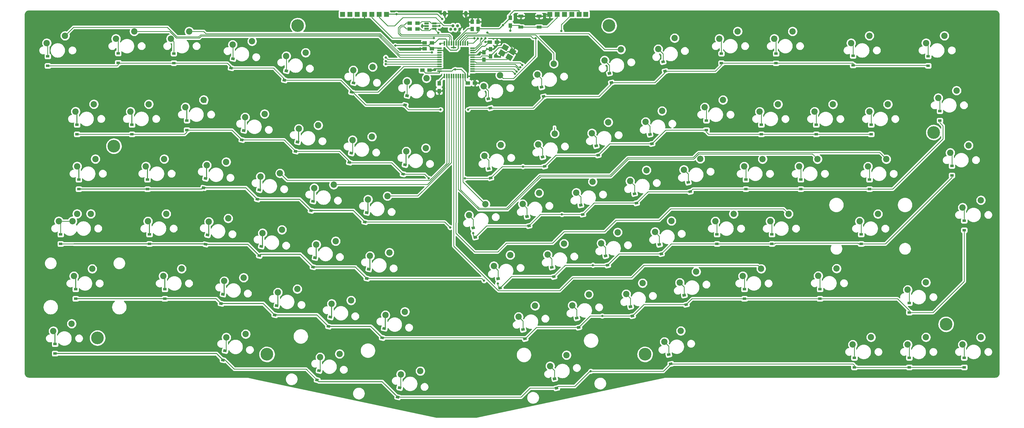
<source format=gbl>
G04 #@! TF.GenerationSoftware,KiCad,Pcbnew,(5.99.0-670-ga8d9fcb4e)*
G04 #@! TF.CreationDate,2020-04-16T07:58:52+02:00*
G04 #@! TF.ProjectId,adelheid,6164656c-6865-4696-942e-6b696361645f,1.1*
G04 #@! TF.SameCoordinates,Original*
G04 #@! TF.FileFunction,Copper,L2,Bot*
G04 #@! TF.FilePolarity,Positive*
%FSLAX46Y46*%
G04 Gerber Fmt 4.6, Leading zero omitted, Abs format (unit mm)*
G04 Created by KiCad (PCBNEW (5.99.0-670-ga8d9fcb4e)) date 2020-04-16 07:58:52*
%MOMM*%
%LPD*%
G04 APERTURE LIST*
%ADD10C,2.200000*%
%ADD11C,1.100000*%
%ADD12O,1.200000X1.900000*%
%ADD13R,1.200000X0.900000*%
%ADD14C,4.400000*%
%ADD15R,1.250000X1.500000*%
%ADD16R,1.500000X1.250000*%
%ADD17R,1.700000X1.700000*%
%ADD18R,1.500000X1.300000*%
%ADD19R,1.300000X1.500000*%
%ADD20R,1.700000X1.000000*%
%ADD21R,1.560000X0.650000*%
%ADD22R,0.550000X1.500000*%
%ADD23R,1.500000X0.550000*%
%ADD24C,0.800000*%
%ADD25C,0.250000*%
%ADD26C,0.375000*%
%ADD27C,0.254000*%
G04 APERTURE END LIST*
D10*
X37775400Y-74307700D03*
X44125400Y-71767700D03*
D11*
X173660000Y-7620000D03*
X174460000Y-6420000D03*
X175260000Y-7620000D03*
X176060000Y-6420000D03*
X176860000Y-7620000D03*
D12*
X171610000Y-2200000D03*
X178910000Y-2200000D03*
D10*
X209428304Y-19602914D03*
X203745162Y-23407648D03*
D13*
X300445000Y-40845000D03*
X300445000Y-44145000D03*
X44115000Y-40845000D03*
X44115000Y-44145000D03*
X38430200Y-78945000D03*
X38430200Y-82245000D03*
G04 #@! TA.AperFunction,SMDPad,CuDef*
G36*
X89849900Y-79691486D02*
G01*
X88676123Y-79441992D01*
X88863244Y-78561660D01*
X90037021Y-78811154D01*
X89849900Y-79691486D01*
G37*
G04 #@! TD.AperFunction*
G04 #@! TA.AperFunction,SMDPad,CuDef*
G36*
X89163792Y-82919374D02*
G01*
X87990015Y-82669880D01*
X88177136Y-81789548D01*
X89350913Y-82039042D01*
X89163792Y-82919374D01*
G37*
G04 #@! TD.AperFunction*
G04 #@! TA.AperFunction,SMDPad,CuDef*
G36*
X95205982Y-100305555D02*
G01*
X94032205Y-100056061D01*
X94219326Y-99175729D01*
X95393103Y-99425223D01*
X95205982Y-100305555D01*
G37*
G04 #@! TD.AperFunction*
G04 #@! TA.AperFunction,SMDPad,CuDef*
G36*
X94519874Y-103533443D02*
G01*
X93346097Y-103283949D01*
X93533218Y-102403617D01*
X94706995Y-102653111D01*
X94519874Y-103533443D01*
G37*
G04 #@! TD.AperFunction*
X281395000Y-40845000D03*
X281395000Y-44145000D03*
G04 #@! TA.AperFunction,SMDPad,CuDef*
G36*
X145053363Y-71949773D02*
G01*
X143879586Y-71700279D01*
X144066707Y-70819947D01*
X145240484Y-71069441D01*
X145053363Y-71949773D01*
G37*
G04 #@! TD.AperFunction*
G04 #@! TA.AperFunction,SMDPad,CuDef*
G36*
X144367255Y-75177661D02*
G01*
X143193478Y-74928167D01*
X143380599Y-74047835D01*
X144554376Y-74297329D01*
X144367255Y-75177661D01*
G37*
G04 #@! TD.AperFunction*
X301743769Y-97994998D03*
X301743769Y-101294998D03*
X295085000Y-59895000D03*
X295085000Y-63195000D03*
G04 #@! TA.AperFunction,SMDPad,CuDef*
G36*
X159049491Y-31298368D02*
G01*
X157875714Y-31048874D01*
X158062835Y-30168542D01*
X159236612Y-30418036D01*
X159049491Y-31298368D01*
G37*
G04 #@! TD.AperFunction*
G04 #@! TA.AperFunction,SMDPad,CuDef*
G36*
X158363383Y-34526256D02*
G01*
X157189606Y-34276762D01*
X157376727Y-33396430D01*
X158550504Y-33645924D01*
X158363383Y-34526256D01*
G37*
G04 #@! TD.AperFunction*
G04 #@! TA.AperFunction,SMDPad,CuDef*
G36*
X187437395Y-32101475D02*
G01*
X186263618Y-32350969D01*
X186076497Y-31470637D01*
X187250274Y-31221143D01*
X187437395Y-32101475D01*
G37*
G04 #@! TD.AperFunction*
G04 #@! TA.AperFunction,SMDPad,CuDef*
G36*
X188123503Y-35329363D02*
G01*
X186949726Y-35578857D01*
X186762605Y-34698525D01*
X187936382Y-34449031D01*
X188123503Y-35329363D01*
G37*
G04 #@! TD.AperFunction*
G04 #@! TA.AperFunction,SMDPad,CuDef*
G36*
X210387461Y-129436513D02*
G01*
X209213684Y-129686007D01*
X209026563Y-128805675D01*
X210200340Y-128556181D01*
X210387461Y-129436513D01*
G37*
G04 #@! TD.AperFunction*
G04 #@! TA.AperFunction,SMDPad,CuDef*
G36*
X211073569Y-132664401D02*
G01*
X209899792Y-132913895D01*
X209712671Y-132033563D01*
X210886448Y-131784069D01*
X211073569Y-132664401D01*
G37*
G04 #@! TD.AperFunction*
X285075000Y-78945000D03*
X285075000Y-82245000D03*
G04 #@! TA.AperFunction,SMDPad,CuDef*
G36*
X127117320Y-87612940D02*
G01*
X125943543Y-87363446D01*
X126130664Y-86483114D01*
X127304441Y-86732608D01*
X127117320Y-87612940D01*
G37*
G04 #@! TD.AperFunction*
G04 #@! TA.AperFunction,SMDPad,CuDef*
G36*
X126431212Y-90840828D02*
G01*
X125257435Y-90591334D01*
X125444556Y-89711002D01*
X126618333Y-89960496D01*
X126431212Y-90840828D01*
G37*
G04 #@! TD.AperFunction*
G04 #@! TA.AperFunction,SMDPad,CuDef*
G36*
X102429891Y-43414250D02*
G01*
X101256114Y-43164756D01*
X101443235Y-42284424D01*
X102617012Y-42533918D01*
X102429891Y-43414250D01*
G37*
G04 #@! TD.AperFunction*
G04 #@! TA.AperFunction,SMDPad,CuDef*
G36*
X101743783Y-46642138D02*
G01*
X100570006Y-46392644D01*
X100757127Y-45512312D01*
X101930904Y-45761806D01*
X101743783Y-46642138D01*
G37*
G04 #@! TD.AperFunction*
X339250000Y-17000000D03*
X339250000Y-20300000D03*
G04 #@! TA.AperFunction,SMDPad,CuDef*
G36*
X128512675Y-126860718D02*
G01*
X127338898Y-126611224D01*
X127526019Y-125730892D01*
X128699796Y-125980386D01*
X128512675Y-126860718D01*
G37*
G04 #@! TD.AperFunction*
G04 #@! TA.AperFunction,SMDPad,CuDef*
G36*
X127826567Y-130088606D02*
G01*
X126652790Y-129839112D01*
X126839911Y-128958780D01*
X128013688Y-129208274D01*
X127826567Y-130088606D01*
G37*
G04 #@! TD.AperFunction*
G04 #@! TA.AperFunction,SMDPad,CuDef*
G36*
X209453650Y-90683836D02*
G01*
X208279873Y-90933330D01*
X208092752Y-90052998D01*
X209266529Y-89803504D01*
X209453650Y-90683836D01*
G37*
G04 #@! TD.AperFunction*
G04 #@! TA.AperFunction,SMDPad,CuDef*
G36*
X210139758Y-93911724D02*
G01*
X208965981Y-94161218D01*
X208778860Y-93280886D01*
X209952637Y-93031392D01*
X210139758Y-93911724D01*
G37*
G04 #@! TD.AperFunction*
G04 #@! TA.AperFunction,SMDPad,CuDef*
G36*
X206250504Y-52354076D02*
G01*
X205076727Y-52603570D01*
X204889606Y-51723238D01*
X206063383Y-51473744D01*
X206250504Y-52354076D01*
G37*
G04 #@! TD.AperFunction*
G04 #@! TA.AperFunction,SMDPad,CuDef*
G36*
X206936612Y-55581964D02*
G01*
X205762835Y-55831458D01*
X205575714Y-54951126D01*
X206749491Y-54701632D01*
X206936612Y-55581964D01*
G37*
G04 #@! TD.AperFunction*
G04 #@! TA.AperFunction,SMDPad,CuDef*
G36*
X151107111Y-112187735D02*
G01*
X149933334Y-111938241D01*
X150120455Y-111057909D01*
X151294232Y-111307403D01*
X151107111Y-112187735D01*
G37*
G04 #@! TD.AperFunction*
G04 #@! TA.AperFunction,SMDPad,CuDef*
G36*
X150421003Y-115415623D02*
G01*
X149247226Y-115166129D01*
X149434347Y-114285797D01*
X150608124Y-114535291D01*
X150421003Y-115415623D01*
G37*
G04 #@! TD.AperFunction*
G04 #@! TA.AperFunction,SMDPad,CuDef*
G36*
X219468241Y-69079567D02*
G01*
X218294464Y-69329061D01*
X218107343Y-68448729D01*
X219281120Y-68199235D01*
X219468241Y-69079567D01*
G37*
G04 #@! TD.AperFunction*
G04 #@! TA.AperFunction,SMDPad,CuDef*
G36*
X220154349Y-72307455D02*
G01*
X218980572Y-72556949D01*
X218793451Y-71676617D01*
X219967228Y-71427123D01*
X220154349Y-72307455D01*
G37*
G04 #@! TD.AperFunction*
X276035000Y-59895000D03*
X276035000Y-63195000D03*
G04 #@! TA.AperFunction,SMDPad,CuDef*
G36*
X243458180Y-44504750D02*
G01*
X242284403Y-44754244D01*
X242097282Y-43873912D01*
X243271059Y-43624418D01*
X243458180Y-44504750D01*
G37*
G04 #@! TD.AperFunction*
G04 #@! TA.AperFunction,SMDPad,CuDef*
G36*
X244144288Y-47732638D02*
G01*
X242970511Y-47982132D01*
X242783390Y-47101800D01*
X243957167Y-46852306D01*
X244144288Y-47732638D01*
G37*
G04 #@! TD.AperFunction*
G04 #@! TA.AperFunction,SMDPad,CuDef*
G36*
X228087362Y-86723119D02*
G01*
X226913585Y-86972613D01*
X226726464Y-86092281D01*
X227900241Y-85842787D01*
X228087362Y-86723119D01*
G37*
G04 #@! TD.AperFunction*
G04 #@! TA.AperFunction,SMDPad,CuDef*
G36*
X228773470Y-89951007D02*
G01*
X227599693Y-90200501D01*
X227412572Y-89320169D01*
X228586349Y-89070675D01*
X228773470Y-89951007D01*
G37*
G04 #@! TD.AperFunction*
X332699949Y-121807503D03*
X332699949Y-125107503D03*
G04 #@! TA.AperFunction,SMDPad,CuDef*
G36*
X246721074Y-82762401D02*
G01*
X245547297Y-83011895D01*
X245360176Y-82131563D01*
X246533953Y-81882069D01*
X246721074Y-82762401D01*
G37*
G04 #@! TD.AperFunction*
G04 #@! TA.AperFunction,SMDPad,CuDef*
G36*
X247407182Y-85990289D02*
G01*
X246233405Y-86239783D01*
X246046284Y-85359451D01*
X247220061Y-85109957D01*
X247407182Y-85990289D01*
G37*
G04 #@! TD.AperFunction*
X332699949Y-102757503D03*
X332699949Y-106057503D03*
G04 #@! TA.AperFunction,SMDPad,CuDef*
G36*
X224824469Y-48465468D02*
G01*
X223650692Y-48714962D01*
X223463571Y-47834630D01*
X224637348Y-47585136D01*
X224824469Y-48465468D01*
G37*
G04 #@! TD.AperFunction*
G04 #@! TA.AperFunction,SMDPad,CuDef*
G36*
X225510577Y-51693356D02*
G01*
X224336800Y-51942850D01*
X224149679Y-51062518D01*
X225323456Y-50813024D01*
X225510577Y-51693356D01*
G37*
G04 #@! TD.AperFunction*
X313649949Y-121807503D03*
X313649949Y-125107503D03*
X44715000Y-59895000D03*
X44715000Y-63195000D03*
X63165000Y-40845000D03*
X63165000Y-44145000D03*
X68525000Y-59895000D03*
X68525000Y-63195000D03*
X316031250Y-78945000D03*
X316031250Y-82245000D03*
X36485000Y-117045000D03*
X36485000Y-120345000D03*
X69225000Y-78945000D03*
X69225000Y-82245000D03*
X313200000Y-16875000D03*
X313200000Y-20175000D03*
X74575000Y-97995000D03*
X74575000Y-101295000D03*
G04 #@! TA.AperFunction,SMDPad,CuDef*
G36*
X229400504Y-23254076D02*
G01*
X228226727Y-23503570D01*
X228039606Y-22623238D01*
X229213383Y-22373744D01*
X229400504Y-23254076D01*
G37*
G04 #@! TD.AperFunction*
G04 #@! TA.AperFunction,SMDPad,CuDef*
G36*
X230086612Y-26481964D02*
G01*
X228912835Y-26731458D01*
X228725714Y-25851126D01*
X229899491Y-25601632D01*
X230086612Y-26481964D01*
G37*
G04 #@! TD.AperFunction*
G04 #@! TA.AperFunction,SMDPad,CuDef*
G36*
X238101953Y-65118849D02*
G01*
X236928176Y-65368343D01*
X236741055Y-64488011D01*
X237914832Y-64238517D01*
X238101953Y-65118849D01*
G37*
G04 #@! TD.AperFunction*
G04 #@! TA.AperFunction,SMDPad,CuDef*
G36*
X238788061Y-68346737D02*
G01*
X237614284Y-68596231D01*
X237427163Y-67715899D01*
X238600940Y-67466405D01*
X238788061Y-68346737D01*
G37*
G04 #@! TD.AperFunction*
X43618750Y-97995000D03*
X43618750Y-101295000D03*
G04 #@! TA.AperFunction,SMDPad,CuDef*
G36*
X200834529Y-73040284D02*
G01*
X199660752Y-73289778D01*
X199473631Y-72409446D01*
X200647408Y-72159952D01*
X200834529Y-73040284D01*
G37*
G04 #@! TD.AperFunction*
G04 #@! TA.AperFunction,SMDPad,CuDef*
G36*
X201520637Y-76268172D02*
G01*
X200346860Y-76517666D01*
X200159739Y-75637334D01*
X201333516Y-75387840D01*
X201520637Y-76268172D01*
G37*
G04 #@! TD.AperFunction*
X33950000Y-17050000D03*
X33950000Y-20350000D03*
G04 #@! TA.AperFunction,SMDPad,CuDef*
G36*
X117173273Y-22653570D02*
G01*
X115999496Y-22404076D01*
X116186617Y-21523744D01*
X117360394Y-21773238D01*
X117173273Y-22653570D01*
G37*
G04 #@! TD.AperFunction*
G04 #@! TA.AperFunction,SMDPad,CuDef*
G36*
X116487165Y-25881458D02*
G01*
X115313388Y-25631964D01*
X115500509Y-24751632D01*
X116674286Y-25001126D01*
X116487165Y-25881458D01*
G37*
G04 #@! TD.AperFunction*
G04 #@! TA.AperFunction,SMDPad,CuDef*
G36*
X256735665Y-61158131D02*
G01*
X255561888Y-61407625D01*
X255374767Y-60527293D01*
X256548544Y-60277799D01*
X256735665Y-61158131D01*
G37*
G04 #@! TD.AperFunction*
G04 #@! TA.AperFunction,SMDPad,CuDef*
G36*
X257421773Y-64386019D02*
G01*
X256247996Y-64635513D01*
X256060875Y-63755181D01*
X257234652Y-63505687D01*
X257421773Y-64386019D01*
G37*
G04 #@! TD.AperFunction*
G04 #@! TA.AperFunction,SMDPad,CuDef*
G36*
X249984097Y-121020001D02*
G01*
X248810320Y-121269495D01*
X248623199Y-120389163D01*
X249796976Y-120139669D01*
X249984097Y-121020001D01*
G37*
G04 #@! TD.AperFunction*
G04 #@! TA.AperFunction,SMDPad,CuDef*
G36*
X250670205Y-124247889D02*
G01*
X249496428Y-124497383D01*
X249309307Y-123617051D01*
X250483084Y-123367557D01*
X250670205Y-124247889D01*
G37*
G04 #@! TD.AperFunction*
G04 #@! TA.AperFunction,SMDPad,CuDef*
G36*
X182200818Y-77001002D02*
G01*
X181027041Y-77250496D01*
X180839920Y-76370164D01*
X182013697Y-76120670D01*
X182200818Y-77001002D01*
G37*
G04 #@! TD.AperFunction*
G04 #@! TA.AperFunction,SMDPad,CuDef*
G36*
X182886926Y-80228890D02*
G01*
X181713149Y-80478384D01*
X181526028Y-79598052D01*
X182699805Y-79348558D01*
X182886926Y-80228890D01*
G37*
G04 #@! TD.AperFunction*
G04 #@! TA.AperFunction,SMDPad,CuDef*
G36*
X199439060Y-112288106D02*
G01*
X198265283Y-112537600D01*
X198078162Y-111657268D01*
X199251939Y-111407774D01*
X199439060Y-112288106D01*
G37*
G04 #@! TD.AperFunction*
G04 #@! TA.AperFunction,SMDPad,CuDef*
G36*
X200125168Y-115515994D02*
G01*
X198951391Y-115765488D01*
X198764270Y-114885156D01*
X199938047Y-114635662D01*
X200125168Y-115515994D01*
G37*
G04 #@! TD.AperFunction*
X351749949Y-121807503D03*
X351749949Y-125107503D03*
X262345000Y-39344615D03*
X262345000Y-42644615D03*
G04 #@! TA.AperFunction,SMDPad,CuDef*
G36*
X126419653Y-67989046D02*
G01*
X125245876Y-67739552D01*
X125432997Y-66859220D01*
X126606774Y-67108714D01*
X126419653Y-67989046D01*
G37*
G04 #@! TD.AperFunction*
G04 #@! TA.AperFunction,SMDPad,CuDef*
G36*
X125733545Y-71216934D02*
G01*
X124559768Y-70967440D01*
X124746889Y-70087108D01*
X125920666Y-70336602D01*
X125733545Y-71216934D01*
G37*
G04 #@! TD.AperFunction*
G04 #@! TA.AperFunction,SMDPad,CuDef*
G36*
X98686382Y-18450969D02*
G01*
X97512605Y-18201475D01*
X97699726Y-17321143D01*
X98873503Y-17570637D01*
X98686382Y-18450969D01*
G37*
G04 #@! TD.AperFunction*
G04 #@! TA.AperFunction,SMDPad,CuDef*
G36*
X98000274Y-21678857D02*
G01*
X96826497Y-21429363D01*
X97013618Y-20549031D01*
X98187395Y-20798525D01*
X98000274Y-21678857D01*
G37*
G04 #@! TD.AperFunction*
G04 #@! TA.AperFunction,SMDPad,CuDef*
G36*
X158331026Y-55296403D02*
G01*
X157157249Y-55046909D01*
X157344370Y-54166577D01*
X158518147Y-54416071D01*
X158331026Y-55296403D01*
G37*
G04 #@! TD.AperFunction*
G04 #@! TA.AperFunction,SMDPad,CuDef*
G36*
X157644918Y-58524291D02*
G01*
X156471141Y-58274797D01*
X156658262Y-57394465D01*
X157832039Y-57643959D01*
X157644918Y-58524291D01*
G37*
G04 #@! TD.AperFunction*
G04 #@! TA.AperFunction,SMDPad,CuDef*
G36*
X140482587Y-26844464D02*
G01*
X139308810Y-26594970D01*
X139495931Y-25714638D01*
X140669708Y-25964132D01*
X140482587Y-26844464D01*
G37*
G04 #@! TD.AperFunction*
G04 #@! TA.AperFunction,SMDPad,CuDef*
G36*
X139796479Y-30072352D02*
G01*
X138622702Y-29822858D01*
X138809823Y-28942526D01*
X139983600Y-29192020D01*
X139796479Y-30072352D01*
G37*
G04 #@! TD.AperFunction*
G04 #@! TA.AperFunction,SMDPad,CuDef*
G36*
X187557045Y-56386903D02*
G01*
X186383268Y-56636397D01*
X186196147Y-55756065D01*
X187369924Y-55506571D01*
X187557045Y-56386903D01*
G37*
G04 #@! TD.AperFunction*
G04 #@! TA.AperFunction,SMDPad,CuDef*
G36*
X188243153Y-59614791D02*
G01*
X187069376Y-59864285D01*
X186882255Y-58983953D01*
X188056032Y-58734459D01*
X188243153Y-59614791D01*
G37*
G04 #@! TD.AperFunction*
G04 #@! TA.AperFunction,SMDPad,CuDef*
G36*
X236706483Y-104366671D02*
G01*
X235532706Y-104616165D01*
X235345585Y-103735833D01*
X236519362Y-103486339D01*
X236706483Y-104366671D01*
G37*
G04 #@! TD.AperFunction*
G04 #@! TA.AperFunction,SMDPad,CuDef*
G36*
X237392591Y-107594559D02*
G01*
X236218814Y-107844053D01*
X236031693Y-106963721D01*
X237205470Y-106714227D01*
X237392591Y-107594559D01*
G37*
G04 #@! TD.AperFunction*
X351749949Y-74182519D03*
X351749949Y-77482519D03*
G04 #@! TA.AperFunction,SMDPad,CuDef*
G36*
X255340195Y-100405953D02*
G01*
X254166418Y-100655447D01*
X253979297Y-99775115D01*
X255153074Y-99525621D01*
X255340195Y-100405953D01*
G37*
G04 #@! TD.AperFunction*
G04 #@! TA.AperFunction,SMDPad,CuDef*
G36*
X256026303Y-103633841D02*
G01*
X254852526Y-103883335D01*
X254665405Y-103003003D01*
X255839182Y-102753509D01*
X256026303Y-103633841D01*
G37*
G04 #@! TD.AperFunction*
G04 #@! TA.AperFunction,SMDPad,CuDef*
G36*
X218072772Y-108327388D02*
G01*
X216898995Y-108576882D01*
X216711874Y-107696550D01*
X217885651Y-107447056D01*
X218072772Y-108327388D01*
G37*
G04 #@! TD.AperFunction*
G04 #@! TA.AperFunction,SMDPad,CuDef*
G36*
X218758880Y-111555276D02*
G01*
X217585103Y-111804770D01*
X217397982Y-110924438D01*
X218571759Y-110674944D01*
X218758880Y-111555276D01*
G37*
G04 #@! TD.AperFunction*
X319495000Y-40845000D03*
X319495000Y-44145000D03*
X343307542Y-36082509D03*
X343307542Y-39382509D03*
G04 #@! TA.AperFunction,SMDPad,CuDef*
G36*
X205900504Y-28054076D02*
G01*
X204726727Y-28303570D01*
X204539606Y-27423238D01*
X205713383Y-27173744D01*
X205900504Y-28054076D01*
G37*
G04 #@! TD.AperFunction*
G04 #@! TA.AperFunction,SMDPad,CuDef*
G36*
X206586612Y-31281964D02*
G01*
X205412835Y-31531458D01*
X205225714Y-30651126D01*
X206399491Y-30401632D01*
X206586612Y-31281964D01*
G37*
G04 #@! TD.AperFunction*
X266025000Y-78945000D03*
X266025000Y-82245000D03*
X318905000Y-59895000D03*
X318905000Y-63195000D03*
G04 #@! TA.AperFunction,SMDPad,CuDef*
G36*
X108483610Y-83652213D02*
G01*
X107309833Y-83402719D01*
X107496954Y-82522387D01*
X108670731Y-82771881D01*
X108483610Y-83652213D01*
G37*
G04 #@! TD.AperFunction*
G04 #@! TA.AperFunction,SMDPad,CuDef*
G36*
X107797502Y-86880101D02*
G01*
X106623725Y-86630607D01*
X106810846Y-85750275D01*
X107984623Y-85999769D01*
X107797502Y-86880101D01*
G37*
G04 #@! TD.AperFunction*
G04 #@! TA.AperFunction,SMDPad,CuDef*
G36*
X113839692Y-104266281D02*
G01*
X112665915Y-104016787D01*
X112853036Y-103136455D01*
X114026813Y-103385949D01*
X113839692Y-104266281D01*
G37*
G04 #@! TD.AperFunction*
G04 #@! TA.AperFunction,SMDPad,CuDef*
G36*
X113153584Y-107494169D02*
G01*
X111979807Y-107244675D01*
X112166928Y-106364343D01*
X113340705Y-106613837D01*
X113153584Y-107494169D01*
G37*
G04 #@! TD.AperFunction*
G04 #@! TA.AperFunction,SMDPad,CuDef*
G36*
X132473401Y-108227008D02*
G01*
X131299624Y-107977514D01*
X131486745Y-107097182D01*
X132660522Y-107346676D01*
X132473401Y-108227008D01*
G37*
G04 #@! TD.AperFunction*
G04 #@! TA.AperFunction,SMDPad,CuDef*
G36*
X131787293Y-111454896D02*
G01*
X130613516Y-111205402D01*
X130800637Y-110325070D01*
X131974414Y-110574564D01*
X131787293Y-111454896D01*
G37*
G04 #@! TD.AperFunction*
G04 #@! TA.AperFunction,SMDPad,CuDef*
G36*
X95903683Y-119929443D02*
G01*
X94729906Y-119679949D01*
X94917027Y-118799617D01*
X96090804Y-119049111D01*
X95903683Y-119929443D01*
G37*
G04 #@! TD.AperFunction*
G04 #@! TA.AperFunction,SMDPad,CuDef*
G36*
X95217575Y-123157331D02*
G01*
X94043798Y-122907837D01*
X94230919Y-122027505D01*
X95404696Y-122276999D01*
X95217575Y-123157331D01*
G37*
G04 #@! TD.AperFunction*
X82215000Y-39344615D03*
X82215000Y-42644615D03*
G04 #@! TA.AperFunction,SMDPad,CuDef*
G36*
X107785943Y-64028319D02*
G01*
X106612166Y-63778825D01*
X106799287Y-62898493D01*
X107973064Y-63147987D01*
X107785943Y-64028319D01*
G37*
G04 #@! TD.AperFunction*
G04 #@! TA.AperFunction,SMDPad,CuDef*
G36*
X107099835Y-67256207D02*
G01*
X105926058Y-67006713D01*
X106113179Y-66126381D01*
X107286956Y-66375875D01*
X107099835Y-67256207D01*
G37*
G04 #@! TD.AperFunction*
X267550000Y-16075000D03*
X267550000Y-19375000D03*
G04 #@! TA.AperFunction,SMDPad,CuDef*
G36*
X145751030Y-91573667D02*
G01*
X144577253Y-91324173D01*
X144764374Y-90443841D01*
X145938151Y-90693335D01*
X145751030Y-91573667D01*
G37*
G04 #@! TD.AperFunction*
G04 #@! TA.AperFunction,SMDPad,CuDef*
G36*
X145064922Y-94801555D02*
G01*
X143891145Y-94552061D01*
X144078266Y-93671729D01*
X145252043Y-93921223D01*
X145064922Y-94801555D01*
G37*
G04 #@! TD.AperFunction*
G04 #@! TA.AperFunction,SMDPad,CuDef*
G36*
X121063602Y-47374968D02*
G01*
X119889825Y-47125474D01*
X120076946Y-46245142D01*
X121250723Y-46494636D01*
X121063602Y-47374968D01*
G37*
G04 #@! TD.AperFunction*
G04 #@! TA.AperFunction,SMDPad,CuDef*
G36*
X120377494Y-50602856D02*
G01*
X119203717Y-50353362D01*
X119390838Y-49473030D01*
X120564615Y-49722524D01*
X120377494Y-50602856D01*
G37*
G04 #@! TD.AperFunction*
G04 #@! TA.AperFunction,SMDPad,CuDef*
G36*
X89152233Y-60067593D02*
G01*
X87978456Y-59818099D01*
X88165577Y-58937767D01*
X89339354Y-59187261D01*
X89152233Y-60067593D01*
G37*
G04 #@! TD.AperFunction*
G04 #@! TA.AperFunction,SMDPad,CuDef*
G36*
X88466125Y-63295481D02*
G01*
X87292348Y-63045987D01*
X87479469Y-62165655D01*
X88653246Y-62415149D01*
X88466125Y-63295481D01*
G37*
G04 #@! TD.AperFunction*
G04 #@! TA.AperFunction,SMDPad,CuDef*
G36*
X248000504Y-19254076D02*
G01*
X246826727Y-19503570D01*
X246639606Y-18623238D01*
X247813383Y-18373744D01*
X248000504Y-19254076D01*
G37*
G04 #@! TD.AperFunction*
G04 #@! TA.AperFunction,SMDPad,CuDef*
G36*
X248686612Y-22481964D02*
G01*
X247512835Y-22731458D01*
X247325714Y-21851126D01*
X248499491Y-21601632D01*
X248686612Y-22481964D01*
G37*
G04 #@! TD.AperFunction*
X347480000Y-55132516D03*
X347480000Y-58432516D03*
X286500000Y-16125000D03*
X286500000Y-19425000D03*
X275550019Y-97994998D03*
X275550019Y-101294998D03*
G04 #@! TA.AperFunction,SMDPad,CuDef*
G36*
X156463248Y-132801764D02*
G01*
X155289471Y-132552270D01*
X155476592Y-131671938D01*
X156650369Y-131921432D01*
X156463248Y-132801764D01*
G37*
G04 #@! TD.AperFunction*
G04 #@! TA.AperFunction,SMDPad,CuDef*
G36*
X155777140Y-136029652D02*
G01*
X154603363Y-135780158D01*
X154790484Y-134899826D01*
X155964261Y-135149320D01*
X155777140Y-136029652D01*
G37*
G04 #@! TD.AperFunction*
G04 #@! TA.AperFunction,SMDPad,CuDef*
G36*
X190819939Y-94644554D02*
G01*
X189646162Y-94894048D01*
X189459041Y-94013716D01*
X190632818Y-93764222D01*
X190819939Y-94644554D01*
G37*
G04 #@! TD.AperFunction*
G04 #@! TA.AperFunction,SMDPad,CuDef*
G36*
X191506047Y-97872442D02*
G01*
X190332270Y-98121936D01*
X190145149Y-97241604D01*
X191318926Y-96992110D01*
X191506047Y-97872442D01*
G37*
G04 #@! TD.AperFunction*
X58350000Y-15975000D03*
X58350000Y-19275000D03*
X77650000Y-16075000D03*
X77650000Y-19375000D03*
G04 #@! TA.AperFunction,SMDPad,CuDef*
G36*
X139697314Y-51250969D02*
G01*
X138523537Y-51001475D01*
X138710658Y-50121143D01*
X139884435Y-50370637D01*
X139697314Y-51250969D01*
G37*
G04 #@! TD.AperFunction*
G04 #@! TA.AperFunction,SMDPad,CuDef*
G36*
X139011206Y-54478857D02*
G01*
X137837429Y-54229363D01*
X138024550Y-53349031D01*
X139198327Y-53598525D01*
X139011206Y-54478857D01*
G37*
G04 #@! TD.AperFunction*
D10*
X198645162Y-68357648D03*
X204328304Y-64552914D03*
X207295162Y-85957648D03*
X212978304Y-82152914D03*
X215895162Y-103607648D03*
X221578304Y-99802914D03*
X121001353Y-42173362D03*
X127740686Y-41009106D03*
X188645162Y-89907648D03*
X194328304Y-86102914D03*
X107733933Y-58851908D03*
X114473266Y-57687652D03*
X185395162Y-51657648D03*
X191078304Y-47852914D03*
X332140000Y-98160000D03*
X338490000Y-95620000D03*
X217245162Y-64407648D03*
X222928304Y-60602914D03*
X280835051Y-36247497D03*
X287185051Y-33707497D03*
X332140000Y-117210000D03*
X338490000Y-114670000D03*
X318935051Y-36247497D03*
X325285051Y-33707497D03*
X299885051Y-36247497D03*
X306235051Y-33707497D03*
X244545162Y-78057648D03*
X250228304Y-74252914D03*
X275475051Y-55297497D03*
X281825051Y-52757497D03*
X265465051Y-74347497D03*
X271815051Y-71807497D03*
X253116858Y-95704734D03*
X258800000Y-91900000D03*
X294525051Y-55297497D03*
X300875051Y-52757497D03*
X313090000Y-117210000D03*
X319440000Y-114670000D03*
X254545162Y-56457648D03*
X260228304Y-52652914D03*
X342747593Y-31485006D03*
X349097593Y-28945006D03*
X346920051Y-50535013D03*
X353270051Y-47995013D03*
X222645162Y-43757648D03*
X228328304Y-39952914D03*
X284515051Y-74347497D03*
X290865051Y-71807497D03*
X67990000Y-55260000D03*
X74340000Y-52720000D03*
X43590000Y-36210000D03*
X49940000Y-33670000D03*
X81690000Y-34710000D03*
X88040000Y-32170000D03*
X62640000Y-36210000D03*
X68990000Y-33670000D03*
X68700000Y-74340000D03*
X75050000Y-71800000D03*
X74015051Y-93397497D03*
X80365051Y-90857497D03*
X113751353Y-99073362D03*
X120490686Y-97909106D03*
X151051353Y-106973362D03*
X157790686Y-105809106D03*
X180045162Y-72257648D03*
X185728304Y-68452914D03*
X158301353Y-50073362D03*
X165040686Y-48909106D03*
X204045162Y-47707648D03*
X209728304Y-43902914D03*
X89797890Y-74515075D03*
X96537223Y-73350819D03*
X132401353Y-103023362D03*
X139140686Y-101859106D03*
X145699020Y-86397256D03*
X152438353Y-85233000D03*
X145001353Y-66773362D03*
X151740686Y-65609106D03*
X156401353Y-127573362D03*
X163140686Y-126409106D03*
X89100223Y-54891182D03*
X95839556Y-53726926D03*
X139651353Y-46123362D03*
X146390686Y-44959106D03*
X95151353Y-95123362D03*
X101890686Y-93959106D03*
X197245162Y-107557648D03*
X202928304Y-103752914D03*
X108431600Y-78475802D03*
X115170933Y-77311546D03*
X126367643Y-62812635D03*
X133106976Y-61648379D03*
X102401353Y-38223362D03*
X109140686Y-37059106D03*
X127065310Y-82436529D03*
X133804643Y-81272273D03*
X225895162Y-82007648D03*
X231578304Y-78202914D03*
X241295162Y-39807648D03*
X246978304Y-36002914D03*
X351190000Y-117210000D03*
X357540000Y-114670000D03*
X234545162Y-99657648D03*
X240228304Y-95852914D03*
X274990070Y-93397495D03*
X281340070Y-90857495D03*
X351190000Y-69585016D03*
X357540000Y-67045016D03*
X235895162Y-60407648D03*
X241578304Y-56602914D03*
X261785051Y-34747112D03*
X268135051Y-32207112D03*
X35890000Y-112510000D03*
X42240000Y-109970000D03*
X44140000Y-55260000D03*
X50490000Y-52720000D03*
X247795162Y-116257648D03*
X253478304Y-112452914D03*
X95851353Y-114723362D03*
X102590686Y-113559106D03*
X318390000Y-55310000D03*
X324740000Y-52770000D03*
X57590000Y-10910000D03*
X63940000Y-8370000D03*
X39940000Y-9870000D03*
X33590000Y-12410000D03*
X82990000Y-8370000D03*
X76640000Y-10910000D03*
X165290686Y-24659106D03*
X158551353Y-25823362D03*
X146640686Y-20709106D03*
X139901353Y-21873362D03*
X232728304Y-14652914D03*
X227045162Y-18457648D03*
X318890000Y-9870000D03*
X312540000Y-12410000D03*
X273190000Y-8370000D03*
X266840000Y-10910000D03*
X190778304Y-23602914D03*
X185095162Y-27407648D03*
X104790686Y-11809106D03*
X98051353Y-12973362D03*
X251328304Y-10702914D03*
X245645162Y-14507648D03*
X123390686Y-15759106D03*
X116651353Y-16923362D03*
X344890000Y-9870000D03*
X338540000Y-12410000D03*
X292240000Y-8370000D03*
X285890000Y-10910000D03*
D14*
X241060266Y-120608720D03*
X345449949Y-110157503D03*
D15*
X185175314Y-15670894D03*
X185175314Y-18170894D03*
X187461314Y-17027894D03*
X187461314Y-14527894D03*
X183143314Y-7502894D03*
X183143314Y-5002894D03*
X181111314Y-7502894D03*
X181111314Y-5002894D03*
D16*
X167141314Y-12348894D03*
X164641314Y-12348894D03*
X167141314Y-14380894D03*
X164641314Y-14380894D03*
X179607314Y-26318894D03*
X182107314Y-26318894D03*
X163870000Y-21844000D03*
X166370000Y-21844000D03*
X187207314Y-12094894D03*
X189707314Y-12094894D03*
D17*
X220559314Y-2440894D03*
X218195314Y-2442894D03*
X215655314Y-2442894D03*
X213115314Y-2442894D03*
X210575314Y-2442894D03*
X208035314Y-2442894D03*
X138693314Y-2442894D03*
X136153314Y-2442894D03*
X141250000Y-2442894D03*
D18*
X162141314Y-7522894D03*
X159441314Y-7522894D03*
X159441314Y-5490894D03*
X162141314Y-5490894D03*
D19*
X194319314Y-3632894D03*
X194319314Y-6332894D03*
X169681314Y-26412894D03*
X169681314Y-29112894D03*
D10*
X42540000Y-74310000D03*
X48890000Y-71770000D03*
X43040000Y-93410000D03*
X49390000Y-90870000D03*
X128414142Y-121610303D03*
X135153475Y-120446047D03*
X208164428Y-124679187D03*
X213847569Y-120874453D03*
X301158769Y-93329998D03*
X307508769Y-90789998D03*
X315490000Y-74360000D03*
X321840000Y-71820000D03*
D20*
X204327314Y-3082894D03*
X198027314Y-3082894D03*
X204327314Y-6882894D03*
X198027314Y-6882894D03*
G04 #@! TA.AperFunction,SMDPad,CuDef*
G36*
X195368378Y-17074099D02*
G01*
X194468378Y-18632945D01*
X192649724Y-17582945D01*
X193549724Y-16024099D01*
X195368378Y-17074099D01*
G37*
G04 #@! TD.AperFunction*
G04 #@! TA.AperFunction,SMDPad,CuDef*
G36*
X192856904Y-15624099D02*
G01*
X191956904Y-17182945D01*
X190138250Y-16132945D01*
X191038250Y-14574099D01*
X192856904Y-15624099D01*
G37*
G04 #@! TD.AperFunction*
G04 #@! TA.AperFunction,SMDPad,CuDef*
G36*
X193956904Y-13718843D02*
G01*
X193056904Y-15277689D01*
X191238250Y-14227689D01*
X192138250Y-12668843D01*
X193956904Y-13718843D01*
G37*
G04 #@! TD.AperFunction*
G04 #@! TA.AperFunction,SMDPad,CuDef*
G36*
X196468378Y-15168843D02*
G01*
X195568378Y-16727689D01*
X193749724Y-15677689D01*
X194649724Y-14118843D01*
X196468378Y-15168843D01*
G37*
G04 #@! TD.AperFunction*
D21*
X167983314Y-6506894D03*
X167983314Y-7456894D03*
X167983314Y-5556894D03*
X165283314Y-5556894D03*
X165283314Y-6506894D03*
X165283314Y-7456894D03*
D22*
X171523314Y-12490894D03*
X172323314Y-12490894D03*
X173123314Y-12490894D03*
X173923314Y-12490894D03*
X174723314Y-12490894D03*
X175523314Y-12490894D03*
X176323314Y-12490894D03*
X177123314Y-12490894D03*
X177923314Y-12490894D03*
X178723314Y-12490894D03*
X179523314Y-12490894D03*
D23*
X181223314Y-14190894D03*
X181223314Y-14990894D03*
X181223314Y-15790894D03*
X181223314Y-16590894D03*
X181223314Y-17390894D03*
X181223314Y-18190894D03*
X181223314Y-18990894D03*
X181223314Y-19790894D03*
X181223314Y-20590894D03*
X181223314Y-21390894D03*
X181223314Y-22190894D03*
D22*
X179523314Y-23890894D03*
X178723314Y-23890894D03*
X177923314Y-23890894D03*
X177123314Y-23890894D03*
X176323314Y-23890894D03*
X175523314Y-23890894D03*
X174723314Y-23890894D03*
X173923314Y-23890894D03*
X173123314Y-23890894D03*
X172323314Y-23890894D03*
X171523314Y-23890894D03*
D23*
X169823314Y-22190894D03*
X169823314Y-21390894D03*
X169823314Y-20590894D03*
X169823314Y-19790894D03*
X169823314Y-18990894D03*
X169823314Y-18190894D03*
X169823314Y-17390894D03*
X169823314Y-16590894D03*
X169823314Y-15790894D03*
X169823314Y-14990894D03*
X169823314Y-14190894D03*
D17*
X151393314Y-2442894D03*
X146313314Y-2442894D03*
X148853314Y-2442894D03*
X143773314Y-2442894D03*
D14*
X56865000Y-48245000D03*
X51197500Y-114920000D03*
X120650000Y-6350000D03*
X109959436Y-120609368D03*
X228600000Y-6350000D03*
X341180000Y-43482516D03*
D24*
X169418000Y-8890000D03*
X167894000Y-10668000D03*
X179705000Y-35560000D03*
X170180000Y-35560000D03*
X222250000Y-126490348D03*
X226250000Y-107279140D03*
X190000000Y-96000000D03*
X185250000Y-95000000D03*
X223000000Y-89635588D03*
X181500000Y-78500000D03*
X173500000Y-76500000D03*
X212250000Y-71992036D03*
X178639000Y-59436000D03*
X166116000Y-59424397D03*
X198750000Y-55338654D03*
X203200000Y-10795000D03*
X212090000Y-8255000D03*
X175260000Y-21590000D03*
X154865916Y-2410884D03*
X154444813Y-13329385D03*
X170031199Y-12728999D03*
X167186399Y-15700799D03*
X151161115Y-18688685D03*
X151148415Y-17405985D03*
X151157716Y-19758884D03*
X194319314Y-8130874D03*
X186426899Y-8779299D03*
X191816763Y-6193563D03*
X185690299Y-10785899D03*
X184394899Y-10811299D03*
X183086799Y-10849399D03*
X181873314Y-10792884D03*
X185683314Y-12062884D03*
X195961000Y-23114000D03*
X196596000Y-22352000D03*
X197231000Y-21590000D03*
X197866000Y-20828000D03*
X198501000Y-20066000D03*
X169799000Y-6477000D03*
X170774392Y-4104608D03*
X174752000Y-13970000D03*
X163839314Y-6474884D03*
X163077314Y-14348884D03*
X173355000Y-16002000D03*
X163077314Y-12316884D03*
X197875314Y-4442884D03*
X183143314Y-3426884D03*
X171450000Y-28194000D03*
D25*
X37775400Y-74307700D02*
X42537700Y-74307700D01*
X42537700Y-74307700D02*
X42540000Y-74310000D01*
X38430200Y-78945000D02*
X38430200Y-74962500D01*
X38430200Y-74962500D02*
X37775400Y-74307700D01*
X43031250Y-82245000D02*
X38430200Y-82245000D01*
D26*
X171610000Y-2200000D02*
X178910000Y-2200000D01*
X178910000Y-3208000D02*
X178910000Y-2200000D01*
X181111314Y-3426884D02*
X179128884Y-3426884D01*
X178910000Y-5570000D02*
X178910000Y-3208000D01*
X179128884Y-3426884D02*
X178910000Y-3208000D01*
X176860000Y-7620000D02*
X178910000Y-5570000D01*
X174723314Y-11536382D02*
X176860000Y-9399696D01*
X174723314Y-12458884D02*
X174723314Y-11536382D01*
X176860000Y-9399696D02*
X176860000Y-7620000D01*
D25*
X167894000Y-10668000D02*
X153438420Y-10668000D01*
X153438420Y-10668000D02*
X146313314Y-3542894D01*
X146313314Y-3542894D02*
X146313314Y-2442894D01*
X169418000Y-8890000D02*
X169416420Y-8890000D01*
X169416420Y-8890000D02*
X167983314Y-7456894D01*
X170180000Y-35560000D02*
X159008660Y-35560000D01*
X157870055Y-34421395D02*
X157870055Y-33961343D01*
X159008660Y-35560000D02*
X157870055Y-34421395D01*
X187443054Y-35013944D02*
X180251056Y-35013944D01*
X180251056Y-35013944D02*
X179705000Y-35560000D01*
X177923314Y-23858884D02*
X177923314Y-36573314D01*
X177923314Y-36573314D02*
X177923314Y-36686882D01*
X177923314Y-36573314D02*
X177923314Y-44776686D01*
X177923314Y-44776686D02*
X177914000Y-44786000D01*
X177914000Y-44786000D02*
X177914000Y-60691998D01*
X174714000Y-82963301D02*
X174723314Y-82953987D01*
X174723314Y-82953987D02*
X174723314Y-23890894D01*
X231000000Y-74000000D02*
X246000000Y-74000000D01*
X227000000Y-78000000D02*
X231000000Y-74000000D01*
X213000000Y-78000000D02*
X227000000Y-78000000D01*
X209000000Y-82000000D02*
X213000000Y-78000000D01*
X193000000Y-82000000D02*
X209000000Y-82000000D01*
X190000000Y-85000000D02*
X193000000Y-82000000D01*
X175523314Y-74801556D02*
X175514000Y-74810870D01*
X175514000Y-74810870D02*
X175514000Y-78514000D01*
X175523314Y-23858884D02*
X175523314Y-74801556D01*
X175514000Y-78514000D02*
X182000000Y-85000000D01*
X182000000Y-85000000D02*
X190000000Y-85000000D01*
X246000000Y-74000000D02*
X250000000Y-70000000D01*
X250000000Y-70000000D02*
X289100000Y-70000000D01*
X289100000Y-70000000D02*
X290840000Y-71740000D01*
X176314000Y-63212794D02*
X176323314Y-63203480D01*
X176323314Y-63203480D02*
X176323314Y-23890894D01*
X177123314Y-39371268D02*
X177123314Y-63385698D01*
X173923314Y-23858884D02*
X173923314Y-52573314D01*
X173923314Y-52573314D02*
X173914000Y-52582628D01*
X173914000Y-53926820D02*
X162305695Y-65535125D01*
X173914000Y-52582628D02*
X173914000Y-53926820D01*
X162305695Y-65535125D02*
X151694164Y-65535125D01*
X165630012Y-61574398D02*
X173123314Y-54081096D01*
X133060454Y-61574398D02*
X165630012Y-61574398D01*
X173123314Y-54081096D02*
X173123314Y-23890894D01*
X172323314Y-54244686D02*
X166418603Y-60149397D01*
X172323314Y-23858884D02*
X172323314Y-54244686D01*
X116962470Y-60149397D02*
X114426744Y-57613671D01*
X166418603Y-60149397D02*
X116962470Y-60149397D01*
X169823314Y-20590894D02*
X157380506Y-20590894D01*
X157380506Y-20590894D02*
X148463961Y-29507439D01*
X148463961Y-29507439D02*
X139916555Y-29507439D01*
X139916555Y-29507439D02*
X139303151Y-29507439D01*
X229000108Y-58363482D02*
X235095729Y-52267861D01*
X259546444Y-50500000D02*
X322480000Y-50500000D01*
X204627091Y-58363483D02*
X229000108Y-58363482D01*
X193126634Y-69863940D02*
X204627091Y-58363483D01*
X183601556Y-69863940D02*
X193126634Y-69863940D01*
X177114000Y-63376384D02*
X183601556Y-69863940D01*
X177123314Y-23858884D02*
X177123314Y-39371268D01*
X235095729Y-52267861D02*
X257778584Y-52267860D01*
X257778584Y-52267860D02*
X259546444Y-50500000D01*
X322480000Y-50500000D02*
X324670000Y-52690000D01*
X193313034Y-70313950D02*
X204813492Y-58813492D01*
X235282130Y-52717870D02*
X229186508Y-58813492D01*
X229186508Y-58813492D02*
X204813492Y-58813492D01*
X257964984Y-52717870D02*
X235282130Y-52717870D01*
X257964984Y-52717870D02*
X259732844Y-50950010D01*
X259732844Y-50950010D02*
X299110010Y-50950010D01*
X183415156Y-70313950D02*
X193313034Y-70313950D01*
X176314000Y-63212794D02*
X183415156Y-70313950D01*
X176323314Y-23858884D02*
X176323314Y-39207678D01*
X299110010Y-50950010D02*
X300850000Y-52690000D01*
X240689999Y-89689999D02*
X280215020Y-89689999D01*
X216000000Y-94000000D02*
X236379998Y-94000000D01*
X236379998Y-94000000D02*
X240689999Y-89689999D01*
X211553054Y-98446946D02*
X216000000Y-94000000D01*
X190197645Y-98446946D02*
X211553054Y-98446946D01*
X174714000Y-82963301D02*
X190197645Y-98446946D01*
X174723314Y-23858884D02*
X174723314Y-58958185D01*
X280215020Y-89689999D02*
X281315019Y-90789998D01*
X221526481Y-9130864D02*
X186815294Y-9130864D01*
X186815294Y-9130864D02*
X186445314Y-8760884D01*
X181223314Y-14158884D02*
X182223314Y-14158884D01*
X183905314Y-11300884D02*
X183905314Y-12476884D01*
X184413314Y-10792884D02*
X184394899Y-10811299D01*
X182223314Y-14158884D02*
X183905314Y-12476884D01*
X209650880Y-43864122D02*
X209650880Y-41628470D01*
X177914000Y-60691998D02*
X185660941Y-68438939D01*
X173123314Y-23858884D02*
X173123314Y-30085294D01*
X87980000Y-32354000D02*
X88740606Y-33114606D01*
X87980000Y-32139615D02*
X87980000Y-32354000D01*
X170301314Y-12458884D02*
X170031199Y-12728999D01*
X171523314Y-12458884D02*
X170301314Y-12458884D01*
D26*
X169681314Y-25700884D02*
X171523314Y-23858884D01*
D25*
X172925340Y-10014464D02*
X156425340Y-10014464D01*
X156425760Y-6224884D02*
X157550313Y-6224884D01*
X173273314Y-10362438D02*
X172925340Y-10014464D01*
X173273314Y-11183883D02*
X173273314Y-10362438D01*
X173123314Y-11333883D02*
X173273314Y-11183883D01*
X173123314Y-12458884D02*
X173123314Y-11333883D01*
X156425340Y-10014464D02*
X155509314Y-9098438D01*
X155509314Y-9098438D02*
X155509314Y-7141330D01*
X155509314Y-7141330D02*
X156425760Y-6224884D01*
X157550313Y-6224884D02*
X158316313Y-5458884D01*
X158316313Y-5458884D02*
X159441314Y-5458884D01*
X173923314Y-12458884D02*
X173923314Y-11333883D01*
X173773314Y-11183883D02*
X173773314Y-10155330D01*
X157550313Y-6724884D02*
X158316313Y-7490884D01*
X156009314Y-7348438D02*
X156632868Y-6724884D01*
X156009314Y-8891330D02*
X156009314Y-7348438D01*
X158316313Y-7490884D02*
X159441314Y-7490884D01*
X173132448Y-9514464D02*
X156632448Y-9514464D01*
X156632448Y-9514464D02*
X156009314Y-8891330D01*
X173923314Y-11333883D02*
X173773314Y-11183883D01*
X156632868Y-6724884D02*
X157550313Y-6724884D01*
X173773314Y-10155330D02*
X173132448Y-9514464D01*
X169823314Y-19758884D02*
X151157716Y-19758884D01*
X151431314Y-18958884D02*
X151161115Y-18688685D01*
X169823314Y-18958884D02*
X151431314Y-18958884D01*
X151901314Y-18158884D02*
X151148415Y-17405985D01*
X169823314Y-18158884D02*
X151901314Y-18158884D01*
X184355324Y-12120874D02*
X185683314Y-10792884D01*
X184355324Y-12663284D02*
X184355324Y-12120874D01*
X181223314Y-14958884D02*
X182059724Y-14958884D01*
X182059724Y-14958884D02*
X184355324Y-12663284D01*
X194319314Y-6300884D02*
X194319314Y-8130874D01*
X198027314Y-6850884D02*
X204327314Y-6850884D01*
X194319314Y-6300884D02*
X197477314Y-6300884D01*
X197477314Y-6300884D02*
X198027314Y-6850884D01*
X179579312Y-10792884D02*
X181873314Y-10792884D01*
X178723314Y-12458884D02*
X178723314Y-11648882D01*
X178723314Y-11648882D02*
X179579312Y-10792884D01*
X177923314Y-12458884D02*
X177923314Y-11648882D01*
X179541312Y-10030884D02*
X201431314Y-10030884D01*
X177923314Y-11648882D02*
X179541312Y-10030884D01*
X181477314Y-12458884D02*
X183086799Y-10849399D01*
X179523314Y-12458884D02*
X181477314Y-12458884D01*
X168506313Y-3585885D02*
X157076313Y-3585885D01*
X174054160Y-6327895D02*
X171248323Y-6327895D01*
X157076313Y-3585885D02*
X154187314Y-6474884D01*
X154187314Y-6474884D02*
X151817314Y-6474884D01*
X151817314Y-6474884D02*
X148853314Y-3510884D01*
X148853314Y-3510884D02*
X148853314Y-2410884D01*
X162141314Y-7490884D02*
X163141314Y-7490884D01*
X163141314Y-7490884D02*
X163725315Y-8074885D01*
X163725315Y-8074885D02*
X166303313Y-8074885D01*
X166303313Y-8074885D02*
X166953314Y-7424884D01*
X166953314Y-7424884D02*
X167983314Y-7424884D01*
X351749949Y-121807503D02*
X351749949Y-117727503D01*
X351749949Y-117727503D02*
X351164949Y-117142503D01*
X351749949Y-74182519D02*
X351749949Y-70102519D01*
X351749949Y-70102519D02*
X351164949Y-69517519D01*
X347480000Y-55132516D02*
X347480000Y-51052516D01*
X347480000Y-51052516D02*
X346895000Y-50467516D01*
X343307542Y-36082509D02*
X343307542Y-32002509D01*
X343307542Y-32002509D02*
X342722542Y-31417509D01*
X319495000Y-40845000D02*
X319495000Y-36765000D01*
X319495000Y-36765000D02*
X318910000Y-36180000D01*
X332699949Y-121807503D02*
X332699949Y-117727503D01*
X332699949Y-117727503D02*
X332114949Y-117142503D01*
X332699949Y-102757503D02*
X332699949Y-98677503D01*
X332699949Y-98677503D02*
X332114949Y-98092503D01*
X318905000Y-59895000D02*
X318905000Y-55815000D01*
X318905000Y-55815000D02*
X318320000Y-55230000D01*
X300445000Y-40845000D02*
X300445000Y-36765000D01*
X300445000Y-36765000D02*
X299860000Y-36180000D01*
X313649949Y-121807503D02*
X313649949Y-117727503D01*
X313649949Y-117727503D02*
X313064949Y-117142503D01*
X316031250Y-78945000D02*
X316031250Y-74865000D01*
X316031250Y-74865000D02*
X315446250Y-74280000D01*
X295085000Y-59895000D02*
X295085000Y-55815000D01*
X295085000Y-55815000D02*
X294500000Y-55230000D01*
X281395000Y-40845000D02*
X281395000Y-36765000D01*
X281395000Y-36765000D02*
X280810000Y-36180000D01*
X301743769Y-97994998D02*
X301743769Y-93914998D01*
X301743769Y-93914998D02*
X301158769Y-93329998D01*
X285075000Y-78945000D02*
X285075000Y-74865000D01*
X285075000Y-74865000D02*
X284490000Y-74280000D01*
X276035000Y-59895000D02*
X276035000Y-55815000D01*
X276035000Y-55815000D02*
X275450000Y-55230000D01*
X262345000Y-39344615D02*
X262345000Y-35264615D01*
X262345000Y-35264615D02*
X261760000Y-34679615D01*
X275550019Y-97994998D02*
X275550019Y-93914998D01*
X275550019Y-93914998D02*
X274965019Y-93329998D01*
X266025000Y-78945000D02*
X266025000Y-74865000D01*
X266025000Y-74865000D02*
X265440000Y-74280000D01*
X256055216Y-60842712D02*
X256055216Y-57943371D01*
X256055216Y-57943371D02*
X254512647Y-56400802D01*
X242777731Y-44189331D02*
X242777731Y-41289990D01*
X242777731Y-41289990D02*
X241235162Y-39747421D01*
X249303648Y-120704582D02*
X249303648Y-117805258D01*
X249303648Y-117805258D02*
X247761064Y-116262674D01*
X254659746Y-100090534D02*
X254659746Y-97191193D01*
X254659746Y-97191193D02*
X253117177Y-95648624D01*
X246040625Y-82446982D02*
X246040625Y-79547641D01*
X246040625Y-79547641D02*
X244498056Y-78005072D01*
X237421504Y-64803430D02*
X237421504Y-61904089D01*
X237421504Y-61904089D02*
X235878935Y-60361520D01*
X224144020Y-48150049D02*
X224144020Y-45250708D01*
X224144020Y-45250708D02*
X222601451Y-43708139D01*
X236026034Y-104051252D02*
X236026034Y-101151911D01*
X236026034Y-101151911D02*
X234483465Y-99609342D01*
X227406913Y-86407700D02*
X227406913Y-83508359D01*
X227406913Y-83508359D02*
X225864344Y-81965790D01*
X218787792Y-68764148D02*
X218787792Y-65864807D01*
X218787792Y-65864807D02*
X217245223Y-64322238D01*
X205510308Y-52110766D02*
X205510308Y-49211425D01*
X205510308Y-49211425D02*
X203967739Y-47668856D01*
X209707012Y-129121094D02*
X209707012Y-126221771D01*
X209707012Y-126221771D02*
X208164428Y-124679187D01*
X217392323Y-108011969D02*
X217392323Y-105112628D01*
X217392323Y-105112628D02*
X215849754Y-103570059D01*
X208773201Y-90368417D02*
X208773201Y-87469076D01*
X208773201Y-87469076D02*
X207230632Y-85926507D01*
X200154080Y-72724865D02*
X200154080Y-69825524D01*
X200154080Y-69825524D02*
X198611511Y-68282955D01*
X186876596Y-56071484D02*
X186876596Y-53172143D01*
X186876596Y-53172143D02*
X185334027Y-51629574D01*
X198758611Y-111972687D02*
X198758611Y-109073346D01*
X198758611Y-109073346D02*
X197216042Y-107530777D01*
X190139490Y-94329135D02*
X190139490Y-91429794D01*
X190139490Y-91429794D02*
X188596921Y-89887225D01*
X181520369Y-76685583D02*
X181520369Y-73786242D01*
X181520369Y-73786242D02*
X179977800Y-72243673D01*
D26*
X158232494Y-50046010D02*
X158232494Y-54336694D01*
X158232494Y-54336694D02*
X157837698Y-54731490D01*
D25*
X156364716Y-127551371D02*
X156364716Y-131842055D01*
X156364716Y-131842055D02*
X155969920Y-132236851D01*
D26*
X151008579Y-106937342D02*
X151008579Y-111228026D01*
X151008579Y-111228026D02*
X150613783Y-111622822D01*
X145652498Y-86323274D02*
X145652498Y-90613958D01*
X145652498Y-90613958D02*
X145257702Y-91008754D01*
X144954831Y-66699380D02*
X144954831Y-70990064D01*
X144954831Y-70990064D02*
X144560035Y-71384860D01*
X139598782Y-50375977D02*
X139203986Y-50770773D01*
D25*
X128414142Y-121610303D02*
X128414142Y-125901010D01*
X128414142Y-125901010D02*
X128019347Y-126295805D01*
D26*
X132374869Y-102976615D02*
X132374869Y-107267299D01*
X132374869Y-107267299D02*
X131980073Y-107662095D01*
X127018788Y-82362547D02*
X127018788Y-86653231D01*
X127018788Y-86653231D02*
X126623992Y-87048027D01*
X126321121Y-62738653D02*
X126321121Y-67029337D01*
X126321121Y-67029337D02*
X125926325Y-67424133D01*
X120965070Y-42124575D02*
X120965070Y-46415259D01*
X120965070Y-46415259D02*
X120570274Y-46810055D01*
X113741160Y-99015888D02*
X113741160Y-103306572D01*
X113741160Y-103306572D02*
X113346364Y-103701368D01*
X108385078Y-78401820D02*
X108385078Y-82692504D01*
X108385078Y-82692504D02*
X107990282Y-83087300D01*
X107687411Y-58777926D02*
X107687411Y-63068610D01*
X107687411Y-63068610D02*
X107292615Y-63463406D01*
D25*
X102331359Y-38163857D02*
X102331359Y-42454541D01*
X102331359Y-42454541D02*
X101936563Y-42849337D01*
X95805151Y-114679051D02*
X95805151Y-118969734D01*
X95805151Y-118969734D02*
X95410355Y-119364530D01*
D26*
X95107450Y-95055162D02*
X95107450Y-99345846D01*
X95107450Y-99345846D02*
X94712654Y-99740642D01*
X89751368Y-74441093D02*
X89751368Y-78731777D01*
X89751368Y-78731777D02*
X89356572Y-79126573D01*
X89053701Y-54817200D02*
X89053701Y-59107884D01*
X89053701Y-59107884D02*
X88658905Y-59502680D01*
X82215000Y-39344615D02*
X82215000Y-35264615D01*
X82215000Y-35264615D02*
X81630000Y-34679615D01*
X74575000Y-97995000D02*
X74575000Y-93915000D01*
X74575000Y-93915000D02*
X73990000Y-93330000D01*
X69225000Y-78945000D02*
X69225000Y-74865000D01*
X69225000Y-74865000D02*
X68640000Y-74280000D01*
X68525000Y-59895000D02*
X68525000Y-55815000D01*
X68525000Y-55815000D02*
X67940000Y-55230000D01*
X63165000Y-40845000D02*
X63165000Y-36765000D01*
X63165000Y-36765000D02*
X62580000Y-36180000D01*
D25*
X98575233Y-125730000D02*
X123539546Y-125730000D01*
X123539546Y-125730000D02*
X127333239Y-129523693D01*
X94724247Y-122592418D02*
X95437651Y-122592418D01*
X95437651Y-122592418D02*
X98575233Y-125730000D01*
X222250000Y-126490348D02*
X221996000Y-126490348D01*
X247431878Y-126490348D02*
X222250000Y-126490348D01*
X351749949Y-125107503D02*
X313649949Y-125107503D01*
X249989756Y-123932470D02*
X313174916Y-123932470D01*
X313174916Y-123932470D02*
X313649949Y-124407503D01*
X313649949Y-124407503D02*
X313649949Y-125107503D01*
X210393120Y-132348982D02*
X210969706Y-131772396D01*
X210969706Y-131772396D02*
X216713952Y-131772396D01*
X216713952Y-131772396D02*
X221996000Y-126490348D01*
X249989756Y-123932470D02*
X247431878Y-126490348D01*
X155283812Y-135464739D02*
X198120000Y-135464739D01*
X210393120Y-132348982D02*
X201235757Y-132348982D01*
X201235757Y-132348982D02*
X198120000Y-135464739D01*
D26*
X127333239Y-129523693D02*
X127909825Y-130100279D01*
X127909825Y-130100279D02*
X149919352Y-130100279D01*
X149919352Y-130100279D02*
X155283812Y-135464739D01*
X36485000Y-120345000D02*
X92476829Y-120345000D01*
X92476829Y-120345000D02*
X94724247Y-122592418D01*
X36485000Y-117045000D02*
X36485000Y-112965000D01*
X36485000Y-112965000D02*
X35900000Y-112380000D01*
X43618750Y-97995000D02*
X43618750Y-93915000D01*
X43618750Y-93915000D02*
X43033750Y-93330000D01*
D25*
X149927675Y-114850710D02*
X199094854Y-114850710D01*
X199094854Y-114850710D02*
X199444719Y-115200575D01*
X226250000Y-107279140D02*
X222039148Y-107279140D01*
X236712142Y-107279140D02*
X226250000Y-107279140D01*
X340942497Y-106057503D02*
X351749949Y-95250051D01*
X351749949Y-95250051D02*
X351749949Y-77482519D01*
X332699949Y-106057503D02*
X340942497Y-106057503D01*
X301743769Y-101294998D02*
X328637444Y-101294998D01*
X328637444Y-101294998D02*
X332699949Y-105357503D01*
X332699949Y-105357503D02*
X332699949Y-106057503D01*
X301743769Y-101294998D02*
X275550019Y-101294998D01*
X275550019Y-101294998D02*
X257369278Y-101294998D01*
X257369278Y-101294998D02*
X255345854Y-103318422D01*
X218078431Y-111239857D02*
X203405437Y-111239857D01*
X203405437Y-111239857D02*
X199444719Y-115200575D01*
X222039148Y-107279140D02*
X218078431Y-111239857D01*
X255345854Y-103318422D02*
X240672860Y-103318422D01*
X240672860Y-103318422D02*
X236712142Y-107279140D01*
D26*
X131293965Y-110889983D02*
X145966948Y-110889983D01*
X145966948Y-110889983D02*
X149927675Y-114850710D01*
X112660256Y-106929256D02*
X127333238Y-106929256D01*
X127333238Y-106929256D02*
X131293965Y-110889983D01*
X94026546Y-102968530D02*
X108699530Y-102968530D01*
X108699530Y-102968530D02*
X112660256Y-106929256D01*
X43618750Y-101295000D02*
X92353016Y-101295000D01*
X92353016Y-101295000D02*
X94026546Y-102968530D01*
D25*
X190000000Y-96000000D02*
X190000000Y-96731425D01*
X190000000Y-96731425D02*
X190825598Y-97557023D01*
X184486642Y-94236642D02*
X185250000Y-95000000D01*
X144571594Y-94236642D02*
X184486642Y-94236642D01*
X228093021Y-89635588D02*
X223000000Y-89635588D01*
X223000000Y-89635588D02*
X213420026Y-89635588D01*
X209459309Y-93596305D02*
X194786316Y-93596305D01*
X194786316Y-93596305D02*
X190825598Y-97557023D01*
X213420026Y-89635588D02*
X209459309Y-93596305D01*
X246726733Y-85674870D02*
X232053739Y-85674870D01*
X232053739Y-85674870D02*
X228093021Y-89635588D01*
X266025000Y-82245000D02*
X250156603Y-82245000D01*
X250156603Y-82245000D02*
X246726733Y-85674870D01*
X285075000Y-82245000D02*
X266025000Y-82245000D01*
X285075000Y-82245000D02*
X285925000Y-82245000D01*
X285925000Y-82245000D02*
X286200001Y-81969999D01*
X286200001Y-81969999D02*
X314906249Y-81969999D01*
X314906249Y-81969999D02*
X315181250Y-82245000D01*
X315181250Y-82245000D02*
X316031250Y-82245000D01*
X316031250Y-82245000D02*
X324367516Y-82245000D01*
X324367516Y-82245000D02*
X347480000Y-59132516D01*
X347480000Y-59132516D02*
X347480000Y-58432516D01*
D26*
X125937884Y-90275915D02*
X140610867Y-90275915D01*
X140610867Y-90275915D02*
X144571594Y-94236642D01*
X107304174Y-86315188D02*
X107754291Y-85865071D01*
X107754291Y-85865071D02*
X121527040Y-85865071D01*
X121527040Y-85865071D02*
X125937884Y-90275915D01*
X88670464Y-82354461D02*
X103343447Y-82354461D01*
X103343447Y-82354461D02*
X107304174Y-86315188D01*
X43031250Y-82245000D02*
X88561003Y-82245000D01*
X88561003Y-82245000D02*
X88670464Y-82354461D01*
X43031250Y-74865000D02*
X42446250Y-74280000D01*
X44715000Y-59895000D02*
X44715000Y-55815000D01*
X44715000Y-55815000D02*
X44130000Y-55230000D01*
D25*
X343307542Y-40082509D02*
X344424000Y-41198967D01*
X343307542Y-39382509D02*
X343307542Y-40082509D01*
X344424000Y-41198967D02*
X344424000Y-45720000D01*
X344424000Y-45720000D02*
X326949000Y-63195000D01*
X326949000Y-63195000D02*
X318905000Y-63195000D01*
X181500000Y-78500000D02*
X181500000Y-79206994D01*
X181500000Y-79206994D02*
X182206477Y-79913471D01*
X171612748Y-74612748D02*
X173500000Y-76500000D01*
X143873927Y-74612748D02*
X171612748Y-74612748D01*
X212250000Y-71992036D02*
X204800905Y-71992036D01*
X219473900Y-71992036D02*
X212250000Y-71992036D01*
X204800905Y-71992036D02*
X200840188Y-75952753D01*
X238107612Y-68031318D02*
X223434618Y-68031318D01*
X223434618Y-68031318D02*
X219473900Y-71992036D01*
X256741324Y-64070600D02*
X242068330Y-64070600D01*
X242068330Y-64070600D02*
X238107612Y-68031318D01*
X318905000Y-63195000D02*
X257616924Y-63195000D01*
X257616924Y-63195000D02*
X256741324Y-64070600D01*
X200840188Y-75952753D02*
X186167195Y-75952753D01*
X186167195Y-75952753D02*
X182206477Y-79913471D01*
D26*
X125240217Y-70652021D02*
X139913200Y-70652021D01*
X139913200Y-70652021D02*
X143873927Y-74612748D01*
X106606507Y-66691294D02*
X121279490Y-66691294D01*
X121279490Y-66691294D02*
X125240217Y-70652021D01*
X87972797Y-62730568D02*
X102645781Y-62730568D01*
X102645781Y-62730568D02*
X106606507Y-66691294D01*
X44715000Y-63195000D02*
X87508365Y-63195000D01*
X87508365Y-63195000D02*
X87972797Y-62730568D01*
D25*
X178639000Y-59436000D02*
X187426076Y-59436000D01*
X187426076Y-59436000D02*
X187562704Y-59299372D01*
X164650981Y-57959378D02*
X166116000Y-59424397D01*
X157151590Y-57959378D02*
X164650981Y-57959378D01*
X187112076Y-59750000D02*
X187562704Y-59299372D01*
X198750000Y-55338654D02*
X191523422Y-55338654D01*
X206196416Y-55338654D02*
X198750000Y-55338654D01*
X319495000Y-44145000D02*
X263145385Y-44145000D01*
X263145385Y-44145000D02*
X262345000Y-43344615D01*
X262345000Y-43344615D02*
X262345000Y-42644615D01*
X262345000Y-42644615D02*
X248236443Y-42644615D01*
X248236443Y-42644615D02*
X243463839Y-47417219D01*
X243463839Y-47417219D02*
X228790846Y-47417219D01*
X228790846Y-47417219D02*
X224830128Y-51377937D01*
X224830128Y-51377937D02*
X210157133Y-51377937D01*
X210157133Y-51377937D02*
X206196416Y-55338654D01*
X191523422Y-55338654D02*
X187562704Y-59299372D01*
X138517878Y-53998661D02*
X153190873Y-53998661D01*
X153190873Y-53998661D02*
X157151590Y-57959378D01*
X138517878Y-53998661D02*
X138517878Y-53438609D01*
X138517878Y-53438609D02*
X135117212Y-50037943D01*
X135117212Y-50037943D02*
X119884166Y-50037943D01*
X101250455Y-46077225D02*
X115923448Y-46077225D01*
X115923448Y-46077225D02*
X119884166Y-50037943D01*
X82215000Y-42644615D02*
X97817845Y-42644615D01*
X97817845Y-42644615D02*
X101250455Y-46077225D01*
X44115000Y-44145000D02*
X81414615Y-44145000D01*
X81414615Y-44145000D02*
X82215000Y-43344615D01*
X82215000Y-43344615D02*
X82215000Y-42644615D01*
D26*
X44115000Y-40845000D02*
X44115000Y-36765000D01*
X44115000Y-36765000D02*
X43530000Y-36180000D01*
X175523314Y-12458884D02*
X175523314Y-11549568D01*
X175523314Y-11549568D02*
X179601998Y-7470884D01*
X179601998Y-7470884D02*
X181111314Y-7470884D01*
X187207314Y-12062884D02*
X187082314Y-12062884D01*
X187082314Y-12062884D02*
X185558314Y-13586884D01*
X185558314Y-13586884D02*
X184520314Y-13586884D01*
X181223314Y-15758884D02*
X182348314Y-15758884D01*
X182348314Y-15758884D02*
X184520314Y-13586884D01*
X185683314Y-12062884D02*
X187207314Y-12062884D01*
X166633314Y-2410884D02*
X154949314Y-2410884D01*
X169080667Y-2410884D02*
X166676916Y-2410884D01*
X154949314Y-2410884D02*
X154865916Y-2410884D01*
X169823314Y-22158884D02*
X169725314Y-22158884D01*
X166003813Y-13329385D02*
X166003813Y-13336383D01*
X166003813Y-13336383D02*
X167016314Y-14348884D01*
X167016314Y-14348884D02*
X167141314Y-14348884D01*
X166003813Y-13329385D02*
X167016314Y-12316884D01*
X167016314Y-12316884D02*
X167141314Y-12316884D01*
X169536314Y-11046884D02*
X172036314Y-11046884D01*
X172036314Y-11046884D02*
X172323314Y-11333884D01*
X172323314Y-11333884D02*
X172323314Y-12458884D01*
X167141314Y-12316884D02*
X168266314Y-12316884D01*
X168266314Y-12316884D02*
X169536314Y-11046884D01*
X167141314Y-14348884D02*
X167331314Y-14158884D01*
X167331314Y-14158884D02*
X169823314Y-14158884D01*
D25*
X187461314Y-16995884D02*
X187461314Y-16870884D01*
X187461314Y-16870884D02*
X190390942Y-13941256D01*
X190390942Y-13941256D02*
X192597577Y-13941256D01*
X187461314Y-16995884D02*
X186586314Y-16995884D01*
X186586314Y-16995884D02*
X186479314Y-16888884D01*
X186479314Y-16888884D02*
X184465312Y-16888884D01*
X181223314Y-17358884D02*
X183995312Y-17358884D01*
X183995312Y-17358884D02*
X184465312Y-16888884D01*
X185175314Y-18138884D02*
X193166679Y-18138884D01*
X193166679Y-18138884D02*
X194009051Y-17296512D01*
X181223314Y-18158884D02*
X185155314Y-18158884D01*
X185155314Y-18158884D02*
X185175314Y-18138884D01*
D26*
X195109051Y-15391256D02*
X195109051Y-14252026D01*
X195109051Y-14252026D02*
X193106348Y-12249323D01*
X193106348Y-12249323D02*
X191846875Y-12249323D01*
X191846875Y-12249323D02*
X190763314Y-13332884D01*
X189624314Y-13332884D02*
X190763314Y-13332884D01*
X188461314Y-14495884D02*
X189624314Y-13332884D01*
X187461314Y-14495884D02*
X188461314Y-14495884D01*
X189707314Y-12062884D02*
X189747314Y-12062884D01*
X185175314Y-15638884D02*
X183885314Y-15638884D01*
X183885314Y-15638884D02*
X183143314Y-16380884D01*
X182965314Y-16558884D02*
X183143314Y-16380884D01*
X181223314Y-16558884D02*
X182965314Y-16558884D01*
X195109051Y-15391256D02*
X193459349Y-15391256D01*
X193459349Y-15391256D02*
X193004093Y-15846512D01*
X193004093Y-15846512D02*
X191497577Y-15846512D01*
X187461314Y-14495884D02*
X186318314Y-14495884D01*
X186318314Y-14495884D02*
X185175314Y-15638884D01*
X164641314Y-14348884D02*
X163077314Y-14348884D01*
X164641314Y-12316884D02*
X163077314Y-12316884D01*
X165283314Y-6474884D02*
X163839314Y-6474884D01*
X181111314Y-4970884D02*
X181111314Y-3426884D01*
X183143314Y-4970884D02*
X183143314Y-3426884D01*
X198027314Y-4290884D02*
X197875314Y-4442884D01*
X198027314Y-3050884D02*
X198027314Y-4290884D01*
X198027314Y-3050884D02*
X204327314Y-3050884D01*
X179523314Y-23858884D02*
X180173314Y-23858884D01*
X180173314Y-23858884D02*
X182107314Y-25792884D01*
D25*
X58350000Y-19975000D02*
X58350000Y-19275000D01*
X57975000Y-20350000D02*
X58350000Y-19975000D01*
X33950000Y-20350000D02*
X57975000Y-20350000D01*
X58450000Y-19375000D02*
X58350000Y-19275000D01*
X77650000Y-19375000D02*
X58450000Y-19375000D01*
X96228054Y-19375000D02*
X97506946Y-20653892D01*
X97506946Y-20653892D02*
X97506946Y-21113944D01*
X77650000Y-19375000D02*
X96228054Y-19375000D01*
X112251288Y-21113944D02*
X115993837Y-24856493D01*
X115993837Y-24856493D02*
X115993837Y-25316545D01*
X97506946Y-21113944D02*
X112251288Y-21113944D01*
X144217107Y-33961343D02*
X157870055Y-33961343D01*
X115993837Y-25316545D02*
X135572309Y-25316545D01*
X135572309Y-25316545D02*
X144217107Y-33961343D01*
X205906163Y-31426597D02*
X205906163Y-30966545D01*
X202318816Y-35013944D02*
X205906163Y-31426597D01*
X187443054Y-35013944D02*
X202318816Y-35013944D01*
X229406163Y-26626597D02*
X229406163Y-26166545D01*
X225066215Y-30966545D02*
X229406163Y-26626597D01*
X205906163Y-30966545D02*
X225066215Y-30966545D01*
X248006163Y-22626597D02*
X248006163Y-22166545D01*
X244466215Y-26166545D02*
X248006163Y-22626597D01*
X229406163Y-26166545D02*
X244466215Y-26166545D01*
X267550000Y-20075000D02*
X267550000Y-19375000D01*
X265458455Y-22166545D02*
X267550000Y-20075000D01*
X248006163Y-22166545D02*
X265458455Y-22166545D01*
X286450000Y-19375000D02*
X286500000Y-19425000D01*
X267550000Y-19375000D02*
X286450000Y-19375000D01*
X313200000Y-19475000D02*
X313200000Y-20175000D01*
X313150000Y-19425000D02*
X313200000Y-19475000D01*
X286500000Y-19425000D02*
X313150000Y-19425000D01*
X339125000Y-20175000D02*
X339250000Y-20300000D01*
X313200000Y-20175000D02*
X339125000Y-20175000D01*
X149144918Y-9109490D02*
X155732465Y-15697037D01*
X88749920Y-9109490D02*
X149144918Y-9109490D01*
X167092467Y-15697037D02*
X155732465Y-15697037D01*
X167092467Y-15697037D02*
X167141314Y-15745884D01*
X88010430Y-8370000D02*
X82990000Y-8370000D01*
X88749920Y-9109490D02*
X88010430Y-8370000D01*
X33950000Y-12770000D02*
X33590000Y-12410000D01*
X33950000Y-17050000D02*
X33950000Y-12770000D01*
X58350000Y-11670000D02*
X57590000Y-10910000D01*
X58350000Y-15975000D02*
X58350000Y-11670000D01*
X77650000Y-11920000D02*
X76640000Y-10910000D01*
X77650000Y-16075000D02*
X77650000Y-11920000D01*
X98193054Y-13115063D02*
X98051353Y-12973362D01*
X98193054Y-17886056D02*
X98193054Y-13115063D01*
X116679945Y-16951954D02*
X116651353Y-16923362D01*
X116679945Y-22088657D02*
X116679945Y-16951954D01*
X139989259Y-21961268D02*
X139901353Y-21873362D01*
X139989259Y-26279551D02*
X139989259Y-21961268D01*
X158556163Y-25828172D02*
X158551353Y-25823362D01*
X158556163Y-30733455D02*
X158556163Y-25828172D01*
X186756946Y-29069432D02*
X185095162Y-27407648D01*
X186756946Y-31786056D02*
X186756946Y-29069432D01*
X205220055Y-24882541D02*
X203745162Y-23407648D01*
X205220055Y-27738657D02*
X205220055Y-24882541D01*
X228720055Y-20132541D02*
X227045162Y-18457648D01*
X228720055Y-22938657D02*
X228720055Y-20132541D01*
X247320055Y-16182541D02*
X245645162Y-14507648D01*
X247320055Y-18938657D02*
X247320055Y-16182541D01*
X267550000Y-11620000D02*
X266840000Y-10910000D01*
X267550000Y-16075000D02*
X267550000Y-11620000D01*
X286500000Y-11520000D02*
X285890000Y-10910000D01*
X286500000Y-16125000D02*
X286500000Y-11520000D01*
X313200000Y-13070000D02*
X312540000Y-12410000D01*
X313200000Y-16875000D02*
X313200000Y-13070000D01*
X339250000Y-13120000D02*
X338540000Y-12410000D01*
X339250000Y-17000000D02*
X339250000Y-13120000D01*
X76209002Y-8370000D02*
X65495634Y-8370000D01*
X78539002Y-10700000D02*
X76209002Y-8370000D01*
X86461768Y-10700000D02*
X78539002Y-10700000D01*
X87130884Y-10030884D02*
X86461768Y-10700000D01*
X148793492Y-10030884D02*
X87130884Y-10030884D01*
X65495634Y-8370000D02*
X63940000Y-8370000D01*
X156121492Y-17358884D02*
X148793492Y-10030884D01*
X169823314Y-17358884D02*
X156121492Y-17358884D01*
X41039999Y-8770001D02*
X39940000Y-9870000D01*
X78270413Y-9795001D02*
X75420411Y-6944999D01*
X169823314Y-16558884D02*
X155957902Y-16558884D01*
X42865001Y-6944999D02*
X41039999Y-8770001D01*
X155957902Y-16558884D02*
X148958518Y-9559500D01*
X75420411Y-6944999D02*
X42865001Y-6944999D01*
X86275368Y-10249990D02*
X78725402Y-10249990D01*
X86965858Y-9559500D02*
X86275368Y-10249990D01*
X78725402Y-10249990D02*
X75420411Y-6944999D01*
X148958518Y-9559500D02*
X86965858Y-9559500D01*
X227048531Y-14652914D02*
X232728304Y-14652914D01*
X221526481Y-9130864D02*
X227048531Y-14652914D01*
D26*
X207395314Y-3082894D02*
X208035314Y-2442894D01*
X204327314Y-3082894D02*
X207395314Y-3082894D01*
D25*
X210575314Y-3542894D02*
X210575314Y-2442894D01*
X207235314Y-6882894D02*
X210575314Y-3542894D01*
X204327314Y-6882894D02*
X207235314Y-6882894D01*
D26*
X218195314Y-1185884D02*
X218195314Y-2442894D01*
X218182813Y-1173383D02*
X218195314Y-1185884D01*
X183143314Y-8595884D02*
X183143314Y-7470884D01*
X182724314Y-9014884D02*
X183143314Y-8595884D01*
X178871184Y-9014884D02*
X182724314Y-9014884D01*
X183143314Y-7470884D02*
X190549314Y-7470884D01*
X176323314Y-12458884D02*
X176323314Y-11562754D01*
X176323314Y-11562754D02*
X178871184Y-9014884D01*
X190549314Y-7470884D02*
X191779314Y-6230863D01*
X191779314Y-6230863D02*
X191816763Y-6193563D01*
X195621815Y-1173383D02*
X218182813Y-1173383D01*
X194319314Y-3700884D02*
X194319314Y-2475884D01*
X194319314Y-2475884D02*
X195621815Y-1173383D01*
D25*
X202195430Y-10795000D02*
X203200000Y-10795000D01*
X201431314Y-10030884D02*
X202195430Y-10795000D01*
X209428304Y-18047280D02*
X209428304Y-19602914D01*
X177123314Y-12458884D02*
X177123314Y-11648882D01*
X177123314Y-11648882D02*
X179191322Y-9580874D01*
X179191322Y-9580874D02*
X203058876Y-9580874D01*
X209428304Y-15950302D02*
X209428304Y-18047280D01*
X203058876Y-9580874D02*
X209428304Y-15950302D01*
X212090000Y-6008208D02*
X215655314Y-2442894D01*
X212090000Y-8255000D02*
X212090000Y-6008208D01*
D26*
X163995000Y-22020894D02*
X163870000Y-22020894D01*
X163995000Y-21844000D02*
X163870000Y-21844000D01*
X169823314Y-22840894D02*
X169807707Y-22856501D01*
X165007501Y-22856501D02*
X163995000Y-21844000D01*
X169807707Y-22856501D02*
X165007501Y-22856501D01*
X169823314Y-22190894D02*
X169823314Y-22840894D01*
X154444813Y-13329385D02*
X154441314Y-13332884D01*
X166003813Y-13329385D02*
X154444813Y-13329385D01*
X154865916Y-2410884D02*
X151393314Y-2410884D01*
D25*
X170031199Y-12728999D02*
X169935314Y-12824884D01*
X151161115Y-18688685D02*
X151139314Y-18666884D01*
X151148415Y-17405985D02*
X151139314Y-17396884D01*
X151157716Y-19758884D02*
X150809314Y-19758884D01*
D26*
X191816763Y-6193563D02*
X194319314Y-3700884D01*
D25*
X184394899Y-10811299D02*
X183905314Y-11300884D01*
X183086799Y-10849399D02*
X183143314Y-10792884D01*
X195561001Y-22714001D02*
X195961000Y-23114000D01*
X195024913Y-22177913D02*
X195561001Y-22714001D01*
X190094303Y-22177913D02*
X195024913Y-22177913D01*
X190081322Y-22190894D02*
X190094303Y-22177913D01*
X181223314Y-22190894D02*
X190081322Y-22190894D01*
X182223314Y-21390894D02*
X181223314Y-21390894D01*
X195634894Y-21390894D02*
X182223314Y-21390894D01*
X196596000Y-22352000D02*
X195634894Y-21390894D01*
X196231894Y-20590894D02*
X197231000Y-21590000D01*
X181223314Y-20590894D02*
X196231894Y-20590894D01*
X196068304Y-19790894D02*
X182223314Y-19790894D01*
X182223314Y-19790894D02*
X181223314Y-19790894D01*
X197105410Y-20828000D02*
X196068304Y-19790894D01*
X197866000Y-20828000D02*
X197105410Y-20828000D01*
X198101001Y-19666001D02*
X198501000Y-20066000D01*
X182573304Y-19340884D02*
X197775884Y-19340884D01*
X197775884Y-19340884D02*
X198101001Y-19666001D01*
X182223314Y-18990894D02*
X182573304Y-19340884D01*
X181223314Y-18990894D02*
X182223314Y-18990894D01*
X179541312Y-10030884D02*
X182750884Y-10030884D01*
X203200000Y-11360685D02*
X203200000Y-10795000D01*
X203200000Y-16948002D02*
X203200000Y-11360685D01*
X191878303Y-24702913D02*
X195445089Y-24702913D01*
X195445089Y-24702913D02*
X203200000Y-16948002D01*
X190778304Y-23602914D02*
X191878303Y-24702913D01*
D26*
X178723314Y-25434894D02*
X179607314Y-26318894D01*
X178723314Y-23858884D02*
X178723314Y-25434894D01*
X175825685Y-21590000D02*
X175260000Y-21590000D01*
X177344922Y-21590000D02*
X175825685Y-21590000D01*
X178723314Y-22968392D02*
X177344922Y-21590000D01*
X178723314Y-23890894D02*
X178723314Y-22968392D01*
X174694315Y-21590000D02*
X174093421Y-22190894D01*
X170948314Y-22190894D02*
X169823314Y-22190894D01*
X174093421Y-22190894D02*
X170948314Y-22190894D01*
X175260000Y-21590000D02*
X174694315Y-21590000D01*
X176323314Y-13615894D02*
X176323314Y-12490894D01*
X176323314Y-14303686D02*
X176323314Y-13615894D01*
X175742499Y-14884501D02*
X176323314Y-14303686D01*
X173591921Y-14884501D02*
X175742499Y-14884501D01*
X172323314Y-13615894D02*
X173591921Y-14884501D01*
X172323314Y-12490894D02*
X172323314Y-13615894D01*
X169769106Y-6506894D02*
X169799000Y-6477000D01*
X167983314Y-6506894D02*
X169769106Y-6506894D01*
D25*
X170445312Y-5524884D02*
X170471214Y-5550786D01*
X166953314Y-5524884D02*
X170445312Y-5524884D01*
X166303313Y-4874883D02*
X166953314Y-5524884D01*
X162141314Y-5458884D02*
X163141314Y-5458884D01*
X171248323Y-6327895D02*
X170471214Y-5550786D01*
X170471214Y-5550786D02*
X168506313Y-3585885D01*
X163141314Y-5458884D02*
X163725315Y-4874883D01*
X163725315Y-4874883D02*
X166303313Y-4874883D01*
D26*
X170774392Y-4104608D02*
X169080667Y-2410884D01*
X189707314Y-13249884D02*
X189624314Y-13332884D01*
X189707314Y-12094894D02*
X189707314Y-13249884D01*
X171561314Y-14958884D02*
X169823314Y-14958884D01*
X171713314Y-15110884D02*
X171561314Y-14958884D01*
X166402010Y-21988884D02*
X167395314Y-21988884D01*
X167395314Y-21988884D02*
X168025314Y-21358884D01*
X168025314Y-21358884D02*
X170948314Y-21358884D01*
X166370000Y-22020894D02*
X166402010Y-21988884D01*
X170948314Y-21358884D02*
X171713314Y-20593884D01*
X178899894Y-17789314D02*
X171713314Y-17789314D01*
X180098314Y-16590894D02*
X178899894Y-17789314D01*
X181223314Y-16590894D02*
X180098314Y-16590894D01*
X171713314Y-20593884D02*
X171713314Y-17789314D01*
X171713314Y-17789314D02*
X171713314Y-15110884D01*
X179523314Y-18412734D02*
X178899894Y-17789314D01*
X179523314Y-23890894D02*
X179523314Y-18412734D01*
X174752000Y-12519580D02*
X174723314Y-12490894D01*
X174752000Y-13970000D02*
X174752000Y-12519580D01*
X171713314Y-17643686D02*
X171713314Y-17789314D01*
X173355000Y-16002000D02*
X171713314Y-17643686D01*
X181111314Y-3426884D02*
X183143314Y-3426884D01*
D25*
X139651353Y-50238689D02*
X139651353Y-46123362D01*
X139203986Y-50686056D02*
X139651353Y-50238689D01*
D26*
X170531106Y-29112894D02*
X171450000Y-28194000D01*
X169681314Y-29112894D02*
X170531106Y-29112894D01*
G36*
X134810149Y-1179079D02*
G01*
X134698358Y-1372708D01*
X134661477Y-1581870D01*
X134661477Y-3309482D01*
X134742109Y-3610405D01*
X134889499Y-3786059D01*
X135083128Y-3897850D01*
X135292290Y-3934731D01*
X137019902Y-3934731D01*
X137320826Y-3854099D01*
X137418102Y-3772475D01*
X137429499Y-3786058D01*
X137623128Y-3897850D01*
X137832290Y-3934731D01*
X139559902Y-3934731D01*
X139860826Y-3854099D01*
X139967893Y-3764259D01*
X139986185Y-3786059D01*
X140179814Y-3897850D01*
X140388976Y-3934731D01*
X142116588Y-3934731D01*
X142417512Y-3854099D01*
X142504995Y-3780692D01*
X142509499Y-3786059D01*
X142703128Y-3897850D01*
X142912290Y-3934731D01*
X143645314Y-3934731D01*
X143645314Y-2314894D01*
X143901314Y-2314894D01*
X143901314Y-3934731D01*
X144639902Y-3934731D01*
X144940826Y-3854099D01*
X145038102Y-3772475D01*
X145049499Y-3786058D01*
X145243128Y-3897850D01*
X145452290Y-3934731D01*
X145659825Y-3934731D01*
X145664160Y-3940697D01*
X145691616Y-3994583D01*
X145861971Y-4164939D01*
X145861975Y-4164941D01*
X152943282Y-11246251D01*
X152943289Y-11246257D01*
X152986730Y-11289698D01*
X153040615Y-11317153D01*
X153089545Y-11352703D01*
X153147062Y-11371392D01*
X153200953Y-11398850D01*
X153260685Y-11408310D01*
X153318206Y-11427000D01*
X163330645Y-11427000D01*
X163286358Y-11503708D01*
X163249477Y-11712870D01*
X163249477Y-12220894D01*
X164769314Y-12220895D01*
X164769313Y-12476894D01*
X163249477Y-12476893D01*
X163249477Y-12507885D01*
X155085610Y-12507885D01*
X155079704Y-12501979D01*
X154843922Y-12365851D01*
X154580941Y-12295385D01*
X154308685Y-12295385D01*
X154045704Y-12365851D01*
X153809922Y-12501979D01*
X153710358Y-12601543D01*
X149766965Y-8658151D01*
X149766963Y-8658147D01*
X149596608Y-8487793D01*
X149542719Y-8460334D01*
X149493791Y-8424786D01*
X149436277Y-8406100D01*
X149382386Y-8378640D01*
X149322644Y-8369178D01*
X149265131Y-8350491D01*
X149205168Y-8350491D01*
X149205162Y-8350490D01*
X122660403Y-8350490D01*
X122850205Y-8144443D01*
X123049848Y-7867122D01*
X123214730Y-7567823D01*
X123342460Y-7250884D01*
X123431189Y-6920896D01*
X123479724Y-6581982D01*
X123484260Y-6182277D01*
X123443425Y-5842349D01*
X123362205Y-5510432D01*
X123241699Y-5190677D01*
X123083650Y-4887715D01*
X122890350Y-4605936D01*
X122664597Y-4349418D01*
X122409663Y-4121881D01*
X122129240Y-3926617D01*
X121827388Y-3766458D01*
X121508482Y-3643722D01*
X121177140Y-3560188D01*
X120838164Y-3517065D01*
X120496461Y-3514977D01*
X120156982Y-3553956D01*
X119824645Y-3633437D01*
X119504263Y-3752267D01*
X119200478Y-3908727D01*
X118917689Y-4100549D01*
X118659994Y-4324955D01*
X118431125Y-4578694D01*
X118234396Y-4858092D01*
X118072658Y-5159101D01*
X117948254Y-5477360D01*
X117862986Y-5808259D01*
X117818088Y-6147006D01*
X117814212Y-6488693D01*
X117851413Y-6828371D01*
X117929152Y-7161120D01*
X118046304Y-7482119D01*
X118201170Y-7786720D01*
X118391509Y-8070509D01*
X118614563Y-8329375D01*
X118637727Y-8350490D01*
X89064308Y-8350490D01*
X88632476Y-7918659D01*
X88632475Y-7918657D01*
X88462120Y-7748303D01*
X88408231Y-7720844D01*
X88359303Y-7685296D01*
X88301789Y-7666610D01*
X88247898Y-7639150D01*
X88188156Y-7629688D01*
X88130643Y-7611001D01*
X88070680Y-7611001D01*
X88070674Y-7611000D01*
X84549384Y-7611000D01*
X84473050Y-7461186D01*
X84312621Y-7240375D01*
X84119625Y-7047379D01*
X83898814Y-6886950D01*
X83655625Y-6763039D01*
X83396046Y-6678698D01*
X83126469Y-6636000D01*
X82853531Y-6636000D01*
X82583954Y-6678698D01*
X82324375Y-6763039D01*
X82081186Y-6886950D01*
X81860375Y-7047379D01*
X81667379Y-7240375D01*
X81506950Y-7461186D01*
X81383039Y-7704375D01*
X81298698Y-7963954D01*
X81256000Y-8233531D01*
X81256000Y-8506469D01*
X81298698Y-8776046D01*
X81383039Y-9035625D01*
X81506950Y-9278814D01*
X81661105Y-9490990D01*
X79039789Y-9490990D01*
X77604823Y-8056024D01*
X76042458Y-6493660D01*
X76042456Y-6493656D01*
X75872101Y-6323302D01*
X75818212Y-6295843D01*
X75769284Y-6260295D01*
X75711770Y-6241609D01*
X75657879Y-6214149D01*
X75598137Y-6204687D01*
X75540624Y-6186000D01*
X75480661Y-6186000D01*
X75480655Y-6185999D01*
X42744787Y-6185999D01*
X42687266Y-6204689D01*
X42627534Y-6214149D01*
X42573643Y-6241607D01*
X42516126Y-6260296D01*
X42467196Y-6295846D01*
X42413311Y-6323301D01*
X42369870Y-6366742D01*
X42369863Y-6366748D01*
X40545910Y-8190703D01*
X40545903Y-8190708D01*
X40505956Y-8230655D01*
X40346046Y-8178698D01*
X40076469Y-8136000D01*
X39803531Y-8136000D01*
X39533954Y-8178698D01*
X39274375Y-8263039D01*
X39031186Y-8386950D01*
X38810375Y-8547379D01*
X38617379Y-8740375D01*
X38456950Y-8961186D01*
X38333039Y-9204375D01*
X38248698Y-9463954D01*
X38206000Y-9733531D01*
X38206000Y-10006469D01*
X38248698Y-10276046D01*
X38333039Y-10535625D01*
X38456950Y-10778814D01*
X38617379Y-10999625D01*
X38810375Y-11192621D01*
X39031186Y-11353050D01*
X39274375Y-11476961D01*
X39533954Y-11561302D01*
X39803531Y-11604000D01*
X40076469Y-11604000D01*
X40346046Y-11561302D01*
X40605625Y-11476961D01*
X40848814Y-11353050D01*
X41069625Y-11192621D01*
X41262621Y-10999625D01*
X41423050Y-10778814D01*
X41546961Y-10535625D01*
X41631302Y-10276046D01*
X41674000Y-10006469D01*
X41674000Y-9733531D01*
X41631302Y-9463954D01*
X41579345Y-9304044D01*
X41619292Y-9264097D01*
X41619297Y-9264090D01*
X43179390Y-7703999D01*
X62333231Y-7703999D01*
X62333039Y-7704375D01*
X62248698Y-7963954D01*
X62206000Y-8233531D01*
X62206000Y-8506469D01*
X62248698Y-8776046D01*
X62333039Y-9035625D01*
X62456950Y-9278814D01*
X62617379Y-9499625D01*
X62810375Y-9692621D01*
X63031186Y-9853050D01*
X63274375Y-9976961D01*
X63533954Y-10061302D01*
X63803531Y-10104000D01*
X64076469Y-10104000D01*
X64346046Y-10061302D01*
X64605625Y-9976961D01*
X64848814Y-9853050D01*
X65069625Y-9692621D01*
X65262621Y-9499625D01*
X65423050Y-9278814D01*
X65499384Y-9129000D01*
X75894615Y-9129000D01*
X76045533Y-9279919D01*
X75974375Y-9303039D01*
X75731186Y-9426950D01*
X75510375Y-9587379D01*
X75317379Y-9780375D01*
X75156950Y-10001186D01*
X75033039Y-10244375D01*
X74948698Y-10503954D01*
X74906000Y-10773531D01*
X74906000Y-11046469D01*
X74948698Y-11316046D01*
X75033039Y-11575625D01*
X75156950Y-11818814D01*
X75265169Y-11967764D01*
X75065431Y-11992113D01*
X74824147Y-12064272D01*
X74598470Y-12176053D01*
X74394854Y-12324261D01*
X74219120Y-12504656D01*
X74076293Y-12712083D01*
X73970457Y-12940609D01*
X73904639Y-13183699D01*
X73880720Y-13434404D01*
X73899384Y-13685554D01*
X73960097Y-13929970D01*
X74061123Y-14160662D01*
X74199575Y-14371033D01*
X74371493Y-14555071D01*
X74571960Y-14707510D01*
X74795246Y-14823992D01*
X75034966Y-14901190D01*
X75284266Y-14936892D01*
X75536017Y-14930080D01*
X75783022Y-14880948D01*
X76018216Y-14790901D01*
X76234877Y-14662512D01*
X76426807Y-14499455D01*
X76588521Y-14306391D01*
X76715393Y-14088840D01*
X76803796Y-13853022D01*
X76851318Y-13605082D01*
X76854240Y-13325974D01*
X76811922Y-13077094D01*
X76728477Y-12839476D01*
X76619899Y-12644000D01*
X76776469Y-12644000D01*
X76891001Y-12625859D01*
X76891000Y-15021322D01*
X76732489Y-15063795D01*
X76556835Y-15211185D01*
X76445044Y-15404814D01*
X76408163Y-15613976D01*
X76408163Y-16541588D01*
X76488795Y-16842512D01*
X76636185Y-17018165D01*
X76829814Y-17129956D01*
X77038976Y-17166837D01*
X78266588Y-17166837D01*
X78567512Y-17086205D01*
X78743165Y-16938815D01*
X78854956Y-16745186D01*
X78891837Y-16536024D01*
X78891837Y-15608412D01*
X78881875Y-15571235D01*
X78898713Y-15585164D01*
X79178552Y-15762755D01*
X79478443Y-15903872D01*
X79793656Y-16006292D01*
X80119220Y-16068397D01*
X80450000Y-16089207D01*
X80780780Y-16068397D01*
X81106344Y-16006292D01*
X81421557Y-15903872D01*
X81721448Y-15762755D01*
X82001287Y-15585164D01*
X82256662Y-15373900D01*
X82440423Y-15178213D01*
X94791730Y-15178213D01*
X94810394Y-15429363D01*
X94871107Y-15673779D01*
X94972133Y-15904471D01*
X95110585Y-16114842D01*
X95282503Y-16298880D01*
X95482970Y-16451319D01*
X95706256Y-16567801D01*
X95945976Y-16644999D01*
X96195276Y-16680701D01*
X96447027Y-16673889D01*
X96694032Y-16624757D01*
X96929226Y-16534710D01*
X97145887Y-16406321D01*
X97337817Y-16243264D01*
X97434054Y-16128370D01*
X97434054Y-16744354D01*
X97303375Y-16813837D01*
X97153770Y-16979991D01*
X97074206Y-17176914D01*
X96883650Y-18073410D01*
X96870000Y-18184582D01*
X96900333Y-18400414D01*
X97005299Y-18597826D01*
X97171453Y-18747432D01*
X97368376Y-18826995D01*
X98569162Y-19082230D01*
X98880274Y-19065924D01*
X99082733Y-18958275D01*
X99232338Y-18792121D01*
X99311902Y-18595198D01*
X99409183Y-18137528D01*
X99443338Y-18173900D01*
X99698713Y-18385164D01*
X99978552Y-18562755D01*
X100278443Y-18703872D01*
X100593656Y-18806292D01*
X100919220Y-18868397D01*
X101250000Y-18889207D01*
X101580780Y-18868397D01*
X101906344Y-18806292D01*
X102221557Y-18703872D01*
X102521448Y-18562755D01*
X102801287Y-18385164D01*
X103056662Y-18173900D01*
X103283544Y-17932294D01*
X103478357Y-17664158D01*
X103638026Y-17373719D01*
X103670936Y-17290596D01*
X104729710Y-17290596D01*
X104748374Y-17541746D01*
X104809087Y-17786162D01*
X104910113Y-18016854D01*
X105048565Y-18227225D01*
X105220483Y-18411263D01*
X105420950Y-18563702D01*
X105644236Y-18680184D01*
X105883956Y-18757382D01*
X106133256Y-18793084D01*
X106385007Y-18786272D01*
X106632012Y-18737140D01*
X106867206Y-18647093D01*
X107083867Y-18518704D01*
X107275797Y-18355647D01*
X107437511Y-18162583D01*
X107564383Y-17945032D01*
X107652786Y-17709214D01*
X107700308Y-17461274D01*
X107703230Y-17182166D01*
X107660912Y-16933286D01*
X107577467Y-16695668D01*
X107455178Y-16475507D01*
X107297544Y-16279099D01*
X107109070Y-16112058D01*
X106895146Y-15979161D01*
X106661889Y-15884208D01*
X106415967Y-15829913D01*
X106164414Y-15817830D01*
X105914421Y-15848305D01*
X105673137Y-15920464D01*
X105447460Y-16032245D01*
X105243844Y-16180453D01*
X105068110Y-16360848D01*
X104925283Y-16568275D01*
X104819447Y-16796801D01*
X104753629Y-17039891D01*
X104729710Y-17290596D01*
X103670936Y-17290596D01*
X103760035Y-17065560D01*
X103842460Y-16744538D01*
X103883999Y-16415717D01*
X103883999Y-16084283D01*
X103842460Y-15755462D01*
X103760035Y-15434440D01*
X103638026Y-15126281D01*
X103478357Y-14835842D01*
X103283544Y-14567706D01*
X103056662Y-14326100D01*
X102801287Y-14114836D01*
X102521448Y-13937245D01*
X102221557Y-13796128D01*
X101906344Y-13693708D01*
X101580780Y-13631603D01*
X101250000Y-13610793D01*
X100919220Y-13631603D01*
X100593656Y-13693708D01*
X100278443Y-13796128D01*
X99978552Y-13937245D01*
X99698713Y-14114836D01*
X99443338Y-14326100D01*
X99216456Y-14567706D01*
X99021643Y-14835842D01*
X98952054Y-14962425D01*
X98952054Y-14460546D01*
X98960167Y-14456412D01*
X99180978Y-14295983D01*
X99373974Y-14102987D01*
X99534403Y-13882176D01*
X99658314Y-13638987D01*
X99742655Y-13379408D01*
X99785353Y-13109831D01*
X99785353Y-12836893D01*
X99742655Y-12567316D01*
X99658314Y-12307737D01*
X99534403Y-12064548D01*
X99373974Y-11843737D01*
X99180978Y-11650741D01*
X98960167Y-11490312D01*
X98716978Y-11366401D01*
X98457399Y-11282060D01*
X98187822Y-11239362D01*
X97914884Y-11239362D01*
X97645307Y-11282060D01*
X97385728Y-11366401D01*
X97142539Y-11490312D01*
X96921728Y-11650741D01*
X96728732Y-11843737D01*
X96568303Y-12064548D01*
X96444392Y-12307737D01*
X96360051Y-12567316D01*
X96317353Y-12836893D01*
X96317353Y-13109831D01*
X96360051Y-13379408D01*
X96444392Y-13638987D01*
X96485226Y-13719128D01*
X96477987Y-13717530D01*
X96226434Y-13705447D01*
X95976441Y-13735922D01*
X95735157Y-13808081D01*
X95509480Y-13919862D01*
X95305864Y-14068070D01*
X95130130Y-14248465D01*
X94987303Y-14455892D01*
X94881467Y-14684418D01*
X94815649Y-14927508D01*
X94791730Y-15178213D01*
X82440423Y-15178213D01*
X82483544Y-15132294D01*
X82678357Y-14864158D01*
X82838026Y-14573719D01*
X82960035Y-14265560D01*
X83042460Y-13944538D01*
X83083999Y-13615717D01*
X83083999Y-13434404D01*
X84040720Y-13434404D01*
X84059384Y-13685554D01*
X84120097Y-13929970D01*
X84221123Y-14160662D01*
X84359575Y-14371033D01*
X84531493Y-14555071D01*
X84731960Y-14707510D01*
X84955246Y-14823992D01*
X85194966Y-14901190D01*
X85444266Y-14936892D01*
X85696017Y-14930080D01*
X85943022Y-14880948D01*
X86178216Y-14790901D01*
X86394877Y-14662512D01*
X86586807Y-14499455D01*
X86748521Y-14306391D01*
X86875393Y-14088840D01*
X86963796Y-13853022D01*
X87011318Y-13605082D01*
X87014240Y-13325974D01*
X86971922Y-13077094D01*
X86888477Y-12839476D01*
X86766188Y-12619315D01*
X86608554Y-12422907D01*
X86420080Y-12255866D01*
X86206156Y-12122969D01*
X85972899Y-12028016D01*
X85726977Y-11973721D01*
X85475424Y-11961638D01*
X85225431Y-11992113D01*
X84984147Y-12064272D01*
X84758470Y-12176053D01*
X84554854Y-12324261D01*
X84379120Y-12504656D01*
X84236293Y-12712083D01*
X84130457Y-12940609D01*
X84064639Y-13183699D01*
X84040720Y-13434404D01*
X83083999Y-13434404D01*
X83083999Y-13284283D01*
X83042460Y-12955462D01*
X82960035Y-12634440D01*
X82838026Y-12326281D01*
X82678357Y-12035842D01*
X82483544Y-11767706D01*
X82256662Y-11526100D01*
X82175552Y-11459000D01*
X86522012Y-11459000D01*
X86522018Y-11458999D01*
X86581981Y-11458999D01*
X86639494Y-11440312D01*
X86699236Y-11430850D01*
X86753127Y-11403390D01*
X86810641Y-11384704D01*
X86859569Y-11349156D01*
X86913458Y-11321697D01*
X87083813Y-11151343D01*
X87083814Y-11151341D01*
X87445272Y-10789884D01*
X103387852Y-10789884D01*
X103307636Y-10900292D01*
X103183725Y-11143481D01*
X103099384Y-11403060D01*
X103056686Y-11672637D01*
X103056686Y-11945575D01*
X103099384Y-12215152D01*
X103183725Y-12474731D01*
X103307636Y-12717920D01*
X103468065Y-12938731D01*
X103661061Y-13131727D01*
X103881872Y-13292156D01*
X104125061Y-13416067D01*
X104384640Y-13500408D01*
X104654217Y-13543106D01*
X104927155Y-13543106D01*
X105196732Y-13500408D01*
X105456311Y-13416067D01*
X105699500Y-13292156D01*
X105920311Y-13131727D01*
X106113307Y-12938731D01*
X106273736Y-12717920D01*
X106397647Y-12474731D01*
X106481988Y-12215152D01*
X106524686Y-11945575D01*
X106524686Y-11672637D01*
X106481988Y-11403060D01*
X106397647Y-11143481D01*
X106273736Y-10900292D01*
X106193520Y-10789884D01*
X148479106Y-10789884D01*
X155089105Y-17399884D01*
X152215701Y-17399884D01*
X152182415Y-17366598D01*
X152182415Y-17269857D01*
X152111949Y-17006876D01*
X151975821Y-16771094D01*
X151783306Y-16578579D01*
X151547524Y-16442451D01*
X151284543Y-16371985D01*
X151012287Y-16371985D01*
X150749306Y-16442451D01*
X150513524Y-16578579D01*
X150321009Y-16771094D01*
X150184881Y-17006876D01*
X150114415Y-17269857D01*
X150114415Y-17542113D01*
X150184881Y-17805094D01*
X150321009Y-18040876D01*
X150333818Y-18053685D01*
X150333709Y-18053794D01*
X150197581Y-18289576D01*
X150127115Y-18552557D01*
X150127115Y-18824813D01*
X150197581Y-19087794D01*
X150274240Y-19220571D01*
X150187616Y-19307194D01*
X150078464Y-19521417D01*
X150040853Y-19758884D01*
X150078464Y-19996351D01*
X150187616Y-20210574D01*
X150274976Y-20297933D01*
X150330310Y-20393775D01*
X150522825Y-20586290D01*
X150758607Y-20722418D01*
X151021588Y-20792884D01*
X151293844Y-20792884D01*
X151556825Y-20722418D01*
X151792607Y-20586290D01*
X151861012Y-20517884D01*
X156380129Y-20517884D01*
X148149575Y-28748439D01*
X140438452Y-28748439D01*
X140324752Y-28646063D01*
X140127829Y-28566500D01*
X139832978Y-28503827D01*
X136194356Y-24865206D01*
X136194354Y-24865202D01*
X136023999Y-24694848D01*
X135970110Y-24667389D01*
X135921182Y-24631841D01*
X135863668Y-24613155D01*
X135809777Y-24585695D01*
X135750035Y-24576233D01*
X135692522Y-24557546D01*
X135632559Y-24557546D01*
X135632553Y-24557545D01*
X117129138Y-24557545D01*
X117015438Y-24455169D01*
X116818515Y-24375606D01*
X116523666Y-24312934D01*
X116288945Y-24078213D01*
X136641730Y-24078213D01*
X136660394Y-24329363D01*
X136721107Y-24573779D01*
X136822133Y-24804471D01*
X136960585Y-25014842D01*
X137132503Y-25198880D01*
X137332970Y-25351319D01*
X137556256Y-25467801D01*
X137795976Y-25544999D01*
X138045276Y-25580701D01*
X138297027Y-25573889D01*
X138544032Y-25524757D01*
X138779226Y-25434710D01*
X138995887Y-25306321D01*
X139057845Y-25253684D01*
X138949975Y-25373486D01*
X138870411Y-25570409D01*
X138679855Y-26466905D01*
X138666205Y-26578077D01*
X138696538Y-26793909D01*
X138801504Y-26991321D01*
X138967658Y-27140927D01*
X139164581Y-27220490D01*
X140365367Y-27475725D01*
X140676479Y-27459419D01*
X140878938Y-27351770D01*
X141028543Y-27185616D01*
X141108107Y-26988693D01*
X141127527Y-26897328D01*
X141293338Y-27073900D01*
X141548713Y-27285164D01*
X141828552Y-27462755D01*
X142128443Y-27603872D01*
X142443656Y-27706292D01*
X142769220Y-27768397D01*
X143100000Y-27789207D01*
X143430780Y-27768397D01*
X143756344Y-27706292D01*
X144071557Y-27603872D01*
X144371448Y-27462755D01*
X144651287Y-27285164D01*
X144906662Y-27073900D01*
X145133544Y-26832294D01*
X145328357Y-26564158D01*
X145488026Y-26273719D01*
X145520936Y-26190596D01*
X146579710Y-26190596D01*
X146598374Y-26441746D01*
X146659087Y-26686162D01*
X146760113Y-26916854D01*
X146898565Y-27127225D01*
X147070483Y-27311263D01*
X147270950Y-27463702D01*
X147494236Y-27580184D01*
X147733956Y-27657382D01*
X147983256Y-27693084D01*
X148235007Y-27686272D01*
X148482012Y-27637140D01*
X148717206Y-27547093D01*
X148933867Y-27418704D01*
X149125797Y-27255647D01*
X149287511Y-27062583D01*
X149414383Y-26845032D01*
X149502786Y-26609214D01*
X149550308Y-26361274D01*
X149553230Y-26082166D01*
X149510912Y-25833286D01*
X149427467Y-25595668D01*
X149305178Y-25375507D01*
X149147544Y-25179099D01*
X148959070Y-25012058D01*
X148745146Y-24879161D01*
X148511889Y-24784208D01*
X148265967Y-24729913D01*
X148014414Y-24717830D01*
X147764421Y-24748305D01*
X147523137Y-24820464D01*
X147297460Y-24932245D01*
X147093844Y-25080453D01*
X146918110Y-25260848D01*
X146775283Y-25468275D01*
X146669447Y-25696801D01*
X146603629Y-25939891D01*
X146579710Y-26190596D01*
X145520936Y-26190596D01*
X145610035Y-25965560D01*
X145692460Y-25644538D01*
X145733999Y-25315717D01*
X145733999Y-24984283D01*
X145692460Y-24655462D01*
X145610035Y-24334440D01*
X145488026Y-24026281D01*
X145328357Y-23735842D01*
X145133544Y-23467706D01*
X144906662Y-23226100D01*
X144651287Y-23014836D01*
X144371448Y-22837245D01*
X144071557Y-22696128D01*
X143756344Y-22593708D01*
X143430780Y-22531603D01*
X143100000Y-22510793D01*
X142769220Y-22531603D01*
X142443656Y-22593708D01*
X142128443Y-22696128D01*
X141828552Y-22837245D01*
X141548713Y-23014836D01*
X141293338Y-23226100D01*
X141066456Y-23467706D01*
X140871643Y-23735842D01*
X140748259Y-23960278D01*
X140748259Y-23387956D01*
X140810167Y-23356412D01*
X141030978Y-23195983D01*
X141223974Y-23002987D01*
X141384403Y-22782176D01*
X141508314Y-22538987D01*
X141592655Y-22279408D01*
X141635353Y-22009831D01*
X141635353Y-21736893D01*
X141592655Y-21467316D01*
X141508314Y-21207737D01*
X141384403Y-20964548D01*
X141223974Y-20743737D01*
X141052874Y-20572637D01*
X144906686Y-20572637D01*
X144906686Y-20845575D01*
X144949384Y-21115152D01*
X145033725Y-21374731D01*
X145157636Y-21617920D01*
X145318065Y-21838731D01*
X145511061Y-22031727D01*
X145731872Y-22192156D01*
X145975061Y-22316067D01*
X146234640Y-22400408D01*
X146504217Y-22443106D01*
X146777155Y-22443106D01*
X147046732Y-22400408D01*
X147306311Y-22316067D01*
X147549500Y-22192156D01*
X147770311Y-22031727D01*
X147963307Y-21838731D01*
X148123736Y-21617920D01*
X148247647Y-21374731D01*
X148331988Y-21115152D01*
X148374686Y-20845575D01*
X148374686Y-20572637D01*
X148331988Y-20303060D01*
X148247647Y-20043481D01*
X148123736Y-19800292D01*
X147963307Y-19579481D01*
X147770311Y-19386485D01*
X147549500Y-19226056D01*
X147306311Y-19102145D01*
X147046732Y-19017804D01*
X146777155Y-18975106D01*
X146504217Y-18975106D01*
X146234640Y-19017804D01*
X145975061Y-19102145D01*
X145731872Y-19226056D01*
X145511061Y-19386485D01*
X145318065Y-19579481D01*
X145157636Y-19800292D01*
X145033725Y-20043481D01*
X144949384Y-20303060D01*
X144906686Y-20572637D01*
X141052874Y-20572637D01*
X141030978Y-20550741D01*
X140810167Y-20390312D01*
X140566978Y-20266401D01*
X140307399Y-20182060D01*
X140037822Y-20139362D01*
X139764884Y-20139362D01*
X139495307Y-20182060D01*
X139235728Y-20266401D01*
X138992539Y-20390312D01*
X138771728Y-20550741D01*
X138578732Y-20743737D01*
X138418303Y-20964548D01*
X138294392Y-21207737D01*
X138210051Y-21467316D01*
X138167353Y-21736893D01*
X138167353Y-22009831D01*
X138210051Y-22279408D01*
X138294392Y-22538987D01*
X138335226Y-22619128D01*
X138327987Y-22617530D01*
X138076434Y-22605447D01*
X137826441Y-22635922D01*
X137585157Y-22708081D01*
X137359480Y-22819862D01*
X137155864Y-22968070D01*
X136980130Y-23148465D01*
X136837303Y-23355892D01*
X136731467Y-23584418D01*
X136665649Y-23827508D01*
X136641730Y-24078213D01*
X116288945Y-24078213D01*
X112873335Y-20662605D01*
X112873333Y-20662601D01*
X112702978Y-20492247D01*
X112649089Y-20464788D01*
X112600161Y-20429240D01*
X112542647Y-20410554D01*
X112488756Y-20383094D01*
X112429014Y-20373632D01*
X112371501Y-20354945D01*
X112311538Y-20354945D01*
X112311532Y-20354944D01*
X98642247Y-20354944D01*
X98528547Y-20252568D01*
X98331624Y-20173005D01*
X98036773Y-20110332D01*
X97054654Y-19128213D01*
X113391730Y-19128213D01*
X113410394Y-19379363D01*
X113471107Y-19623779D01*
X113572133Y-19854471D01*
X113710585Y-20064842D01*
X113882503Y-20248880D01*
X114082970Y-20401319D01*
X114306256Y-20517801D01*
X114545976Y-20594999D01*
X114795276Y-20630701D01*
X115047027Y-20623889D01*
X115294032Y-20574757D01*
X115529226Y-20484710D01*
X115745887Y-20356321D01*
X115920945Y-20207598D01*
X115920945Y-20946955D01*
X115790266Y-21016438D01*
X115640661Y-21182592D01*
X115561097Y-21379515D01*
X115370541Y-22276011D01*
X115356891Y-22387183D01*
X115387224Y-22603015D01*
X115492190Y-22800427D01*
X115658344Y-22950033D01*
X115855267Y-23029596D01*
X117056053Y-23284831D01*
X117367165Y-23268525D01*
X117569624Y-23160876D01*
X117719229Y-22994722D01*
X117798793Y-22797799D01*
X117960732Y-22035934D01*
X118043338Y-22123900D01*
X118298713Y-22335164D01*
X118578552Y-22512755D01*
X118878443Y-22653872D01*
X119193656Y-22756292D01*
X119519220Y-22818397D01*
X119850000Y-22839207D01*
X120180780Y-22818397D01*
X120506344Y-22756292D01*
X120821557Y-22653872D01*
X121121448Y-22512755D01*
X121401287Y-22335164D01*
X121656662Y-22123900D01*
X121883544Y-21882294D01*
X122078357Y-21614158D01*
X122238026Y-21323719D01*
X122270936Y-21240596D01*
X123329710Y-21240596D01*
X123348374Y-21491746D01*
X123409087Y-21736162D01*
X123510113Y-21966854D01*
X123648565Y-22177225D01*
X123820483Y-22361263D01*
X124020950Y-22513702D01*
X124244236Y-22630184D01*
X124483956Y-22707382D01*
X124733256Y-22743084D01*
X124985007Y-22736272D01*
X125232012Y-22687140D01*
X125467206Y-22597093D01*
X125683867Y-22468704D01*
X125875797Y-22305647D01*
X126037511Y-22112583D01*
X126164383Y-21895032D01*
X126252786Y-21659214D01*
X126300308Y-21411274D01*
X126303230Y-21132166D01*
X126260912Y-20883286D01*
X126177467Y-20645668D01*
X126055178Y-20425507D01*
X125897544Y-20229099D01*
X125709070Y-20062058D01*
X125495146Y-19929161D01*
X125261889Y-19834208D01*
X125015967Y-19779913D01*
X124764414Y-19767830D01*
X124514421Y-19798305D01*
X124273137Y-19870464D01*
X124047460Y-19982245D01*
X123843844Y-20130453D01*
X123668110Y-20310848D01*
X123525283Y-20518275D01*
X123419447Y-20746801D01*
X123353629Y-20989891D01*
X123329710Y-21240596D01*
X122270936Y-21240596D01*
X122360035Y-21015560D01*
X122442460Y-20694538D01*
X122483999Y-20365717D01*
X122483999Y-20034283D01*
X122442460Y-19705462D01*
X122360035Y-19384440D01*
X122238026Y-19076281D01*
X122078357Y-18785842D01*
X121883544Y-18517706D01*
X121656662Y-18276100D01*
X121401287Y-18064836D01*
X121121448Y-17887245D01*
X120821557Y-17746128D01*
X120506344Y-17643708D01*
X120180780Y-17581603D01*
X119850000Y-17560793D01*
X119519220Y-17581603D01*
X119193656Y-17643708D01*
X118878443Y-17746128D01*
X118578552Y-17887245D01*
X118298713Y-18064836D01*
X118043338Y-18276100D01*
X117816456Y-18517706D01*
X117621643Y-18785842D01*
X117461974Y-19076281D01*
X117438945Y-19134446D01*
X117438945Y-18468178D01*
X117560167Y-18406412D01*
X117780978Y-18245983D01*
X117973974Y-18052987D01*
X118134403Y-17832176D01*
X118258314Y-17588987D01*
X118342655Y-17329408D01*
X118385353Y-17059831D01*
X118385353Y-16786893D01*
X118342655Y-16517316D01*
X118258314Y-16257737D01*
X118134403Y-16014548D01*
X117973974Y-15793737D01*
X117802874Y-15622637D01*
X121656686Y-15622637D01*
X121656686Y-15895575D01*
X121699384Y-16165152D01*
X121783725Y-16424731D01*
X121907636Y-16667920D01*
X122068065Y-16888731D01*
X122261061Y-17081727D01*
X122481872Y-17242156D01*
X122725061Y-17366067D01*
X122984640Y-17450408D01*
X123254217Y-17493106D01*
X123527155Y-17493106D01*
X123796732Y-17450408D01*
X124056311Y-17366067D01*
X124299500Y-17242156D01*
X124520311Y-17081727D01*
X124713307Y-16888731D01*
X124873736Y-16667920D01*
X124997647Y-16424731D01*
X125081988Y-16165152D01*
X125124686Y-15895575D01*
X125124686Y-15622637D01*
X125081988Y-15353060D01*
X124997647Y-15093481D01*
X124873736Y-14850292D01*
X124713307Y-14629481D01*
X124520311Y-14436485D01*
X124299500Y-14276056D01*
X124056311Y-14152145D01*
X123796732Y-14067804D01*
X123527155Y-14025106D01*
X123254217Y-14025106D01*
X122984640Y-14067804D01*
X122725061Y-14152145D01*
X122481872Y-14276056D01*
X122261061Y-14436485D01*
X122068065Y-14629481D01*
X121907636Y-14850292D01*
X121783725Y-15093481D01*
X121699384Y-15353060D01*
X121656686Y-15622637D01*
X117802874Y-15622637D01*
X117780978Y-15600741D01*
X117560167Y-15440312D01*
X117316978Y-15316401D01*
X117057399Y-15232060D01*
X116787822Y-15189362D01*
X116514884Y-15189362D01*
X116245307Y-15232060D01*
X115985728Y-15316401D01*
X115742539Y-15440312D01*
X115521728Y-15600741D01*
X115328732Y-15793737D01*
X115168303Y-16014548D01*
X115044392Y-16257737D01*
X114960051Y-16517316D01*
X114917353Y-16786893D01*
X114917353Y-17059831D01*
X114960051Y-17329408D01*
X115044392Y-17588987D01*
X115085226Y-17669128D01*
X115077987Y-17667530D01*
X114826434Y-17655447D01*
X114576441Y-17685922D01*
X114335157Y-17758081D01*
X114109480Y-17869862D01*
X113905864Y-18018070D01*
X113730130Y-18198465D01*
X113587303Y-18405892D01*
X113481467Y-18634418D01*
X113415649Y-18877508D01*
X113391730Y-19128213D01*
X97054654Y-19128213D01*
X96850101Y-18923661D01*
X96850099Y-18923657D01*
X96679744Y-18753303D01*
X96625855Y-18725844D01*
X96576927Y-18690296D01*
X96519413Y-18671610D01*
X96465522Y-18644150D01*
X96405780Y-18634688D01*
X96348267Y-18616001D01*
X96288304Y-18616001D01*
X96288298Y-18616000D01*
X78813486Y-18616000D01*
X78811205Y-18607489D01*
X78663815Y-18431835D01*
X78470186Y-18320044D01*
X78261024Y-18283163D01*
X77033412Y-18283163D01*
X76732489Y-18363795D01*
X76556835Y-18511185D01*
X76496321Y-18616000D01*
X59540280Y-18616000D01*
X59511205Y-18507489D01*
X59363815Y-18331835D01*
X59170186Y-18220044D01*
X58961024Y-18183163D01*
X57733412Y-18183163D01*
X57432489Y-18263795D01*
X57256835Y-18411185D01*
X57145044Y-18604814D01*
X57108163Y-18813976D01*
X57108163Y-19591000D01*
X35113486Y-19591000D01*
X35111205Y-19582489D01*
X34963815Y-19406835D01*
X34770186Y-19295044D01*
X34561024Y-19258163D01*
X33333412Y-19258163D01*
X33032489Y-19338795D01*
X32856835Y-19486185D01*
X32745044Y-19679814D01*
X32708163Y-19888976D01*
X32708163Y-20816588D01*
X32788795Y-21117512D01*
X32936185Y-21293165D01*
X33129814Y-21404956D01*
X33338976Y-21441837D01*
X34566588Y-21441837D01*
X34867512Y-21361205D01*
X35043165Y-21213815D01*
X35103679Y-21109000D01*
X58035244Y-21109000D01*
X58035250Y-21108999D01*
X58095213Y-21108999D01*
X58152726Y-21090312D01*
X58212468Y-21080850D01*
X58266359Y-21053390D01*
X58323873Y-21034704D01*
X58372801Y-20999156D01*
X58426690Y-20971697D01*
X58597045Y-20801343D01*
X58597047Y-20801339D01*
X58885793Y-20512593D01*
X58971697Y-20426690D01*
X58999155Y-20372803D01*
X59012410Y-20354559D01*
X59267512Y-20286205D01*
X59443165Y-20138814D01*
X59445944Y-20134000D01*
X76486514Y-20134000D01*
X76488795Y-20142512D01*
X76636185Y-20318165D01*
X76829814Y-20429956D01*
X77038976Y-20466837D01*
X78266588Y-20466837D01*
X78567512Y-20386205D01*
X78743165Y-20238815D01*
X78803679Y-20134000D01*
X95913667Y-20134000D01*
X96352402Y-20572736D01*
X96197542Y-21301298D01*
X96183892Y-21412470D01*
X96214225Y-21628302D01*
X96319191Y-21825714D01*
X96485345Y-21975320D01*
X96682268Y-22054883D01*
X97883054Y-22310118D01*
X98194166Y-22293812D01*
X98396625Y-22186163D01*
X98546230Y-22020009D01*
X98605650Y-21872944D01*
X111936902Y-21872944D01*
X114839293Y-24775337D01*
X114684433Y-25503899D01*
X114670783Y-25615071D01*
X114701116Y-25830903D01*
X114806082Y-26028315D01*
X114972236Y-26177921D01*
X115169159Y-26257484D01*
X116369945Y-26512719D01*
X116681057Y-26496413D01*
X116883516Y-26388764D01*
X117033121Y-26222610D01*
X117092541Y-26075545D01*
X135257923Y-26075545D01*
X138148607Y-28966230D01*
X137993747Y-29694793D01*
X137980097Y-29805965D01*
X138010430Y-30021797D01*
X138115396Y-30219209D01*
X138281550Y-30368815D01*
X138478473Y-30448378D01*
X139679259Y-30703613D01*
X139875694Y-30693317D01*
X143721969Y-34539594D01*
X143721976Y-34539600D01*
X143765417Y-34583041D01*
X143819302Y-34610496D01*
X143868232Y-34646046D01*
X143925749Y-34664735D01*
X143979640Y-34692193D01*
X144039372Y-34701653D01*
X144096893Y-34720343D01*
X156734754Y-34720343D01*
X156848454Y-34822719D01*
X157045377Y-34902282D01*
X157340227Y-34964954D01*
X157418711Y-35043439D01*
X157418713Y-35043440D01*
X158513522Y-36138251D01*
X158513529Y-36138257D01*
X158556970Y-36181698D01*
X158610855Y-36209153D01*
X158659785Y-36244703D01*
X158717302Y-36263392D01*
X158771193Y-36290850D01*
X158830925Y-36300310D01*
X158888446Y-36319000D01*
X169476704Y-36319000D01*
X169545109Y-36387406D01*
X169780891Y-36523534D01*
X170043872Y-36594000D01*
X170316128Y-36594000D01*
X170579109Y-36523534D01*
X170814891Y-36387406D01*
X171007406Y-36194891D01*
X171143534Y-35959109D01*
X171214000Y-35696128D01*
X171214000Y-35423872D01*
X171143534Y-35160891D01*
X171007406Y-34925109D01*
X170814891Y-34732594D01*
X170579109Y-34596466D01*
X170316128Y-34526000D01*
X170043872Y-34526000D01*
X169780891Y-34596466D01*
X169545109Y-34732594D01*
X169476704Y-34801000D01*
X159323049Y-34801000D01*
X159024599Y-34502551D01*
X159179459Y-33773989D01*
X159193109Y-33662817D01*
X159162776Y-33446985D01*
X159057810Y-33249573D01*
X158891656Y-33099967D01*
X158694733Y-33020404D01*
X157493947Y-32765169D01*
X157182835Y-32781475D01*
X156980376Y-32889124D01*
X156830771Y-33055278D01*
X156771351Y-33202343D01*
X144531495Y-33202343D01*
X141595590Y-30266439D01*
X148524205Y-30266439D01*
X148524211Y-30266438D01*
X148584174Y-30266438D01*
X148641687Y-30247751D01*
X148701429Y-30238289D01*
X148755320Y-30210829D01*
X148812834Y-30192143D01*
X148861762Y-30156595D01*
X148915651Y-30129136D01*
X149086006Y-29958782D01*
X149086008Y-29958778D01*
X151016573Y-28028213D01*
X155291730Y-28028213D01*
X155310394Y-28279363D01*
X155371107Y-28523779D01*
X155472133Y-28754471D01*
X155610585Y-28964842D01*
X155782503Y-29148880D01*
X155982970Y-29301319D01*
X156206256Y-29417801D01*
X156445976Y-29494999D01*
X156695276Y-29530701D01*
X156947027Y-29523889D01*
X157194032Y-29474757D01*
X157429226Y-29384710D01*
X157645887Y-29256321D01*
X157797163Y-29127802D01*
X157797163Y-29591753D01*
X157666484Y-29661236D01*
X157516879Y-29827390D01*
X157437315Y-30024313D01*
X157246759Y-30920809D01*
X157233109Y-31031981D01*
X157263442Y-31247813D01*
X157368408Y-31445225D01*
X157534562Y-31594831D01*
X157731485Y-31674394D01*
X158932271Y-31929629D01*
X159243383Y-31913323D01*
X159445842Y-31805674D01*
X159595447Y-31639520D01*
X159675011Y-31442597D01*
X159797108Y-30868180D01*
X159943338Y-31023900D01*
X160198713Y-31235164D01*
X160478552Y-31412755D01*
X160778443Y-31553872D01*
X161093656Y-31656292D01*
X161419220Y-31718397D01*
X161750000Y-31739207D01*
X162080780Y-31718397D01*
X162406344Y-31656292D01*
X162721557Y-31553872D01*
X163021448Y-31412755D01*
X163301287Y-31235164D01*
X163556662Y-31023900D01*
X163783544Y-30782294D01*
X163978357Y-30514158D01*
X164138026Y-30223719D01*
X164170936Y-30140596D01*
X165229710Y-30140596D01*
X165248374Y-30391746D01*
X165309087Y-30636162D01*
X165410113Y-30866854D01*
X165548565Y-31077225D01*
X165720483Y-31261263D01*
X165920950Y-31413702D01*
X166144236Y-31530184D01*
X166383956Y-31607382D01*
X166633256Y-31643084D01*
X166885007Y-31636272D01*
X167132012Y-31587140D01*
X167367206Y-31497093D01*
X167583867Y-31368704D01*
X167775797Y-31205647D01*
X167937511Y-31012583D01*
X168064383Y-30795032D01*
X168152786Y-30559214D01*
X168200308Y-30311274D01*
X168203230Y-30032166D01*
X168177269Y-29879482D01*
X168389477Y-29879482D01*
X168470109Y-30180406D01*
X168617499Y-30356059D01*
X168811128Y-30467850D01*
X169020290Y-30504731D01*
X169553314Y-30504731D01*
X169809313Y-30504731D01*
X170347902Y-30504731D01*
X170648826Y-30424099D01*
X170824479Y-30276709D01*
X170936270Y-30083080D01*
X170973151Y-29873918D01*
X170973151Y-29240894D01*
X169809314Y-29240893D01*
X169809313Y-30504731D01*
X169553314Y-30504731D01*
X169553315Y-29240894D01*
X168389477Y-29240893D01*
X168389477Y-29879482D01*
X168177269Y-29879482D01*
X168160912Y-29783286D01*
X168077467Y-29545668D01*
X167955178Y-29325507D01*
X167797544Y-29129099D01*
X167609070Y-28962058D01*
X167395146Y-28829161D01*
X167161889Y-28734208D01*
X166915967Y-28679913D01*
X166664414Y-28667830D01*
X166414421Y-28698305D01*
X166173137Y-28770464D01*
X165947460Y-28882245D01*
X165743844Y-29030453D01*
X165568110Y-29210848D01*
X165425283Y-29418275D01*
X165319447Y-29646801D01*
X165253629Y-29889891D01*
X165229710Y-30140596D01*
X164170936Y-30140596D01*
X164260035Y-29915560D01*
X164342460Y-29594538D01*
X164383999Y-29265717D01*
X164383999Y-28934283D01*
X164342460Y-28605462D01*
X164260035Y-28284440D01*
X164138026Y-27976281D01*
X163978357Y-27685842D01*
X163783544Y-27417706D01*
X163556662Y-27176100D01*
X163301287Y-26964836D01*
X163021448Y-26787245D01*
X162721557Y-26646128D01*
X162406344Y-26543708D01*
X162080780Y-26481603D01*
X161750000Y-26460793D01*
X161419220Y-26481603D01*
X161093656Y-26543708D01*
X160778443Y-26646128D01*
X160478552Y-26787245D01*
X160198713Y-26964836D01*
X159943338Y-27176100D01*
X159716456Y-27417706D01*
X159521643Y-27685842D01*
X159361974Y-27976281D01*
X159315163Y-28094512D01*
X159315163Y-27380295D01*
X159460167Y-27306412D01*
X159680978Y-27145983D01*
X159873974Y-26952987D01*
X160034403Y-26732176D01*
X160158314Y-26488987D01*
X160242655Y-26229408D01*
X160285353Y-25959831D01*
X160285353Y-25686893D01*
X160242655Y-25417316D01*
X160158314Y-25157737D01*
X160034403Y-24914548D01*
X159873974Y-24693737D01*
X159680978Y-24500741D01*
X159460167Y-24340312D01*
X159216978Y-24216401D01*
X158957399Y-24132060D01*
X158687822Y-24089362D01*
X158414884Y-24089362D01*
X158145307Y-24132060D01*
X157885728Y-24216401D01*
X157642539Y-24340312D01*
X157421728Y-24500741D01*
X157228732Y-24693737D01*
X157068303Y-24914548D01*
X156944392Y-25157737D01*
X156860051Y-25417316D01*
X156817353Y-25686893D01*
X156817353Y-25959831D01*
X156860051Y-26229408D01*
X156944392Y-26488987D01*
X156985226Y-26569128D01*
X156977987Y-26567530D01*
X156726434Y-26555447D01*
X156476441Y-26585922D01*
X156235157Y-26658081D01*
X156009480Y-26769862D01*
X155805864Y-26918070D01*
X155630130Y-27098465D01*
X155487303Y-27305892D01*
X155381467Y-27534418D01*
X155315649Y-27777508D01*
X155291730Y-28028213D01*
X151016573Y-28028213D01*
X157694893Y-21349894D01*
X162478163Y-21349894D01*
X162478163Y-22485588D01*
X162558795Y-22786512D01*
X162706185Y-22962165D01*
X162899814Y-23073956D01*
X163108976Y-23110837D01*
X164100062Y-23110837D01*
X164256424Y-23267199D01*
X164161061Y-23336485D01*
X163968065Y-23529481D01*
X163807636Y-23750292D01*
X163683725Y-23993481D01*
X163599384Y-24253060D01*
X163556686Y-24522637D01*
X163556686Y-24795575D01*
X163599384Y-25065152D01*
X163683725Y-25324731D01*
X163807636Y-25567920D01*
X163968065Y-25788731D01*
X164161061Y-25981727D01*
X164381872Y-26142156D01*
X164625061Y-26266067D01*
X164884640Y-26350408D01*
X165154217Y-26393106D01*
X165427155Y-26393106D01*
X165696732Y-26350408D01*
X165956311Y-26266067D01*
X166199500Y-26142156D01*
X166420311Y-25981727D01*
X166613307Y-25788731D01*
X166773736Y-25567920D01*
X166897647Y-25324731D01*
X166981988Y-25065152D01*
X167024686Y-24795575D01*
X167024686Y-24522637D01*
X166981988Y-24253060D01*
X166897647Y-23993481D01*
X166773736Y-23750292D01*
X166721213Y-23678001D01*
X169758933Y-23678001D01*
X169833801Y-23686862D01*
X169942590Y-23666994D01*
X170051988Y-23650546D01*
X170063859Y-23644846D01*
X170081818Y-23641566D01*
X170119065Y-23618336D01*
X170274669Y-23543615D01*
X170348903Y-23474995D01*
X170354444Y-23471539D01*
X170369706Y-23456276D01*
X170428921Y-23409596D01*
X170445316Y-23385872D01*
X170456064Y-23375938D01*
X170476509Y-23340740D01*
X170491819Y-23318588D01*
X170557522Y-23229635D01*
X170561884Y-23217213D01*
X170572264Y-23202195D01*
X170582179Y-23159420D01*
X170601414Y-23104646D01*
X170611396Y-23101972D01*
X170606477Y-23129870D01*
X170606477Y-23613946D01*
X169199367Y-25021057D01*
X169014726Y-25021057D01*
X168713803Y-25101689D01*
X168538149Y-25249079D01*
X168426358Y-25442708D01*
X168389477Y-25651870D01*
X168389477Y-27179482D01*
X168470109Y-27480406D01*
X168617499Y-27656059D01*
X168811128Y-27767850D01*
X168828597Y-27770930D01*
X168713803Y-27801689D01*
X168538149Y-27949079D01*
X168426358Y-28142708D01*
X168389477Y-28351870D01*
X168389477Y-28984894D01*
X169553315Y-28984895D01*
X169553315Y-28984894D01*
X170973151Y-28984895D01*
X170973151Y-28346306D01*
X170892519Y-28045383D01*
X170745129Y-27869729D01*
X170551500Y-27757938D01*
X170534032Y-27754858D01*
X170648826Y-27724099D01*
X170824479Y-27576709D01*
X170936270Y-27383080D01*
X170973151Y-27173918D01*
X170973151Y-25646306D01*
X170957200Y-25586773D01*
X171261242Y-25282731D01*
X171564314Y-25282731D01*
X171564315Y-53930298D01*
X166824256Y-58670357D01*
X166750891Y-58596991D01*
X166515109Y-58460863D01*
X166252128Y-58390397D01*
X166155388Y-58390397D01*
X165273027Y-57508037D01*
X165273026Y-57508035D01*
X165102671Y-57337681D01*
X165048782Y-57310222D01*
X164999854Y-57274674D01*
X164942340Y-57255988D01*
X164888449Y-57228528D01*
X164828707Y-57219066D01*
X164771194Y-57200379D01*
X164711231Y-57200379D01*
X164711225Y-57200378D01*
X158286891Y-57200378D01*
X158173191Y-57098002D01*
X157976268Y-57018439D01*
X157097183Y-56831583D01*
X153812920Y-53547322D01*
X153812918Y-53547318D01*
X153642563Y-53376964D01*
X153588674Y-53349505D01*
X153539746Y-53313957D01*
X153482232Y-53295271D01*
X153428341Y-53267811D01*
X153368599Y-53258349D01*
X153311086Y-53239662D01*
X153251123Y-53239662D01*
X153251117Y-53239661D01*
X139725565Y-53239661D01*
X139705633Y-53202174D01*
X139539479Y-53052568D01*
X139342555Y-52973005D01*
X139067114Y-52914458D01*
X138983679Y-52831023D01*
X138430869Y-52278213D01*
X155041730Y-52278213D01*
X155060394Y-52529363D01*
X155121107Y-52773779D01*
X155222133Y-53004471D01*
X155360585Y-53214842D01*
X155532503Y-53398880D01*
X155732970Y-53551319D01*
X155956256Y-53667801D01*
X156195976Y-53744999D01*
X156445276Y-53780701D01*
X156697027Y-53773889D01*
X156877061Y-53738078D01*
X156798414Y-53825425D01*
X156718850Y-54022348D01*
X156528294Y-54918844D01*
X156514644Y-55030016D01*
X156544977Y-55245848D01*
X156649943Y-55443260D01*
X156816097Y-55592866D01*
X157013020Y-55672429D01*
X158213806Y-55927664D01*
X158524918Y-55911358D01*
X158727377Y-55803709D01*
X158876982Y-55637555D01*
X158956546Y-55440632D01*
X159147102Y-54544136D01*
X159147756Y-54538807D01*
X159271643Y-54764158D01*
X159466456Y-55032294D01*
X159693338Y-55273900D01*
X159948713Y-55485164D01*
X160228552Y-55662755D01*
X160528443Y-55803872D01*
X160843656Y-55906292D01*
X161169220Y-55968397D01*
X161500000Y-55989207D01*
X161830780Y-55968397D01*
X162156344Y-55906292D01*
X162471557Y-55803872D01*
X162771448Y-55662755D01*
X163051287Y-55485164D01*
X163306662Y-55273900D01*
X163533544Y-55032294D01*
X163728357Y-54764158D01*
X163888026Y-54473719D01*
X163920936Y-54390596D01*
X164979710Y-54390596D01*
X164998374Y-54641746D01*
X165059087Y-54886162D01*
X165160113Y-55116854D01*
X165298565Y-55327225D01*
X165470483Y-55511263D01*
X165670950Y-55663702D01*
X165894236Y-55780184D01*
X166133956Y-55857382D01*
X166383256Y-55893084D01*
X166635007Y-55886272D01*
X166882012Y-55837140D01*
X167117206Y-55747093D01*
X167333867Y-55618704D01*
X167525797Y-55455647D01*
X167687511Y-55262583D01*
X167814383Y-55045032D01*
X167902786Y-54809214D01*
X167950308Y-54561274D01*
X167953230Y-54282166D01*
X167910912Y-54033286D01*
X167827467Y-53795668D01*
X167705178Y-53575507D01*
X167547544Y-53379099D01*
X167359070Y-53212058D01*
X167145146Y-53079161D01*
X166911889Y-52984208D01*
X166665967Y-52929913D01*
X166414414Y-52917830D01*
X166164421Y-52948305D01*
X165923137Y-53020464D01*
X165697460Y-53132245D01*
X165493844Y-53280453D01*
X165318110Y-53460848D01*
X165175283Y-53668275D01*
X165069447Y-53896801D01*
X165003629Y-54139891D01*
X164979710Y-54390596D01*
X163920936Y-54390596D01*
X164010035Y-54165560D01*
X164092460Y-53844538D01*
X164133999Y-53515717D01*
X164133999Y-53184283D01*
X164092460Y-52855462D01*
X164010035Y-52534440D01*
X163888026Y-52226281D01*
X163728357Y-51935842D01*
X163533544Y-51667706D01*
X163306662Y-51426100D01*
X163051287Y-51214836D01*
X162771448Y-51037245D01*
X162471557Y-50896128D01*
X162156344Y-50793708D01*
X161830780Y-50731603D01*
X161500000Y-50710793D01*
X161169220Y-50731603D01*
X160843656Y-50793708D01*
X160528443Y-50896128D01*
X160228552Y-51037245D01*
X159948713Y-51214836D01*
X159693338Y-51426100D01*
X159466456Y-51667706D01*
X159271643Y-51935842D01*
X159111974Y-52226281D01*
X159053994Y-52372721D01*
X159053994Y-51635986D01*
X159210167Y-51556412D01*
X159430978Y-51395983D01*
X159623974Y-51202987D01*
X159784403Y-50982176D01*
X159908314Y-50738987D01*
X159992655Y-50479408D01*
X160035353Y-50209831D01*
X160035353Y-49936893D01*
X159992655Y-49667316D01*
X159908314Y-49407737D01*
X159784403Y-49164548D01*
X159623974Y-48943737D01*
X159452874Y-48772637D01*
X163306686Y-48772637D01*
X163306686Y-49045575D01*
X163349384Y-49315152D01*
X163433725Y-49574731D01*
X163557636Y-49817920D01*
X163718065Y-50038731D01*
X163911061Y-50231727D01*
X164131872Y-50392156D01*
X164375061Y-50516067D01*
X164634640Y-50600408D01*
X164904217Y-50643106D01*
X165177155Y-50643106D01*
X165446732Y-50600408D01*
X165706311Y-50516067D01*
X165949500Y-50392156D01*
X166170311Y-50231727D01*
X166363307Y-50038731D01*
X166523736Y-49817920D01*
X166647647Y-49574731D01*
X166731988Y-49315152D01*
X166774686Y-49045575D01*
X166774686Y-48772637D01*
X166731988Y-48503060D01*
X166647647Y-48243481D01*
X166523736Y-48000292D01*
X166363307Y-47779481D01*
X166170311Y-47586485D01*
X165949500Y-47426056D01*
X165706311Y-47302145D01*
X165446732Y-47217804D01*
X165177155Y-47175106D01*
X164904217Y-47175106D01*
X164634640Y-47217804D01*
X164375061Y-47302145D01*
X164131872Y-47426056D01*
X163911061Y-47586485D01*
X163718065Y-47779481D01*
X163557636Y-48000292D01*
X163433725Y-48243481D01*
X163349384Y-48503060D01*
X163306686Y-48772637D01*
X159452874Y-48772637D01*
X159430978Y-48750741D01*
X159210167Y-48590312D01*
X158966978Y-48466401D01*
X158707399Y-48382060D01*
X158437822Y-48339362D01*
X158164884Y-48339362D01*
X157895307Y-48382060D01*
X157635728Y-48466401D01*
X157392539Y-48590312D01*
X157171728Y-48750741D01*
X156978732Y-48943737D01*
X156818303Y-49164548D01*
X156694392Y-49407737D01*
X156610051Y-49667316D01*
X156567353Y-49936893D01*
X156567353Y-50209831D01*
X156610051Y-50479408D01*
X156694392Y-50738987D01*
X156735226Y-50819128D01*
X156727987Y-50817530D01*
X156476434Y-50805447D01*
X156226441Y-50835922D01*
X155985157Y-50908081D01*
X155759480Y-51019862D01*
X155555864Y-51168070D01*
X155380130Y-51348465D01*
X155237303Y-51555892D01*
X155131467Y-51784418D01*
X155065649Y-52027508D01*
X155041730Y-52278213D01*
X138430869Y-52278213D01*
X135739259Y-49586604D01*
X135739257Y-49586600D01*
X135568902Y-49416246D01*
X135515013Y-49388787D01*
X135466085Y-49353239D01*
X135408571Y-49334553D01*
X135354680Y-49307093D01*
X135294938Y-49297631D01*
X135237425Y-49278944D01*
X135177462Y-49278944D01*
X135177456Y-49278943D01*
X121019467Y-49278943D01*
X120905767Y-49176567D01*
X120708844Y-49097004D01*
X119829758Y-48910148D01*
X119247823Y-48328213D01*
X136391730Y-48328213D01*
X136410394Y-48579363D01*
X136471107Y-48823779D01*
X136572133Y-49054471D01*
X136710585Y-49264842D01*
X136882503Y-49448880D01*
X137082970Y-49601319D01*
X137306256Y-49717801D01*
X137545976Y-49794999D01*
X137795276Y-49830701D01*
X138047027Y-49823889D01*
X138155699Y-49802273D01*
X138085138Y-49976914D01*
X137894582Y-50873410D01*
X137880932Y-50984582D01*
X137911265Y-51200414D01*
X138016231Y-51397826D01*
X138182385Y-51547432D01*
X138379308Y-51626995D01*
X139580094Y-51882230D01*
X139891206Y-51865924D01*
X140093665Y-51758275D01*
X140243270Y-51592121D01*
X140322834Y-51395198D01*
X140495219Y-50584191D01*
X140621643Y-50814158D01*
X140816456Y-51082294D01*
X141043338Y-51323900D01*
X141298713Y-51535164D01*
X141578552Y-51712755D01*
X141878443Y-51853872D01*
X142193656Y-51956292D01*
X142519220Y-52018397D01*
X142850000Y-52039207D01*
X143180780Y-52018397D01*
X143506344Y-51956292D01*
X143821557Y-51853872D01*
X144121448Y-51712755D01*
X144401287Y-51535164D01*
X144656662Y-51323900D01*
X144883544Y-51082294D01*
X145078357Y-50814158D01*
X145238026Y-50523719D01*
X145270936Y-50440596D01*
X146329710Y-50440596D01*
X146348374Y-50691746D01*
X146409087Y-50936162D01*
X146510113Y-51166854D01*
X146648565Y-51377225D01*
X146820483Y-51561263D01*
X147020950Y-51713702D01*
X147244236Y-51830184D01*
X147483956Y-51907382D01*
X147733256Y-51943084D01*
X147985007Y-51936272D01*
X148232012Y-51887140D01*
X148467206Y-51797093D01*
X148683867Y-51668704D01*
X148875797Y-51505647D01*
X149037511Y-51312583D01*
X149164383Y-51095032D01*
X149252786Y-50859214D01*
X149300308Y-50611274D01*
X149303230Y-50332166D01*
X149260912Y-50083286D01*
X149177467Y-49845668D01*
X149055178Y-49625507D01*
X148897544Y-49429099D01*
X148709070Y-49262058D01*
X148495146Y-49129161D01*
X148261889Y-49034208D01*
X148015967Y-48979913D01*
X147764414Y-48967830D01*
X147514421Y-48998305D01*
X147273137Y-49070464D01*
X147047460Y-49182245D01*
X146843844Y-49330453D01*
X146668110Y-49510848D01*
X146525283Y-49718275D01*
X146419447Y-49946801D01*
X146353629Y-50189891D01*
X146329710Y-50440596D01*
X145270936Y-50440596D01*
X145360035Y-50215560D01*
X145442460Y-49894538D01*
X145483999Y-49565717D01*
X145483999Y-49234283D01*
X145442460Y-48905462D01*
X145360035Y-48584440D01*
X145238026Y-48276281D01*
X145078357Y-47985842D01*
X144883544Y-47717706D01*
X144656662Y-47476100D01*
X144401287Y-47264836D01*
X144121448Y-47087245D01*
X143821557Y-46946128D01*
X143506344Y-46843708D01*
X143180780Y-46781603D01*
X142850000Y-46760793D01*
X142519220Y-46781603D01*
X142193656Y-46843708D01*
X141878443Y-46946128D01*
X141578552Y-47087245D01*
X141298713Y-47264836D01*
X141043338Y-47476100D01*
X140816456Y-47717706D01*
X140621643Y-47985842D01*
X140461974Y-48276281D01*
X140410353Y-48406661D01*
X140410353Y-47682746D01*
X140560167Y-47606412D01*
X140780978Y-47445983D01*
X140973974Y-47252987D01*
X141134403Y-47032176D01*
X141258314Y-46788987D01*
X141342655Y-46529408D01*
X141385353Y-46259831D01*
X141385353Y-45986893D01*
X141342655Y-45717316D01*
X141258314Y-45457737D01*
X141134403Y-45214548D01*
X140973974Y-44993737D01*
X140802874Y-44822637D01*
X144656686Y-44822637D01*
X144656686Y-45095575D01*
X144699384Y-45365152D01*
X144783725Y-45624731D01*
X144907636Y-45867920D01*
X145068065Y-46088731D01*
X145261061Y-46281727D01*
X145481872Y-46442156D01*
X145725061Y-46566067D01*
X145984640Y-46650408D01*
X146254217Y-46693106D01*
X146527155Y-46693106D01*
X146796732Y-46650408D01*
X147056311Y-46566067D01*
X147299500Y-46442156D01*
X147520311Y-46281727D01*
X147713307Y-46088731D01*
X147873736Y-45867920D01*
X147997647Y-45624731D01*
X148081988Y-45365152D01*
X148124686Y-45095575D01*
X148124686Y-44822637D01*
X148081988Y-44553060D01*
X147997647Y-44293481D01*
X147873736Y-44050292D01*
X147713307Y-43829481D01*
X147520311Y-43636485D01*
X147299500Y-43476056D01*
X147056311Y-43352145D01*
X146796732Y-43267804D01*
X146527155Y-43225106D01*
X146254217Y-43225106D01*
X145984640Y-43267804D01*
X145725061Y-43352145D01*
X145481872Y-43476056D01*
X145261061Y-43636485D01*
X145068065Y-43829481D01*
X144907636Y-44050292D01*
X144783725Y-44293481D01*
X144699384Y-44553060D01*
X144656686Y-44822637D01*
X140802874Y-44822637D01*
X140780978Y-44800741D01*
X140560167Y-44640312D01*
X140316978Y-44516401D01*
X140057399Y-44432060D01*
X139787822Y-44389362D01*
X139514884Y-44389362D01*
X139245307Y-44432060D01*
X138985728Y-44516401D01*
X138742539Y-44640312D01*
X138521728Y-44800741D01*
X138328732Y-44993737D01*
X138168303Y-45214548D01*
X138044392Y-45457737D01*
X137960051Y-45717316D01*
X137917353Y-45986893D01*
X137917353Y-46259831D01*
X137960051Y-46529408D01*
X138044392Y-46788987D01*
X138085226Y-46869128D01*
X138077987Y-46867530D01*
X137826434Y-46855447D01*
X137576441Y-46885922D01*
X137335157Y-46958081D01*
X137109480Y-47069862D01*
X136905864Y-47218070D01*
X136730130Y-47398465D01*
X136587303Y-47605892D01*
X136481467Y-47834418D01*
X136415649Y-48077508D01*
X136391730Y-48328213D01*
X119247823Y-48328213D01*
X116545495Y-45625886D01*
X116545493Y-45625882D01*
X116375138Y-45455528D01*
X116321249Y-45428069D01*
X116272321Y-45392521D01*
X116214807Y-45373835D01*
X116160916Y-45346375D01*
X116101174Y-45336913D01*
X116043661Y-45318226D01*
X115983698Y-45318226D01*
X115983692Y-45318225D01*
X102385756Y-45318225D01*
X102272056Y-45215849D01*
X102075133Y-45136286D01*
X101196048Y-44949430D01*
X100624831Y-44378213D01*
X117741730Y-44378213D01*
X117760394Y-44629363D01*
X117821107Y-44873779D01*
X117922133Y-45104471D01*
X118060585Y-45314842D01*
X118232503Y-45498880D01*
X118432970Y-45651319D01*
X118656256Y-45767801D01*
X118895976Y-45844999D01*
X119145276Y-45880701D01*
X119397027Y-45873889D01*
X119593233Y-45834861D01*
X119530990Y-45903990D01*
X119451426Y-46100913D01*
X119260870Y-46997409D01*
X119247220Y-47108581D01*
X119277553Y-47324413D01*
X119382519Y-47521825D01*
X119548673Y-47671431D01*
X119745596Y-47750994D01*
X120946382Y-48006229D01*
X121257494Y-47989923D01*
X121459953Y-47882274D01*
X121609558Y-47716120D01*
X121689122Y-47519197D01*
X121868308Y-46676191D01*
X121971643Y-46864158D01*
X122166456Y-47132294D01*
X122393338Y-47373900D01*
X122648713Y-47585164D01*
X122928552Y-47762755D01*
X123228443Y-47903872D01*
X123543656Y-48006292D01*
X123869220Y-48068397D01*
X124200000Y-48089207D01*
X124530780Y-48068397D01*
X124856344Y-48006292D01*
X125171557Y-47903872D01*
X125471448Y-47762755D01*
X125751287Y-47585164D01*
X126006662Y-47373900D01*
X126233544Y-47132294D01*
X126428357Y-46864158D01*
X126588026Y-46573719D01*
X126620936Y-46490596D01*
X127679710Y-46490596D01*
X127698374Y-46741746D01*
X127759087Y-46986162D01*
X127860113Y-47216854D01*
X127998565Y-47427225D01*
X128170483Y-47611263D01*
X128370950Y-47763702D01*
X128594236Y-47880184D01*
X128833956Y-47957382D01*
X129083256Y-47993084D01*
X129335007Y-47986272D01*
X129582012Y-47937140D01*
X129817206Y-47847093D01*
X130033867Y-47718704D01*
X130225797Y-47555647D01*
X130387511Y-47362583D01*
X130514383Y-47145032D01*
X130602786Y-46909214D01*
X130650308Y-46661274D01*
X130653230Y-46382166D01*
X130610912Y-46133286D01*
X130527467Y-45895668D01*
X130405178Y-45675507D01*
X130247544Y-45479099D01*
X130059070Y-45312058D01*
X129845146Y-45179161D01*
X129611889Y-45084208D01*
X129365967Y-45029913D01*
X129114414Y-45017830D01*
X128864421Y-45048305D01*
X128623137Y-45120464D01*
X128397460Y-45232245D01*
X128193844Y-45380453D01*
X128018110Y-45560848D01*
X127875283Y-45768275D01*
X127769447Y-45996801D01*
X127703629Y-46239891D01*
X127679710Y-46490596D01*
X126620936Y-46490596D01*
X126710035Y-46265560D01*
X126792460Y-45944538D01*
X126833999Y-45615717D01*
X126833999Y-45284283D01*
X126792460Y-44955462D01*
X126710035Y-44634440D01*
X126588026Y-44326281D01*
X126428357Y-44035842D01*
X126233544Y-43767706D01*
X126006662Y-43526100D01*
X125751287Y-43314836D01*
X125471448Y-43137245D01*
X125171557Y-42996128D01*
X124856344Y-42893708D01*
X124530780Y-42831603D01*
X124200000Y-42810793D01*
X123869220Y-42831603D01*
X123543656Y-42893708D01*
X123228443Y-42996128D01*
X122928552Y-43137245D01*
X122648713Y-43314836D01*
X122393338Y-43526100D01*
X122166456Y-43767706D01*
X121971643Y-44035842D01*
X121811974Y-44326281D01*
X121786570Y-44390444D01*
X121786570Y-43719388D01*
X121910167Y-43656412D01*
X122130978Y-43495983D01*
X122323974Y-43302987D01*
X122484403Y-43082176D01*
X122608314Y-42838987D01*
X122692655Y-42579408D01*
X122735353Y-42309831D01*
X122735353Y-42036893D01*
X122692655Y-41767316D01*
X122608314Y-41507737D01*
X122484403Y-41264548D01*
X122323974Y-41043737D01*
X122152874Y-40872637D01*
X126006686Y-40872637D01*
X126006686Y-41145575D01*
X126049384Y-41415152D01*
X126133725Y-41674731D01*
X126257636Y-41917920D01*
X126418065Y-42138731D01*
X126611061Y-42331727D01*
X126831872Y-42492156D01*
X127075061Y-42616067D01*
X127334640Y-42700408D01*
X127604217Y-42743106D01*
X127877155Y-42743106D01*
X128146732Y-42700408D01*
X128406311Y-42616067D01*
X128649500Y-42492156D01*
X128870311Y-42331727D01*
X129063307Y-42138731D01*
X129223736Y-41917920D01*
X129347647Y-41674731D01*
X129431988Y-41415152D01*
X129474686Y-41145575D01*
X129474686Y-40872637D01*
X129431988Y-40603060D01*
X129347647Y-40343481D01*
X129223736Y-40100292D01*
X129063307Y-39879481D01*
X128870311Y-39686485D01*
X128649500Y-39526056D01*
X128406311Y-39402145D01*
X128146732Y-39317804D01*
X127877155Y-39275106D01*
X127604217Y-39275106D01*
X127334640Y-39317804D01*
X127075061Y-39402145D01*
X126831872Y-39526056D01*
X126611061Y-39686485D01*
X126418065Y-39879481D01*
X126257636Y-40100292D01*
X126133725Y-40343481D01*
X126049384Y-40603060D01*
X126006686Y-40872637D01*
X122152874Y-40872637D01*
X122130978Y-40850741D01*
X121910167Y-40690312D01*
X121666978Y-40566401D01*
X121407399Y-40482060D01*
X121137822Y-40439362D01*
X120864884Y-40439362D01*
X120595307Y-40482060D01*
X120335728Y-40566401D01*
X120092539Y-40690312D01*
X119871728Y-40850741D01*
X119678732Y-41043737D01*
X119518303Y-41264548D01*
X119394392Y-41507737D01*
X119310051Y-41767316D01*
X119267353Y-42036893D01*
X119267353Y-42309831D01*
X119310051Y-42579408D01*
X119394392Y-42838987D01*
X119435226Y-42919128D01*
X119427987Y-42917530D01*
X119176434Y-42905447D01*
X118926441Y-42935922D01*
X118685157Y-43008081D01*
X118459480Y-43119862D01*
X118255864Y-43268070D01*
X118080130Y-43448465D01*
X117937303Y-43655892D01*
X117831467Y-43884418D01*
X117765649Y-44127508D01*
X117741730Y-44378213D01*
X100624831Y-44378213D01*
X98439892Y-42193276D01*
X98439890Y-42193272D01*
X98269535Y-42022918D01*
X98215646Y-41995459D01*
X98166718Y-41959911D01*
X98109204Y-41941225D01*
X98055313Y-41913765D01*
X97995571Y-41904303D01*
X97938058Y-41885616D01*
X97878095Y-41885616D01*
X97878089Y-41885615D01*
X83378486Y-41885615D01*
X83376205Y-41877104D01*
X83228815Y-41701450D01*
X83035186Y-41589659D01*
X82826024Y-41552778D01*
X81598412Y-41552778D01*
X81297489Y-41633410D01*
X81121835Y-41780800D01*
X81010044Y-41974429D01*
X80973163Y-42183591D01*
X80973163Y-43111203D01*
X81046794Y-43386000D01*
X64328486Y-43386000D01*
X64326205Y-43377489D01*
X64178815Y-43201835D01*
X63985186Y-43090044D01*
X63776024Y-43053163D01*
X62548412Y-43053163D01*
X62247489Y-43133795D01*
X62071835Y-43281185D01*
X62011321Y-43386000D01*
X45278486Y-43386000D01*
X45276205Y-43377489D01*
X45128815Y-43201835D01*
X44935186Y-43090044D01*
X44726024Y-43053163D01*
X43498412Y-43053163D01*
X43197489Y-43133795D01*
X43021835Y-43281185D01*
X42910044Y-43474814D01*
X42873163Y-43683976D01*
X42873163Y-44611588D01*
X42953795Y-44912512D01*
X43101185Y-45088165D01*
X43294814Y-45199956D01*
X43503976Y-45236837D01*
X44731588Y-45236837D01*
X45032512Y-45156205D01*
X45208165Y-45008815D01*
X45268679Y-44904000D01*
X62001514Y-44904000D01*
X62003795Y-44912512D01*
X62151185Y-45088165D01*
X62344814Y-45199956D01*
X62553976Y-45236837D01*
X63781588Y-45236837D01*
X64082512Y-45156205D01*
X64258165Y-45008815D01*
X64318679Y-44904000D01*
X81474859Y-44904000D01*
X81474865Y-44903999D01*
X81534828Y-44903999D01*
X81592341Y-44885312D01*
X81652083Y-44875850D01*
X81705974Y-44848390D01*
X81763488Y-44829704D01*
X81812416Y-44794156D01*
X81866305Y-44766697D01*
X82036660Y-44596343D01*
X82036661Y-44596341D01*
X82786918Y-43846085D01*
X82836698Y-43796305D01*
X82864154Y-43742419D01*
X82877410Y-43724174D01*
X83132512Y-43655820D01*
X83308165Y-43508430D01*
X83368679Y-43403615D01*
X97503459Y-43403615D01*
X100015266Y-45915424D01*
X99941051Y-46264579D01*
X99927401Y-46375751D01*
X99957734Y-46591583D01*
X100062700Y-46788995D01*
X100228854Y-46938601D01*
X100425777Y-47018164D01*
X101626563Y-47273399D01*
X101937675Y-47257093D01*
X102140134Y-47149444D01*
X102289739Y-46983290D01*
X102349159Y-46836225D01*
X115609062Y-46836225D01*
X118648977Y-49876140D01*
X118574762Y-50225297D01*
X118561112Y-50336469D01*
X118591445Y-50552301D01*
X118696411Y-50749713D01*
X118862565Y-50899319D01*
X119059488Y-50978882D01*
X120260274Y-51234117D01*
X120571386Y-51217811D01*
X120773845Y-51110162D01*
X120923450Y-50944008D01*
X120982870Y-50796943D01*
X134802826Y-50796943D01*
X137366013Y-53360131D01*
X137208474Y-54101298D01*
X137194824Y-54212470D01*
X137225157Y-54428302D01*
X137330123Y-54625714D01*
X137496277Y-54775320D01*
X137693200Y-54854883D01*
X138893986Y-55110118D01*
X139205098Y-55093812D01*
X139407557Y-54986163D01*
X139557162Y-54820009D01*
X139582353Y-54757661D01*
X152876487Y-54757661D01*
X155916401Y-57797577D01*
X155842186Y-58146732D01*
X155828536Y-58257904D01*
X155858869Y-58473736D01*
X155963835Y-58671148D01*
X156129989Y-58820754D01*
X156326912Y-58900317D01*
X157527698Y-59155552D01*
X157838810Y-59139246D01*
X158041269Y-59031597D01*
X158190874Y-58865443D01*
X158250294Y-58718378D01*
X164336594Y-58718378D01*
X165008612Y-59390397D01*
X117276857Y-59390397D01*
X116119344Y-58232885D01*
X116164568Y-58093698D01*
X116207266Y-57824121D01*
X116207266Y-57551183D01*
X116164568Y-57281606D01*
X116080227Y-57022027D01*
X115956316Y-56778838D01*
X115795887Y-56558027D01*
X115602891Y-56365031D01*
X115382080Y-56204602D01*
X115138891Y-56080691D01*
X114879312Y-55996350D01*
X114609735Y-55953652D01*
X114336797Y-55953652D01*
X114067220Y-55996350D01*
X113807641Y-56080691D01*
X113564452Y-56204602D01*
X113343641Y-56365031D01*
X113150645Y-56558027D01*
X112990216Y-56778838D01*
X112866305Y-57022027D01*
X112781964Y-57281606D01*
X112739266Y-57551183D01*
X112739266Y-57824121D01*
X112781964Y-58093698D01*
X112866305Y-58353277D01*
X112990216Y-58596466D01*
X113150645Y-58817277D01*
X113343641Y-59010273D01*
X113564452Y-59170702D01*
X113807641Y-59294613D01*
X114067220Y-59378954D01*
X114336797Y-59421652D01*
X114609735Y-59421652D01*
X114879312Y-59378954D01*
X115059949Y-59320262D01*
X116354884Y-60615198D01*
X116510780Y-60771095D01*
X116564666Y-60798551D01*
X116613595Y-60834100D01*
X116671112Y-60852788D01*
X116725002Y-60880247D01*
X116784745Y-60889709D01*
X116842256Y-60908396D01*
X116902220Y-60908396D01*
X116902226Y-60908397D01*
X131537902Y-60908397D01*
X131500015Y-60982754D01*
X131415674Y-61242333D01*
X131372976Y-61511910D01*
X131372976Y-61784848D01*
X131415674Y-62054425D01*
X131500015Y-62314004D01*
X131623926Y-62557193D01*
X131784355Y-62778004D01*
X131977351Y-62971000D01*
X132198162Y-63131429D01*
X132441351Y-63255340D01*
X132700930Y-63339681D01*
X132970507Y-63382379D01*
X133243445Y-63382379D01*
X133513022Y-63339681D01*
X133772601Y-63255340D01*
X134015790Y-63131429D01*
X134236601Y-62971000D01*
X134429597Y-62778004D01*
X134590026Y-62557193D01*
X134704055Y-62333398D01*
X164434036Y-62333398D01*
X161991309Y-64776125D01*
X153262375Y-64776125D01*
X153223736Y-64700292D01*
X153063307Y-64479481D01*
X152870311Y-64286485D01*
X152649500Y-64126056D01*
X152406311Y-64002145D01*
X152146732Y-63917804D01*
X151877155Y-63875106D01*
X151604217Y-63875106D01*
X151334640Y-63917804D01*
X151075061Y-64002145D01*
X150831872Y-64126056D01*
X150611061Y-64286485D01*
X150418065Y-64479481D01*
X150257636Y-64700292D01*
X150133725Y-64943481D01*
X150049384Y-65203060D01*
X150006686Y-65472637D01*
X150006686Y-65745575D01*
X150049384Y-66015152D01*
X150133725Y-66274731D01*
X150257636Y-66517920D01*
X150418065Y-66738731D01*
X150611061Y-66931727D01*
X150831872Y-67092156D01*
X151075061Y-67216067D01*
X151334640Y-67300408D01*
X151604217Y-67343106D01*
X151877155Y-67343106D01*
X152146732Y-67300408D01*
X152406311Y-67216067D01*
X152649500Y-67092156D01*
X152870311Y-66931727D01*
X153063307Y-66738731D01*
X153223736Y-66517920D01*
X153337765Y-66294125D01*
X162365939Y-66294125D01*
X162365945Y-66294124D01*
X162425908Y-66294124D01*
X162483421Y-66275437D01*
X162543163Y-66265975D01*
X162597054Y-66238515D01*
X162654568Y-66219829D01*
X162703496Y-66184281D01*
X162757385Y-66156822D01*
X162927740Y-65986468D01*
X162927742Y-65986464D01*
X173964314Y-54949892D01*
X173964314Y-75574112D01*
X173899109Y-75536466D01*
X173636128Y-75466000D01*
X173539387Y-75466000D01*
X172234795Y-74161409D01*
X172234793Y-74161405D01*
X172064438Y-73991051D01*
X172010549Y-73963592D01*
X171961621Y-73928044D01*
X171904107Y-73909358D01*
X171850216Y-73881898D01*
X171790474Y-73872436D01*
X171732961Y-73853749D01*
X171672998Y-73853749D01*
X171672992Y-73853748D01*
X145009228Y-73853748D01*
X144895528Y-73751372D01*
X144698605Y-73671809D01*
X143931767Y-73508812D01*
X140528582Y-70105629D01*
X140481902Y-70046415D01*
X140390901Y-69983521D01*
X140301941Y-69917813D01*
X140289519Y-69913451D01*
X140274501Y-69903071D01*
X140231725Y-69893155D01*
X140068870Y-69835966D01*
X139967874Y-69831998D01*
X139961506Y-69830521D01*
X139930297Y-69830521D01*
X139822036Y-69826267D01*
X139805992Y-69830521D01*
X126306105Y-69830521D01*
X126261818Y-69790645D01*
X126064895Y-69711082D01*
X125298057Y-69548085D01*
X124728185Y-68978213D01*
X141741730Y-68978213D01*
X141760394Y-69229363D01*
X141821107Y-69473779D01*
X141922133Y-69704471D01*
X142060585Y-69914842D01*
X142232503Y-70098880D01*
X142432970Y-70251319D01*
X142656256Y-70367801D01*
X142895976Y-70444999D01*
X143145276Y-70480701D01*
X143397027Y-70473889D01*
X143553126Y-70442839D01*
X143520751Y-70478795D01*
X143441187Y-70675718D01*
X143250631Y-71572214D01*
X143236981Y-71683386D01*
X143267314Y-71899218D01*
X143372280Y-72096630D01*
X143538434Y-72246236D01*
X143735357Y-72325799D01*
X144936143Y-72581034D01*
X145247255Y-72564728D01*
X145449714Y-72457079D01*
X145599319Y-72290925D01*
X145678883Y-72094002D01*
X145857062Y-71255735D01*
X145971643Y-71464158D01*
X146166456Y-71732294D01*
X146393338Y-71973900D01*
X146648713Y-72185164D01*
X146928552Y-72362755D01*
X147228443Y-72503872D01*
X147543656Y-72606292D01*
X147869220Y-72668397D01*
X148200000Y-72689207D01*
X148530780Y-72668397D01*
X148856344Y-72606292D01*
X149171557Y-72503872D01*
X149471448Y-72362755D01*
X149751287Y-72185164D01*
X150006662Y-71973900D01*
X150233544Y-71732294D01*
X150428357Y-71464158D01*
X150588026Y-71173719D01*
X150620936Y-71090596D01*
X151679710Y-71090596D01*
X151698374Y-71341746D01*
X151759087Y-71586162D01*
X151860113Y-71816854D01*
X151998565Y-72027225D01*
X152170483Y-72211263D01*
X152370950Y-72363702D01*
X152594236Y-72480184D01*
X152833956Y-72557382D01*
X153083256Y-72593084D01*
X153335007Y-72586272D01*
X153582012Y-72537140D01*
X153817206Y-72447093D01*
X154033867Y-72318704D01*
X154225797Y-72155647D01*
X154387511Y-71962583D01*
X154514383Y-71745032D01*
X154602786Y-71509214D01*
X154650308Y-71261274D01*
X154653230Y-70982166D01*
X154610912Y-70733286D01*
X154527467Y-70495668D01*
X154405178Y-70275507D01*
X154247544Y-70079099D01*
X154059070Y-69912058D01*
X153845146Y-69779161D01*
X153611889Y-69684208D01*
X153365967Y-69629913D01*
X153114414Y-69617830D01*
X152864421Y-69648305D01*
X152623137Y-69720464D01*
X152397460Y-69832245D01*
X152193844Y-69980453D01*
X152018110Y-70160848D01*
X151875283Y-70368275D01*
X151769447Y-70596801D01*
X151703629Y-70839891D01*
X151679710Y-71090596D01*
X150620936Y-71090596D01*
X150710035Y-70865560D01*
X150792460Y-70544538D01*
X150833999Y-70215717D01*
X150833999Y-69884283D01*
X150792460Y-69555462D01*
X150710035Y-69234440D01*
X150588026Y-68926281D01*
X150428357Y-68635842D01*
X150233544Y-68367706D01*
X150006662Y-68126100D01*
X149751287Y-67914836D01*
X149471448Y-67737245D01*
X149171557Y-67596128D01*
X148856344Y-67493708D01*
X148530780Y-67431603D01*
X148200000Y-67410793D01*
X147869220Y-67431603D01*
X147543656Y-67493708D01*
X147228443Y-67596128D01*
X146928552Y-67737245D01*
X146648713Y-67914836D01*
X146393338Y-68126100D01*
X146166456Y-68367706D01*
X145971643Y-68635842D01*
X145811974Y-68926281D01*
X145776331Y-69016305D01*
X145776331Y-68324605D01*
X145910167Y-68256412D01*
X146130978Y-68095983D01*
X146323974Y-67902987D01*
X146484403Y-67682176D01*
X146608314Y-67438987D01*
X146692655Y-67179408D01*
X146735353Y-66909831D01*
X146735353Y-66636893D01*
X146692655Y-66367316D01*
X146608314Y-66107737D01*
X146484403Y-65864548D01*
X146323974Y-65643737D01*
X146130978Y-65450741D01*
X145910167Y-65290312D01*
X145666978Y-65166401D01*
X145407399Y-65082060D01*
X145137822Y-65039362D01*
X144864884Y-65039362D01*
X144595307Y-65082060D01*
X144335728Y-65166401D01*
X144092539Y-65290312D01*
X143871728Y-65450741D01*
X143678732Y-65643737D01*
X143518303Y-65864548D01*
X143394392Y-66107737D01*
X143310051Y-66367316D01*
X143267353Y-66636893D01*
X143267353Y-66909831D01*
X143310051Y-67179408D01*
X143394392Y-67438987D01*
X143435226Y-67519128D01*
X143427987Y-67517530D01*
X143176434Y-67505447D01*
X142926441Y-67535922D01*
X142685157Y-67608081D01*
X142459480Y-67719862D01*
X142255864Y-67868070D01*
X142080130Y-68048465D01*
X141937303Y-68255892D01*
X141831467Y-68484418D01*
X141765649Y-68727508D01*
X141741730Y-68978213D01*
X124728185Y-68978213D01*
X121894872Y-66144902D01*
X121848192Y-66085688D01*
X121757191Y-66022794D01*
X121668231Y-65957086D01*
X121655809Y-65952724D01*
X121640791Y-65942344D01*
X121598015Y-65932428D01*
X121435160Y-65875239D01*
X121334164Y-65871271D01*
X121327796Y-65869794D01*
X121296587Y-65869794D01*
X121188326Y-65865540D01*
X121172282Y-65869794D01*
X107672395Y-65869794D01*
X107628108Y-65829918D01*
X107431185Y-65750355D01*
X106664346Y-65587358D01*
X106094474Y-65017486D01*
X123108020Y-65017486D01*
X123126684Y-65268636D01*
X123187397Y-65513052D01*
X123288423Y-65743744D01*
X123426875Y-65954115D01*
X123598793Y-66138153D01*
X123799260Y-66290592D01*
X124022546Y-66407074D01*
X124262266Y-66484272D01*
X124511566Y-66519974D01*
X124763317Y-66513162D01*
X124919416Y-66482112D01*
X124887041Y-66518068D01*
X124807477Y-66714991D01*
X124616921Y-67611487D01*
X124603271Y-67722659D01*
X124633604Y-67938491D01*
X124738570Y-68135903D01*
X124904724Y-68285509D01*
X125101647Y-68365072D01*
X126302433Y-68620307D01*
X126613545Y-68604001D01*
X126816004Y-68496352D01*
X126965609Y-68330198D01*
X127045173Y-68133275D01*
X127223352Y-67295008D01*
X127337933Y-67503431D01*
X127532746Y-67771567D01*
X127759628Y-68013173D01*
X128015003Y-68224437D01*
X128294842Y-68402028D01*
X128594733Y-68543145D01*
X128909946Y-68645565D01*
X129235510Y-68707670D01*
X129566290Y-68728480D01*
X129897070Y-68707670D01*
X130222634Y-68645565D01*
X130537847Y-68543145D01*
X130837738Y-68402028D01*
X131117577Y-68224437D01*
X131372952Y-68013173D01*
X131599834Y-67771567D01*
X131794647Y-67503431D01*
X131954316Y-67212992D01*
X131987226Y-67129869D01*
X133046000Y-67129869D01*
X133064664Y-67381019D01*
X133125377Y-67625435D01*
X133226403Y-67856127D01*
X133364855Y-68066498D01*
X133536773Y-68250536D01*
X133737240Y-68402975D01*
X133960526Y-68519457D01*
X134200246Y-68596655D01*
X134449546Y-68632357D01*
X134701297Y-68625545D01*
X134948302Y-68576413D01*
X135183496Y-68486366D01*
X135400157Y-68357977D01*
X135592087Y-68194920D01*
X135753801Y-68001856D01*
X135880673Y-67784305D01*
X135969076Y-67548487D01*
X136016598Y-67300547D01*
X136019520Y-67021439D01*
X135977202Y-66772559D01*
X135893757Y-66534941D01*
X135771468Y-66314780D01*
X135613834Y-66118372D01*
X135425360Y-65951331D01*
X135211436Y-65818434D01*
X134978179Y-65723481D01*
X134732257Y-65669186D01*
X134480704Y-65657103D01*
X134230711Y-65687578D01*
X133989427Y-65759737D01*
X133763750Y-65871518D01*
X133560134Y-66019726D01*
X133384400Y-66200121D01*
X133241573Y-66407548D01*
X133135737Y-66636074D01*
X133069919Y-66879164D01*
X133046000Y-67129869D01*
X131987226Y-67129869D01*
X132076325Y-66904833D01*
X132158750Y-66583811D01*
X132200289Y-66254990D01*
X132200289Y-65923556D01*
X132158750Y-65594735D01*
X132076325Y-65273713D01*
X131954316Y-64965554D01*
X131794647Y-64675115D01*
X131599834Y-64406979D01*
X131372952Y-64165373D01*
X131117577Y-63954109D01*
X130837738Y-63776518D01*
X130537847Y-63635401D01*
X130222634Y-63532981D01*
X129897070Y-63470876D01*
X129566290Y-63450066D01*
X129235510Y-63470876D01*
X128909946Y-63532981D01*
X128594733Y-63635401D01*
X128294842Y-63776518D01*
X128015003Y-63954109D01*
X127759628Y-64165373D01*
X127532746Y-64406979D01*
X127337933Y-64675115D01*
X127178264Y-64965554D01*
X127142621Y-65055578D01*
X127142621Y-64363878D01*
X127276457Y-64295685D01*
X127497268Y-64135256D01*
X127690264Y-63942260D01*
X127850693Y-63721449D01*
X127974604Y-63478260D01*
X128058945Y-63218681D01*
X128101643Y-62949104D01*
X128101643Y-62676166D01*
X128058945Y-62406589D01*
X127974604Y-62147010D01*
X127850693Y-61903821D01*
X127690264Y-61683010D01*
X127497268Y-61490014D01*
X127276457Y-61329585D01*
X127033268Y-61205674D01*
X126773689Y-61121333D01*
X126504112Y-61078635D01*
X126231174Y-61078635D01*
X125961597Y-61121333D01*
X125702018Y-61205674D01*
X125458829Y-61329585D01*
X125238018Y-61490014D01*
X125045022Y-61683010D01*
X124884593Y-61903821D01*
X124760682Y-62147010D01*
X124676341Y-62406589D01*
X124633643Y-62676166D01*
X124633643Y-62949104D01*
X124676341Y-63218681D01*
X124760682Y-63478260D01*
X124801516Y-63558401D01*
X124794277Y-63556803D01*
X124542724Y-63544720D01*
X124292731Y-63575195D01*
X124051447Y-63647354D01*
X123825770Y-63759135D01*
X123622154Y-63907343D01*
X123446420Y-64087738D01*
X123303593Y-64295165D01*
X123197757Y-64523691D01*
X123131939Y-64766781D01*
X123108020Y-65017486D01*
X106094474Y-65017486D01*
X103261163Y-62184176D01*
X103214483Y-62124962D01*
X103123482Y-62062068D01*
X103034522Y-61996360D01*
X103022100Y-61991998D01*
X103007082Y-61981618D01*
X102964306Y-61971702D01*
X102801451Y-61914513D01*
X102700455Y-61910545D01*
X102694087Y-61909068D01*
X102662878Y-61909068D01*
X102554617Y-61904814D01*
X102538573Y-61909068D01*
X89038685Y-61909068D01*
X88994398Y-61869192D01*
X88797475Y-61789629D01*
X87596689Y-61534394D01*
X87285577Y-61550700D01*
X87083118Y-61658349D01*
X86933513Y-61824503D01*
X86853949Y-62021426D01*
X86779113Y-62373500D01*
X69640903Y-62373500D01*
X69538815Y-62251835D01*
X69345186Y-62140044D01*
X69136024Y-62103163D01*
X67908412Y-62103163D01*
X67607489Y-62183795D01*
X67431836Y-62331185D01*
X67407405Y-62373500D01*
X45830903Y-62373500D01*
X45728815Y-62251835D01*
X45535186Y-62140044D01*
X45326024Y-62103163D01*
X44098412Y-62103163D01*
X43797489Y-62183795D01*
X43621835Y-62331185D01*
X43510044Y-62524814D01*
X43473163Y-62733976D01*
X43473163Y-63661588D01*
X43553795Y-63962512D01*
X43701185Y-64138165D01*
X43894814Y-64249956D01*
X44103976Y-64286837D01*
X45331588Y-64286837D01*
X45632512Y-64206205D01*
X45808165Y-64058815D01*
X45832595Y-64016500D01*
X67409096Y-64016500D01*
X67511185Y-64138165D01*
X67704814Y-64249956D01*
X67913976Y-64286837D01*
X69141588Y-64286837D01*
X69442512Y-64206205D01*
X69618165Y-64058815D01*
X69642595Y-64016500D01*
X87459591Y-64016500D01*
X87534459Y-64025361D01*
X87643248Y-64005493D01*
X87752646Y-63989045D01*
X87764517Y-63983345D01*
X87782476Y-63980065D01*
X87819723Y-63956835D01*
X87975327Y-63882114D01*
X88005917Y-63853838D01*
X88348905Y-63926742D01*
X88660017Y-63910436D01*
X88862476Y-63802787D01*
X89012081Y-63636633D01*
X89046248Y-63552068D01*
X102305507Y-63552068D01*
X105355824Y-66602387D01*
X105297103Y-66878648D01*
X105283453Y-66989820D01*
X105313786Y-67205652D01*
X105418752Y-67403064D01*
X105584906Y-67552670D01*
X105781829Y-67632233D01*
X106982615Y-67887468D01*
X107293727Y-67871162D01*
X107496186Y-67763513D01*
X107645791Y-67597359D01*
X107679958Y-67512794D01*
X120939216Y-67512794D01*
X123989534Y-70563113D01*
X123930813Y-70839375D01*
X123917163Y-70950547D01*
X123947496Y-71166379D01*
X124052462Y-71363791D01*
X124218616Y-71513397D01*
X124415539Y-71592960D01*
X125616325Y-71848195D01*
X125927437Y-71831889D01*
X126129896Y-71724240D01*
X126279501Y-71558086D01*
X126313668Y-71473521D01*
X139572926Y-71473521D01*
X142623244Y-74523840D01*
X142564523Y-74800102D01*
X142550873Y-74911274D01*
X142581206Y-75127106D01*
X142686172Y-75324518D01*
X142852326Y-75474124D01*
X143049249Y-75553687D01*
X144250035Y-75808922D01*
X144561147Y-75792616D01*
X144763606Y-75684967D01*
X144913211Y-75518813D01*
X144972631Y-75371748D01*
X171298362Y-75371748D01*
X172466000Y-76539387D01*
X172466000Y-76636128D01*
X172536466Y-76899109D01*
X172672594Y-77134891D01*
X172865109Y-77327406D01*
X173100891Y-77463534D01*
X173363872Y-77534000D01*
X173636128Y-77534000D01*
X173899109Y-77463534D01*
X173964314Y-77425888D01*
X173964314Y-82814426D01*
X173955001Y-82843088D01*
X173955001Y-83083514D01*
X174029297Y-83312175D01*
X174170617Y-83506684D01*
X174219546Y-83542233D01*
X184154954Y-93477642D01*
X145706895Y-93477642D01*
X145593195Y-93375266D01*
X145396272Y-93295703D01*
X144629434Y-93132706D01*
X141226249Y-89729523D01*
X141179569Y-89670309D01*
X141088568Y-89607415D01*
X140999608Y-89541707D01*
X140987186Y-89537345D01*
X140972168Y-89526965D01*
X140929392Y-89517049D01*
X140766537Y-89459860D01*
X140665541Y-89455892D01*
X140659173Y-89454415D01*
X140627964Y-89454415D01*
X140519703Y-89450161D01*
X140503659Y-89454415D01*
X127003772Y-89454415D01*
X126959485Y-89414539D01*
X126762562Y-89334976D01*
X125995723Y-89171979D01*
X125425851Y-88602107D01*
X142439397Y-88602107D01*
X142458061Y-88853257D01*
X142518774Y-89097673D01*
X142619800Y-89328365D01*
X142758252Y-89538736D01*
X142930170Y-89722774D01*
X143130637Y-89875213D01*
X143353923Y-89991695D01*
X143593643Y-90068893D01*
X143842943Y-90104595D01*
X144094694Y-90097783D01*
X144250793Y-90066733D01*
X144218418Y-90102689D01*
X144138854Y-90299612D01*
X143948298Y-91196108D01*
X143934648Y-91307280D01*
X143964981Y-91523112D01*
X144069947Y-91720524D01*
X144236101Y-91870130D01*
X144433024Y-91949693D01*
X145633810Y-92204928D01*
X145944922Y-92188622D01*
X146147381Y-92080973D01*
X146296986Y-91914819D01*
X146376550Y-91717896D01*
X146554729Y-90879629D01*
X146669310Y-91088052D01*
X146864123Y-91356188D01*
X147091005Y-91597794D01*
X147346380Y-91809058D01*
X147626219Y-91986649D01*
X147926110Y-92127766D01*
X148241323Y-92230186D01*
X148566887Y-92292291D01*
X148897667Y-92313101D01*
X149228447Y-92292291D01*
X149554011Y-92230186D01*
X149869224Y-92127766D01*
X150169115Y-91986649D01*
X150448954Y-91809058D01*
X150704329Y-91597794D01*
X150931211Y-91356188D01*
X151126024Y-91088052D01*
X151285693Y-90797613D01*
X151318603Y-90714490D01*
X152377377Y-90714490D01*
X152396041Y-90965640D01*
X152456754Y-91210056D01*
X152557780Y-91440748D01*
X152696232Y-91651119D01*
X152868150Y-91835157D01*
X153068617Y-91987596D01*
X153291903Y-92104078D01*
X153531623Y-92181276D01*
X153780923Y-92216978D01*
X154032674Y-92210166D01*
X154279679Y-92161034D01*
X154514873Y-92070987D01*
X154731534Y-91942598D01*
X154923464Y-91779541D01*
X155085178Y-91586477D01*
X155212050Y-91368926D01*
X155300453Y-91133108D01*
X155347975Y-90885168D01*
X155350897Y-90606060D01*
X155308579Y-90357180D01*
X155225134Y-90119562D01*
X155102845Y-89899401D01*
X154945211Y-89702993D01*
X154756737Y-89535952D01*
X154542813Y-89403055D01*
X154309556Y-89308102D01*
X154063634Y-89253807D01*
X153812081Y-89241724D01*
X153562088Y-89272199D01*
X153320804Y-89344358D01*
X153095127Y-89456139D01*
X152891511Y-89604347D01*
X152715777Y-89784742D01*
X152572950Y-89992169D01*
X152467114Y-90220695D01*
X152401296Y-90463785D01*
X152377377Y-90714490D01*
X151318603Y-90714490D01*
X151407702Y-90489454D01*
X151490127Y-90168432D01*
X151531666Y-89839611D01*
X151531666Y-89508177D01*
X151490127Y-89179356D01*
X151407702Y-88858334D01*
X151285693Y-88550175D01*
X151126024Y-88259736D01*
X150931211Y-87991600D01*
X150704329Y-87749994D01*
X150448954Y-87538730D01*
X150169115Y-87361139D01*
X149869224Y-87220022D01*
X149554011Y-87117602D01*
X149228447Y-87055497D01*
X148897667Y-87034687D01*
X148566887Y-87055497D01*
X148241323Y-87117602D01*
X147926110Y-87220022D01*
X147626219Y-87361139D01*
X147346380Y-87538730D01*
X147091005Y-87749994D01*
X146864123Y-87991600D01*
X146669310Y-88259736D01*
X146509641Y-88550175D01*
X146473998Y-88640199D01*
X146473998Y-87948499D01*
X146607834Y-87880306D01*
X146828645Y-87719877D01*
X147021641Y-87526881D01*
X147182070Y-87306070D01*
X147305981Y-87062881D01*
X147390322Y-86803302D01*
X147433020Y-86533725D01*
X147433020Y-86260787D01*
X147390322Y-85991210D01*
X147305981Y-85731631D01*
X147182070Y-85488442D01*
X147021641Y-85267631D01*
X146850541Y-85096531D01*
X150704353Y-85096531D01*
X150704353Y-85369469D01*
X150747051Y-85639046D01*
X150831392Y-85898625D01*
X150955303Y-86141814D01*
X151115732Y-86362625D01*
X151308728Y-86555621D01*
X151529539Y-86716050D01*
X151772728Y-86839961D01*
X152032307Y-86924302D01*
X152301884Y-86967000D01*
X152574822Y-86967000D01*
X152844399Y-86924302D01*
X153103978Y-86839961D01*
X153347167Y-86716050D01*
X153567978Y-86555621D01*
X153760974Y-86362625D01*
X153921403Y-86141814D01*
X154045314Y-85898625D01*
X154129655Y-85639046D01*
X154172353Y-85369469D01*
X154172353Y-85096531D01*
X154129655Y-84826954D01*
X154045314Y-84567375D01*
X153921403Y-84324186D01*
X153760974Y-84103375D01*
X153567978Y-83910379D01*
X153347167Y-83749950D01*
X153103978Y-83626039D01*
X152844399Y-83541698D01*
X152574822Y-83499000D01*
X152301884Y-83499000D01*
X152032307Y-83541698D01*
X151772728Y-83626039D01*
X151529539Y-83749950D01*
X151308728Y-83910379D01*
X151115732Y-84103375D01*
X150955303Y-84324186D01*
X150831392Y-84567375D01*
X150747051Y-84826954D01*
X150704353Y-85096531D01*
X146850541Y-85096531D01*
X146828645Y-85074635D01*
X146607834Y-84914206D01*
X146364645Y-84790295D01*
X146105066Y-84705954D01*
X145835489Y-84663256D01*
X145562551Y-84663256D01*
X145292974Y-84705954D01*
X145033395Y-84790295D01*
X144790206Y-84914206D01*
X144569395Y-85074635D01*
X144376399Y-85267631D01*
X144215970Y-85488442D01*
X144092059Y-85731631D01*
X144007718Y-85991210D01*
X143965020Y-86260787D01*
X143965020Y-86533725D01*
X144007718Y-86803302D01*
X144092059Y-87062881D01*
X144132893Y-87143022D01*
X144125654Y-87141424D01*
X143874101Y-87129341D01*
X143624108Y-87159816D01*
X143382824Y-87231975D01*
X143157147Y-87343756D01*
X142953531Y-87491964D01*
X142777797Y-87672359D01*
X142634970Y-87879786D01*
X142529134Y-88108312D01*
X142463316Y-88351402D01*
X142439397Y-88602107D01*
X125425851Y-88602107D01*
X122142422Y-85318679D01*
X122095742Y-85259465D01*
X122004741Y-85196571D01*
X121915781Y-85130863D01*
X121903359Y-85126501D01*
X121888341Y-85116121D01*
X121845565Y-85106205D01*
X121682710Y-85049016D01*
X121581714Y-85045048D01*
X121575346Y-85043571D01*
X121544137Y-85043571D01*
X121435876Y-85039317D01*
X121419832Y-85043571D01*
X107803066Y-85043571D01*
X107728196Y-85034710D01*
X107619411Y-85054577D01*
X107510010Y-85071026D01*
X107498139Y-85076726D01*
X107480180Y-85080006D01*
X107442933Y-85103236D01*
X107315291Y-85164529D01*
X106792142Y-84641380D01*
X123805687Y-84641380D01*
X123824351Y-84892530D01*
X123885064Y-85136946D01*
X123986090Y-85367638D01*
X124124542Y-85578009D01*
X124296460Y-85762047D01*
X124496927Y-85914486D01*
X124720213Y-86030968D01*
X124959933Y-86108166D01*
X125209233Y-86143868D01*
X125460984Y-86137056D01*
X125617083Y-86106006D01*
X125584708Y-86141962D01*
X125505144Y-86338885D01*
X125314588Y-87235381D01*
X125300938Y-87346553D01*
X125331271Y-87562385D01*
X125436237Y-87759797D01*
X125602391Y-87909403D01*
X125799314Y-87988966D01*
X127000100Y-88244201D01*
X127311212Y-88227895D01*
X127513671Y-88120246D01*
X127663276Y-87954092D01*
X127742840Y-87757169D01*
X127921019Y-86918902D01*
X128035600Y-87127325D01*
X128230413Y-87395461D01*
X128457295Y-87637067D01*
X128712670Y-87848331D01*
X128992509Y-88025922D01*
X129292400Y-88167039D01*
X129607613Y-88269459D01*
X129933177Y-88331564D01*
X130263957Y-88352374D01*
X130594737Y-88331564D01*
X130920301Y-88269459D01*
X131235514Y-88167039D01*
X131535405Y-88025922D01*
X131815244Y-87848331D01*
X132070619Y-87637067D01*
X132297501Y-87395461D01*
X132492314Y-87127325D01*
X132651983Y-86836886D01*
X132684893Y-86753763D01*
X133743667Y-86753763D01*
X133762331Y-87004913D01*
X133823044Y-87249329D01*
X133924070Y-87480021D01*
X134062522Y-87690392D01*
X134234440Y-87874430D01*
X134434907Y-88026869D01*
X134658193Y-88143351D01*
X134897913Y-88220549D01*
X135147213Y-88256251D01*
X135398964Y-88249439D01*
X135645969Y-88200307D01*
X135881163Y-88110260D01*
X136097824Y-87981871D01*
X136289754Y-87818814D01*
X136451468Y-87625750D01*
X136578340Y-87408199D01*
X136666743Y-87172381D01*
X136714265Y-86924441D01*
X136717187Y-86645333D01*
X136674869Y-86396453D01*
X136591424Y-86158835D01*
X136469135Y-85938674D01*
X136311501Y-85742266D01*
X136123027Y-85575225D01*
X135909103Y-85442328D01*
X135675846Y-85347375D01*
X135429924Y-85293080D01*
X135178371Y-85280997D01*
X134928378Y-85311472D01*
X134687094Y-85383631D01*
X134461417Y-85495412D01*
X134257801Y-85643620D01*
X134082067Y-85824015D01*
X133939240Y-86031442D01*
X133833404Y-86259968D01*
X133767586Y-86503058D01*
X133743667Y-86753763D01*
X132684893Y-86753763D01*
X132773992Y-86528727D01*
X132856417Y-86207705D01*
X132897956Y-85878884D01*
X132897956Y-85547450D01*
X132856417Y-85218629D01*
X132773992Y-84897607D01*
X132651983Y-84589448D01*
X132492314Y-84299009D01*
X132297501Y-84030873D01*
X132070619Y-83789267D01*
X131815244Y-83578003D01*
X131535405Y-83400412D01*
X131235514Y-83259295D01*
X130920301Y-83156875D01*
X130594737Y-83094770D01*
X130263957Y-83073960D01*
X129933177Y-83094770D01*
X129607613Y-83156875D01*
X129292400Y-83259295D01*
X128992509Y-83400412D01*
X128712670Y-83578003D01*
X128457295Y-83789267D01*
X128230413Y-84030873D01*
X128035600Y-84299009D01*
X127875931Y-84589448D01*
X127840288Y-84679472D01*
X127840288Y-83987772D01*
X127974124Y-83919579D01*
X128194935Y-83759150D01*
X128387931Y-83566154D01*
X128548360Y-83345343D01*
X128672271Y-83102154D01*
X128756612Y-82842575D01*
X128799310Y-82572998D01*
X128799310Y-82300060D01*
X128756612Y-82030483D01*
X128672271Y-81770904D01*
X128548360Y-81527715D01*
X128387931Y-81306904D01*
X128216831Y-81135804D01*
X132070643Y-81135804D01*
X132070643Y-81408742D01*
X132113341Y-81678319D01*
X132197682Y-81937898D01*
X132321593Y-82181087D01*
X132482022Y-82401898D01*
X132675018Y-82594894D01*
X132895829Y-82755323D01*
X133139018Y-82879234D01*
X133398597Y-82963575D01*
X133668174Y-83006273D01*
X133941112Y-83006273D01*
X134210689Y-82963575D01*
X134470268Y-82879234D01*
X134713457Y-82755323D01*
X134934268Y-82594894D01*
X135127264Y-82401898D01*
X135287693Y-82181087D01*
X135411604Y-81937898D01*
X135495945Y-81678319D01*
X135538643Y-81408742D01*
X135538643Y-81135804D01*
X135495945Y-80866227D01*
X135411604Y-80606648D01*
X135287693Y-80363459D01*
X135127264Y-80142648D01*
X134934268Y-79949652D01*
X134713457Y-79789223D01*
X134470268Y-79665312D01*
X134210689Y-79580971D01*
X133941112Y-79538273D01*
X133668174Y-79538273D01*
X133398597Y-79580971D01*
X133139018Y-79665312D01*
X132895829Y-79789223D01*
X132675018Y-79949652D01*
X132482022Y-80142648D01*
X132321593Y-80363459D01*
X132197682Y-80606648D01*
X132113341Y-80866227D01*
X132070643Y-81135804D01*
X128216831Y-81135804D01*
X128194935Y-81113908D01*
X127974124Y-80953479D01*
X127730935Y-80829568D01*
X127471356Y-80745227D01*
X127201779Y-80702529D01*
X126928841Y-80702529D01*
X126659264Y-80745227D01*
X126399685Y-80829568D01*
X126156496Y-80953479D01*
X125935685Y-81113908D01*
X125742689Y-81306904D01*
X125582260Y-81527715D01*
X125458349Y-81770904D01*
X125374008Y-82030483D01*
X125331310Y-82300060D01*
X125331310Y-82572998D01*
X125374008Y-82842575D01*
X125458349Y-83102154D01*
X125499183Y-83182295D01*
X125491944Y-83180697D01*
X125240391Y-83168614D01*
X124990398Y-83199089D01*
X124749114Y-83271248D01*
X124523437Y-83383029D01*
X124319821Y-83531237D01*
X124144087Y-83711632D01*
X124001260Y-83919059D01*
X123895424Y-84147585D01*
X123829606Y-84390675D01*
X123805687Y-84641380D01*
X106792142Y-84641380D01*
X103958829Y-81808069D01*
X103912149Y-81748855D01*
X103821148Y-81685961D01*
X103732188Y-81620253D01*
X103719766Y-81615891D01*
X103704748Y-81605511D01*
X103661972Y-81595595D01*
X103499117Y-81538406D01*
X103398121Y-81534438D01*
X103391753Y-81532961D01*
X103360544Y-81532961D01*
X103252283Y-81528707D01*
X103236239Y-81532961D01*
X89736352Y-81532961D01*
X89692065Y-81493085D01*
X89495142Y-81413522D01*
X88294356Y-81158287D01*
X87983244Y-81174593D01*
X87780785Y-81282242D01*
X87653596Y-81423500D01*
X70340903Y-81423500D01*
X70238815Y-81301835D01*
X70045186Y-81190044D01*
X69836024Y-81153163D01*
X68608412Y-81153163D01*
X68307489Y-81233795D01*
X68131836Y-81381185D01*
X68107405Y-81423500D01*
X42969583Y-81423500D01*
X42786969Y-81450955D01*
X42713989Y-81486000D01*
X39593686Y-81486000D01*
X39591405Y-81477489D01*
X39444015Y-81301835D01*
X39250386Y-81190044D01*
X39041224Y-81153163D01*
X37813612Y-81153163D01*
X37512689Y-81233795D01*
X37337035Y-81381185D01*
X37225244Y-81574814D01*
X37188363Y-81783976D01*
X37188363Y-82711588D01*
X37268995Y-83012512D01*
X37416385Y-83188165D01*
X37610014Y-83299956D01*
X37819176Y-83336837D01*
X39046788Y-83336837D01*
X39347712Y-83256205D01*
X39523365Y-83108815D01*
X39583879Y-83004000D01*
X42713307Y-83004000D01*
X42982949Y-83066500D01*
X68109096Y-83066500D01*
X68211185Y-83188165D01*
X68404814Y-83299956D01*
X68613976Y-83336837D01*
X69841588Y-83336837D01*
X70142512Y-83256205D01*
X70318165Y-83108815D01*
X70342595Y-83066500D01*
X87483008Y-83066500D01*
X87648863Y-83215837D01*
X87845786Y-83295400D01*
X89046572Y-83550635D01*
X89357684Y-83534329D01*
X89560143Y-83426680D01*
X89709748Y-83260526D01*
X89743915Y-83175961D01*
X103003173Y-83175961D01*
X106053491Y-86226280D01*
X105994770Y-86502542D01*
X105981120Y-86613714D01*
X106011453Y-86829546D01*
X106116419Y-87026958D01*
X106282573Y-87176564D01*
X106479496Y-87256127D01*
X107680282Y-87511362D01*
X107991394Y-87495056D01*
X108193853Y-87387407D01*
X108343458Y-87221253D01*
X108423022Y-87024330D01*
X108494815Y-86686571D01*
X121186766Y-86686571D01*
X124687201Y-90187008D01*
X124628480Y-90463269D01*
X124614830Y-90574441D01*
X124645163Y-90790273D01*
X124750129Y-90987685D01*
X124916283Y-91137291D01*
X125113206Y-91216854D01*
X126313992Y-91472089D01*
X126625104Y-91455783D01*
X126827563Y-91348134D01*
X126977168Y-91181980D01*
X127011335Y-91097415D01*
X140270593Y-91097415D01*
X143320911Y-94147734D01*
X143262190Y-94423996D01*
X143248540Y-94535168D01*
X143278873Y-94751000D01*
X143383839Y-94948412D01*
X143549993Y-95098018D01*
X143746916Y-95177581D01*
X144947702Y-95432816D01*
X145258814Y-95416510D01*
X145461273Y-95308861D01*
X145610878Y-95142707D01*
X145670298Y-94995642D01*
X184172256Y-94995642D01*
X184216000Y-95039386D01*
X184216000Y-95136128D01*
X184286466Y-95399109D01*
X184422594Y-95634891D01*
X184615109Y-95827406D01*
X184850891Y-95963534D01*
X185113872Y-96034000D01*
X185386128Y-96034000D01*
X185649109Y-95963534D01*
X185884891Y-95827406D01*
X186077406Y-95634891D01*
X186163347Y-95486035D01*
X189745955Y-99068644D01*
X189799841Y-99096100D01*
X189848769Y-99131649D01*
X189906293Y-99150340D01*
X189960179Y-99177796D01*
X190019912Y-99187257D01*
X190077431Y-99205946D01*
X211613298Y-99205946D01*
X211613304Y-99205945D01*
X211673267Y-99205945D01*
X211730780Y-99187258D01*
X211790522Y-99177796D01*
X211844413Y-99150336D01*
X211901927Y-99131650D01*
X211950855Y-99096102D01*
X212004744Y-99068643D01*
X212175099Y-98898289D01*
X212175101Y-98898285D01*
X215356941Y-95716445D01*
X238494304Y-95716445D01*
X238494304Y-95989383D01*
X238537002Y-96258960D01*
X238621343Y-96518539D01*
X238745254Y-96761728D01*
X238905683Y-96982539D01*
X239098679Y-97175535D01*
X239319490Y-97335964D01*
X239562679Y-97459875D01*
X239822258Y-97544216D01*
X240091835Y-97586914D01*
X240364773Y-97586914D01*
X240634350Y-97544216D01*
X240893929Y-97459875D01*
X241137118Y-97335964D01*
X241357929Y-97175535D01*
X241550925Y-96982539D01*
X241711354Y-96761728D01*
X241835265Y-96518539D01*
X241919606Y-96258960D01*
X241962304Y-95989383D01*
X241962304Y-95716445D01*
X241919606Y-95446868D01*
X241835265Y-95187289D01*
X241711354Y-94944100D01*
X241550925Y-94723289D01*
X241357929Y-94530293D01*
X241137118Y-94369864D01*
X240893929Y-94245953D01*
X240634350Y-94161612D01*
X240364773Y-94118914D01*
X240091835Y-94118914D01*
X239822258Y-94161612D01*
X239562679Y-94245953D01*
X239319490Y-94369864D01*
X239098679Y-94530293D01*
X238905683Y-94723289D01*
X238745254Y-94944100D01*
X238621343Y-95187289D01*
X238537002Y-95446868D01*
X238494304Y-95716445D01*
X215356941Y-95716445D01*
X216314387Y-94759000D01*
X236440242Y-94759000D01*
X236440248Y-94758999D01*
X236500211Y-94758999D01*
X236557724Y-94740312D01*
X236617466Y-94730850D01*
X236671357Y-94703390D01*
X236728871Y-94684704D01*
X236777799Y-94649156D01*
X236831688Y-94621697D01*
X237002043Y-94451343D01*
X237002045Y-94451339D01*
X241004386Y-90448999D01*
X257847074Y-90448999D01*
X257670375Y-90577379D01*
X257477379Y-90770375D01*
X257316950Y-90991186D01*
X257193039Y-91234375D01*
X257108698Y-91493954D01*
X257066000Y-91763531D01*
X257066000Y-92036469D01*
X257108698Y-92306046D01*
X257193039Y-92565625D01*
X257316950Y-92808814D01*
X257477379Y-93029625D01*
X257670375Y-93222621D01*
X257891186Y-93383050D01*
X258134375Y-93506961D01*
X258393954Y-93591302D01*
X258663531Y-93634000D01*
X258936469Y-93634000D01*
X259206046Y-93591302D01*
X259465625Y-93506961D01*
X259708814Y-93383050D01*
X259929625Y-93222621D01*
X260122621Y-93029625D01*
X260283050Y-92808814D01*
X260406961Y-92565625D01*
X260491302Y-92306046D01*
X260534000Y-92036469D01*
X260534000Y-91763531D01*
X260491302Y-91493954D01*
X260406961Y-91234375D01*
X260283050Y-90991186D01*
X260122621Y-90770375D01*
X259929625Y-90577379D01*
X259752926Y-90448999D01*
X279649564Y-90448999D01*
X279648768Y-90451449D01*
X279606070Y-90721026D01*
X279606070Y-90993964D01*
X279648768Y-91263541D01*
X279733109Y-91523120D01*
X279857020Y-91766309D01*
X280017449Y-91987120D01*
X280210445Y-92180116D01*
X280431256Y-92340545D01*
X280674445Y-92464456D01*
X280934024Y-92548797D01*
X281203601Y-92591495D01*
X281476539Y-92591495D01*
X281746116Y-92548797D01*
X282005695Y-92464456D01*
X282248884Y-92340545D01*
X282469695Y-92180116D01*
X282662691Y-91987120D01*
X282823120Y-91766309D01*
X282947031Y-91523120D01*
X283031372Y-91263541D01*
X283074070Y-90993964D01*
X283074070Y-90721026D01*
X283063380Y-90653529D01*
X305774769Y-90653529D01*
X305774769Y-90926467D01*
X305817467Y-91196044D01*
X305901808Y-91455623D01*
X306025719Y-91698812D01*
X306186148Y-91919623D01*
X306379144Y-92112619D01*
X306599955Y-92273048D01*
X306843144Y-92396959D01*
X307102723Y-92481300D01*
X307372300Y-92523998D01*
X307645238Y-92523998D01*
X307914815Y-92481300D01*
X308174394Y-92396959D01*
X308417583Y-92273048D01*
X308638394Y-92112619D01*
X308831390Y-91919623D01*
X308991819Y-91698812D01*
X309115730Y-91455623D01*
X309200071Y-91196044D01*
X309242769Y-90926467D01*
X309242769Y-90653529D01*
X309200071Y-90383952D01*
X309115730Y-90124373D01*
X308991819Y-89881184D01*
X308831390Y-89660373D01*
X308638394Y-89467377D01*
X308417583Y-89306948D01*
X308174394Y-89183037D01*
X307914815Y-89098696D01*
X307645238Y-89055998D01*
X307372300Y-89055998D01*
X307102723Y-89098696D01*
X306843144Y-89183037D01*
X306599955Y-89306948D01*
X306379144Y-89467377D01*
X306186148Y-89660373D01*
X306025719Y-89881184D01*
X305901808Y-90124373D01*
X305817467Y-90383952D01*
X305774769Y-90653529D01*
X283063380Y-90653529D01*
X283031372Y-90451449D01*
X282947031Y-90191870D01*
X282823120Y-89948681D01*
X282662691Y-89727870D01*
X282469695Y-89534874D01*
X282248884Y-89374445D01*
X282005695Y-89250534D01*
X281746116Y-89166193D01*
X281476539Y-89123495D01*
X281203601Y-89123495D01*
X280934024Y-89166193D01*
X280806150Y-89207741D01*
X280666710Y-89068302D01*
X280612821Y-89040843D01*
X280563893Y-89005295D01*
X280506379Y-88986609D01*
X280452488Y-88959149D01*
X280392746Y-88949687D01*
X280335233Y-88931000D01*
X280275270Y-88931000D01*
X280275264Y-88930999D01*
X240629755Y-88930999D01*
X240629749Y-88931000D01*
X240569785Y-88931000D01*
X240512274Y-88949687D01*
X240452531Y-88959149D01*
X240398641Y-88986608D01*
X240341124Y-89005296D01*
X240292195Y-89040845D01*
X240238309Y-89068301D01*
X240188530Y-89118081D01*
X236065612Y-93241000D01*
X215939756Y-93241000D01*
X215939750Y-93241001D01*
X215879786Y-93241001D01*
X215822275Y-93259688D01*
X215762532Y-93269150D01*
X215708642Y-93296609D01*
X215651125Y-93315297D01*
X215602196Y-93350846D01*
X215548310Y-93378302D01*
X215498531Y-93428082D01*
X211238668Y-97687946D01*
X192123008Y-97687946D01*
X192060787Y-97395220D01*
X195100703Y-94355305D01*
X208364249Y-94355305D01*
X208483054Y-94588472D01*
X208663744Y-94729643D01*
X208876384Y-94798734D01*
X209088644Y-94791322D01*
X210278585Y-94538392D01*
X210385696Y-94505644D01*
X210570532Y-94390145D01*
X210708183Y-94213960D01*
X210777274Y-94001320D01*
X210769862Y-93789061D01*
X210694498Y-93434502D01*
X213734414Y-90394588D01*
X222296704Y-90394588D01*
X222365109Y-90462994D01*
X222600891Y-90599122D01*
X222863872Y-90669588D01*
X223136128Y-90669588D01*
X223399109Y-90599122D01*
X223634891Y-90462994D01*
X223703296Y-90394588D01*
X226997961Y-90394588D01*
X227116766Y-90627755D01*
X227297456Y-90768926D01*
X227510096Y-90838017D01*
X227722356Y-90830605D01*
X228912297Y-90577675D01*
X229019408Y-90544927D01*
X229204244Y-90429428D01*
X229341895Y-90253243D01*
X229410986Y-90040603D01*
X229403574Y-89828344D01*
X229328210Y-89473785D01*
X232368126Y-86433870D01*
X245631673Y-86433870D01*
X245750478Y-86667037D01*
X245931168Y-86808208D01*
X246143808Y-86877299D01*
X246356068Y-86869887D01*
X247546009Y-86616957D01*
X247653120Y-86584209D01*
X247837956Y-86468710D01*
X247975607Y-86292525D01*
X248044698Y-86079885D01*
X248037286Y-85867626D01*
X247961922Y-85513067D01*
X250470991Y-83004000D01*
X264861514Y-83004000D01*
X264863795Y-83012512D01*
X265011185Y-83188165D01*
X265204814Y-83299956D01*
X265413976Y-83336837D01*
X266641588Y-83336837D01*
X266942512Y-83256205D01*
X267118165Y-83108815D01*
X267178679Y-83004000D01*
X283911514Y-83004000D01*
X283913795Y-83012512D01*
X284061185Y-83188165D01*
X284254814Y-83299956D01*
X284463976Y-83336837D01*
X285691588Y-83336837D01*
X285992512Y-83256205D01*
X286168165Y-83108815D01*
X286271044Y-82930623D01*
X286273873Y-82929704D01*
X286322801Y-82894156D01*
X286376690Y-82866697D01*
X286514389Y-82728999D01*
X305582112Y-82728999D01*
X305564594Y-82753111D01*
X305422839Y-83019711D01*
X305319568Y-83303446D01*
X305256791Y-83598791D01*
X305235728Y-83900000D01*
X305256791Y-84201209D01*
X305319568Y-84496554D01*
X305422839Y-84780289D01*
X305564594Y-85046889D01*
X305742072Y-85291167D01*
X305951820Y-85508367D01*
X306189755Y-85694263D01*
X306451245Y-85845235D01*
X306731203Y-85958345D01*
X307024178Y-86031392D01*
X307324468Y-86062954D01*
X307626228Y-86052416D01*
X307923585Y-85999984D01*
X308210751Y-85906677D01*
X308482136Y-85774315D01*
X308732459Y-85605470D01*
X308956847Y-85403430D01*
X309150933Y-85172127D01*
X309310938Y-84916064D01*
X309433750Y-84640225D01*
X309516978Y-84349978D01*
X309559000Y-84050972D01*
X309559000Y-83900000D01*
X329035728Y-83900000D01*
X329056791Y-84201209D01*
X329119568Y-84496554D01*
X329222839Y-84780289D01*
X329364594Y-85046889D01*
X329542072Y-85291167D01*
X329751820Y-85508367D01*
X329989755Y-85694263D01*
X330251245Y-85845235D01*
X330531203Y-85958345D01*
X330824178Y-86031392D01*
X331124468Y-86062954D01*
X331426228Y-86052416D01*
X331723585Y-85999984D01*
X332010751Y-85906677D01*
X332282136Y-85774315D01*
X332532459Y-85605470D01*
X332756847Y-85403430D01*
X332950933Y-85172127D01*
X333110938Y-84916064D01*
X333233750Y-84640225D01*
X333316978Y-84349978D01*
X333359000Y-84050972D01*
X333359000Y-83749028D01*
X333316978Y-83450022D01*
X333233750Y-83159775D01*
X333110938Y-82883936D01*
X332950933Y-82627873D01*
X332756847Y-82396570D01*
X332532459Y-82194530D01*
X332282136Y-82025685D01*
X332010751Y-81893323D01*
X331723585Y-81800016D01*
X331426228Y-81747584D01*
X331124468Y-81737046D01*
X330824178Y-81768608D01*
X330531203Y-81841655D01*
X330251245Y-81954765D01*
X329989755Y-82105737D01*
X329751820Y-82291633D01*
X329542072Y-82508833D01*
X329364594Y-82753111D01*
X329222839Y-83019711D01*
X329119568Y-83303446D01*
X329056791Y-83598791D01*
X329035728Y-83900000D01*
X309559000Y-83900000D01*
X309559000Y-83749028D01*
X309516978Y-83450022D01*
X309433750Y-83159775D01*
X309310938Y-82883936D01*
X309214123Y-82728999D01*
X314591861Y-82728999D01*
X314729560Y-82866697D01*
X314783449Y-82894156D01*
X314832377Y-82929704D01*
X314849333Y-82935213D01*
X314870045Y-83012512D01*
X315017435Y-83188165D01*
X315211064Y-83299956D01*
X315420226Y-83336837D01*
X316647838Y-83336837D01*
X316948762Y-83256205D01*
X317124415Y-83108815D01*
X317184929Y-83004000D01*
X324427760Y-83004000D01*
X324427766Y-83003999D01*
X324487729Y-83003999D01*
X324545242Y-82985312D01*
X324604984Y-82975850D01*
X324658875Y-82948390D01*
X324716389Y-82929704D01*
X324765317Y-82894156D01*
X324819206Y-82866697D01*
X324989561Y-82696343D01*
X324989563Y-82696339D01*
X335576482Y-72109420D01*
X348430720Y-72109420D01*
X348449384Y-72360570D01*
X348510097Y-72604986D01*
X348611123Y-72835678D01*
X348749575Y-73046049D01*
X348921493Y-73230087D01*
X349121960Y-73382526D01*
X349345246Y-73499008D01*
X349584966Y-73576206D01*
X349834266Y-73611908D01*
X350086017Y-73605096D01*
X350333022Y-73555964D01*
X350568216Y-73465917D01*
X350573650Y-73462697D01*
X350544993Y-73512333D01*
X350508112Y-73721495D01*
X350508112Y-74649107D01*
X350588744Y-74950031D01*
X350736134Y-75125684D01*
X350929763Y-75237475D01*
X351138925Y-75274356D01*
X352366537Y-75274356D01*
X352667461Y-75193724D01*
X352843114Y-75046334D01*
X352954905Y-74852705D01*
X352991786Y-74643543D01*
X352991786Y-73834284D01*
X353193338Y-74048916D01*
X353448713Y-74260180D01*
X353728552Y-74437771D01*
X354028443Y-74578888D01*
X354343656Y-74681308D01*
X354669220Y-74743413D01*
X355000000Y-74764223D01*
X355330780Y-74743413D01*
X355656344Y-74681308D01*
X355971557Y-74578888D01*
X356271448Y-74437771D01*
X356551287Y-74260180D01*
X356806662Y-74048916D01*
X357033544Y-73807310D01*
X357228357Y-73539174D01*
X357388026Y-73248735D01*
X357510035Y-72940576D01*
X357592460Y-72619554D01*
X357633999Y-72290733D01*
X357633999Y-72109420D01*
X358590720Y-72109420D01*
X358609384Y-72360570D01*
X358670097Y-72604986D01*
X358771123Y-72835678D01*
X358909575Y-73046049D01*
X359081493Y-73230087D01*
X359281960Y-73382526D01*
X359505246Y-73499008D01*
X359744966Y-73576206D01*
X359994266Y-73611908D01*
X360246017Y-73605096D01*
X360493022Y-73555964D01*
X360728216Y-73465917D01*
X360944877Y-73337528D01*
X361136807Y-73174471D01*
X361298521Y-72981407D01*
X361425393Y-72763856D01*
X361513796Y-72528038D01*
X361561318Y-72280098D01*
X361564240Y-72000990D01*
X361521922Y-71752110D01*
X361438477Y-71514492D01*
X361316188Y-71294331D01*
X361158554Y-71097923D01*
X360970080Y-70930882D01*
X360756156Y-70797985D01*
X360522899Y-70703032D01*
X360276977Y-70648737D01*
X360025424Y-70636654D01*
X359775431Y-70667129D01*
X359534147Y-70739288D01*
X359308470Y-70851069D01*
X359104854Y-70999277D01*
X358929120Y-71179672D01*
X358786293Y-71387099D01*
X358680457Y-71615625D01*
X358614639Y-71858715D01*
X358590720Y-72109420D01*
X357633999Y-72109420D01*
X357633999Y-71959299D01*
X357592460Y-71630478D01*
X357510035Y-71309456D01*
X357388026Y-71001297D01*
X357228357Y-70710858D01*
X357033544Y-70442722D01*
X356806662Y-70201116D01*
X356551287Y-69989852D01*
X356271448Y-69812261D01*
X355971557Y-69671144D01*
X355656344Y-69568724D01*
X355330780Y-69506619D01*
X355000000Y-69485809D01*
X354669220Y-69506619D01*
X354343656Y-69568724D01*
X354028443Y-69671144D01*
X353728552Y-69812261D01*
X353448713Y-69989852D01*
X353193338Y-70201116D01*
X352966456Y-70442722D01*
X352771643Y-70710858D01*
X352611974Y-71001297D01*
X352508949Y-71261508D01*
X352508949Y-70718313D01*
X352512621Y-70714641D01*
X352673050Y-70493830D01*
X352796961Y-70250641D01*
X352881302Y-69991062D01*
X352924000Y-69721485D01*
X352924000Y-69448547D01*
X352881302Y-69178970D01*
X352796961Y-68919391D01*
X352673050Y-68676202D01*
X352512621Y-68455391D01*
X352319625Y-68262395D01*
X352098814Y-68101966D01*
X351855625Y-67978055D01*
X351596046Y-67893714D01*
X351326469Y-67851016D01*
X351053531Y-67851016D01*
X350783954Y-67893714D01*
X350524375Y-67978055D01*
X350281186Y-68101966D01*
X350060375Y-68262395D01*
X349867379Y-68455391D01*
X349706950Y-68676202D01*
X349583039Y-68919391D01*
X349498698Y-69178970D01*
X349456000Y-69448547D01*
X349456000Y-69721485D01*
X349498698Y-69991062D01*
X349583039Y-70250641D01*
X349706950Y-70493830D01*
X349815169Y-70642780D01*
X349615431Y-70667129D01*
X349374147Y-70739288D01*
X349148470Y-70851069D01*
X348944854Y-70999277D01*
X348769120Y-71179672D01*
X348626293Y-71387099D01*
X348520457Y-71615625D01*
X348454639Y-71858715D01*
X348430720Y-72109420D01*
X335576482Y-72109420D01*
X340777355Y-66908547D01*
X355806000Y-66908547D01*
X355806000Y-67181485D01*
X355848698Y-67451062D01*
X355933039Y-67710641D01*
X356056950Y-67953830D01*
X356217379Y-68174641D01*
X356410375Y-68367637D01*
X356631186Y-68528066D01*
X356874375Y-68651977D01*
X357133954Y-68736318D01*
X357403531Y-68779016D01*
X357676469Y-68779016D01*
X357946046Y-68736318D01*
X358205625Y-68651977D01*
X358448814Y-68528066D01*
X358669625Y-68367637D01*
X358862621Y-68174641D01*
X359023050Y-67953830D01*
X359146961Y-67710641D01*
X359231302Y-67451062D01*
X359274000Y-67181485D01*
X359274000Y-66908547D01*
X359231302Y-66638970D01*
X359146961Y-66379391D01*
X359023050Y-66136202D01*
X358862621Y-65915391D01*
X358669625Y-65722395D01*
X358448814Y-65561966D01*
X358205625Y-65438055D01*
X357946046Y-65353714D01*
X357676469Y-65311016D01*
X357403531Y-65311016D01*
X357133954Y-65353714D01*
X356874375Y-65438055D01*
X356631186Y-65561966D01*
X356410375Y-65722395D01*
X356217379Y-65915391D01*
X356056950Y-66136202D01*
X355933039Y-66379391D01*
X355848698Y-66638970D01*
X355806000Y-66908547D01*
X340777355Y-66908547D01*
X348051918Y-59633985D01*
X348101698Y-59584206D01*
X348129154Y-59530320D01*
X348142410Y-59512075D01*
X348397512Y-59443721D01*
X348573165Y-59296331D01*
X348684956Y-59102702D01*
X348721837Y-58893540D01*
X348721837Y-57965928D01*
X348641205Y-57665005D01*
X348493815Y-57489351D01*
X348300186Y-57377560D01*
X348091024Y-57340679D01*
X346863412Y-57340679D01*
X346562489Y-57421311D01*
X346386835Y-57568701D01*
X346275044Y-57762330D01*
X346238163Y-57971492D01*
X346238163Y-58899104D01*
X346318795Y-59200028D01*
X346328060Y-59211069D01*
X324053130Y-81486000D01*
X317194736Y-81486000D01*
X317192455Y-81477489D01*
X317045065Y-81301835D01*
X316851436Y-81190044D01*
X316642274Y-81153163D01*
X315414662Y-81153163D01*
X315113739Y-81233795D01*
X315113131Y-81234305D01*
X315083975Y-81229687D01*
X315026462Y-81211000D01*
X314966499Y-81211000D01*
X314966493Y-81210999D01*
X286139757Y-81210999D01*
X286139751Y-81211000D01*
X286079787Y-81211000D01*
X286022275Y-81229687D01*
X285976428Y-81236948D01*
X285895186Y-81190044D01*
X285686024Y-81153163D01*
X284458412Y-81153163D01*
X284157489Y-81233795D01*
X283981835Y-81381185D01*
X283921321Y-81486000D01*
X267188486Y-81486000D01*
X267186205Y-81477489D01*
X267038815Y-81301835D01*
X266845186Y-81190044D01*
X266636024Y-81153163D01*
X265408412Y-81153163D01*
X265107489Y-81233795D01*
X264931835Y-81381185D01*
X264871321Y-81486000D01*
X250783111Y-81486000D01*
X250833544Y-81432294D01*
X251028357Y-81164158D01*
X251188026Y-80873719D01*
X251310035Y-80565560D01*
X251392460Y-80244538D01*
X251433999Y-79915717D01*
X251433999Y-79584283D01*
X251392460Y-79255462D01*
X251310035Y-78934440D01*
X251208587Y-78678212D01*
X252279710Y-78678212D01*
X252298374Y-78929362D01*
X252359087Y-79173778D01*
X252460113Y-79404470D01*
X252598565Y-79614841D01*
X252770483Y-79798879D01*
X252970950Y-79951318D01*
X253194236Y-80067800D01*
X253433956Y-80144998D01*
X253683256Y-80180700D01*
X253935007Y-80173888D01*
X254182012Y-80124756D01*
X254417206Y-80034709D01*
X254633867Y-79906320D01*
X254825797Y-79743263D01*
X254987511Y-79550199D01*
X255114383Y-79332648D01*
X255202786Y-79096830D01*
X255250308Y-78848890D01*
X255253230Y-78569782D01*
X255210912Y-78320902D01*
X255127467Y-78083284D01*
X255005178Y-77863123D01*
X254847544Y-77666715D01*
X254659070Y-77499674D01*
X254445146Y-77366777D01*
X254211889Y-77271824D01*
X253965967Y-77217529D01*
X253714414Y-77205446D01*
X253464421Y-77235921D01*
X253223137Y-77308080D01*
X252997460Y-77419861D01*
X252793844Y-77568069D01*
X252618110Y-77748464D01*
X252475283Y-77955891D01*
X252369447Y-78184417D01*
X252303629Y-78427507D01*
X252279710Y-78678212D01*
X251208587Y-78678212D01*
X251188026Y-78626281D01*
X251028357Y-78335842D01*
X250833544Y-78067706D01*
X250606662Y-77826100D01*
X250351287Y-77614836D01*
X250071448Y-77437245D01*
X249771557Y-77296128D01*
X249456344Y-77193708D01*
X249130780Y-77131603D01*
X248800000Y-77110793D01*
X248469220Y-77131603D01*
X248143656Y-77193708D01*
X247828443Y-77296128D01*
X247528552Y-77437245D01*
X247248713Y-77614836D01*
X246993338Y-77826100D01*
X246766456Y-78067706D01*
X246571643Y-78335842D01*
X246411974Y-78626281D01*
X246349767Y-78783396D01*
X246185848Y-78619477D01*
X246236464Y-78463694D01*
X246279162Y-78194117D01*
X246279162Y-77921179D01*
X246236464Y-77651602D01*
X246152123Y-77392023D01*
X246028212Y-77148834D01*
X245867783Y-76928023D01*
X245811661Y-76871901D01*
X262705771Y-76871901D01*
X262724435Y-77123051D01*
X262785148Y-77367467D01*
X262886174Y-77598159D01*
X263024626Y-77808530D01*
X263196544Y-77992568D01*
X263397011Y-78145007D01*
X263620297Y-78261489D01*
X263860017Y-78338687D01*
X264109317Y-78374389D01*
X264361068Y-78367577D01*
X264608073Y-78318445D01*
X264843267Y-78228398D01*
X264848701Y-78225178D01*
X264820044Y-78274814D01*
X264783163Y-78483976D01*
X264783163Y-79411588D01*
X264863795Y-79712512D01*
X265011185Y-79888165D01*
X265204814Y-79999956D01*
X265413976Y-80036837D01*
X266641588Y-80036837D01*
X266942512Y-79956205D01*
X267118165Y-79808815D01*
X267229956Y-79615186D01*
X267266837Y-79406024D01*
X267266837Y-78596765D01*
X267468389Y-78811397D01*
X267723764Y-79022661D01*
X268003603Y-79200252D01*
X268303494Y-79341369D01*
X268618707Y-79443789D01*
X268944271Y-79505894D01*
X269275051Y-79526704D01*
X269605831Y-79505894D01*
X269931395Y-79443789D01*
X270246608Y-79341369D01*
X270546499Y-79200252D01*
X270826338Y-79022661D01*
X271081713Y-78811397D01*
X271308595Y-78569791D01*
X271503408Y-78301655D01*
X271663077Y-78011216D01*
X271785086Y-77703057D01*
X271867511Y-77382035D01*
X271909050Y-77053214D01*
X271909050Y-76871901D01*
X272865771Y-76871901D01*
X272884435Y-77123051D01*
X272945148Y-77367467D01*
X273046174Y-77598159D01*
X273184626Y-77808530D01*
X273356544Y-77992568D01*
X273557011Y-78145007D01*
X273780297Y-78261489D01*
X274020017Y-78338687D01*
X274269317Y-78374389D01*
X274521068Y-78367577D01*
X274768073Y-78318445D01*
X275003267Y-78228398D01*
X275219928Y-78100009D01*
X275411858Y-77936952D01*
X275573572Y-77743888D01*
X275700444Y-77526337D01*
X275788847Y-77290519D01*
X275836369Y-77042579D01*
X275838155Y-76871901D01*
X281755771Y-76871901D01*
X281774435Y-77123051D01*
X281835148Y-77367467D01*
X281936174Y-77598159D01*
X282074626Y-77808530D01*
X282246544Y-77992568D01*
X282447011Y-78145007D01*
X282670297Y-78261489D01*
X282910017Y-78338687D01*
X283159317Y-78374389D01*
X283411068Y-78367577D01*
X283658073Y-78318445D01*
X283893267Y-78228398D01*
X283898701Y-78225178D01*
X283870044Y-78274814D01*
X283833163Y-78483976D01*
X283833163Y-79411588D01*
X283913795Y-79712512D01*
X284061185Y-79888165D01*
X284254814Y-79999956D01*
X284463976Y-80036837D01*
X285691588Y-80036837D01*
X285992512Y-79956205D01*
X286168165Y-79808815D01*
X286279956Y-79615186D01*
X286316837Y-79406024D01*
X286316837Y-78596765D01*
X286518389Y-78811397D01*
X286773764Y-79022661D01*
X287053603Y-79200252D01*
X287353494Y-79341369D01*
X287668707Y-79443789D01*
X287994271Y-79505894D01*
X288325051Y-79526704D01*
X288655831Y-79505894D01*
X288981395Y-79443789D01*
X289296608Y-79341369D01*
X289596499Y-79200252D01*
X289876338Y-79022661D01*
X290131713Y-78811397D01*
X290358595Y-78569791D01*
X290553408Y-78301655D01*
X290713077Y-78011216D01*
X290835086Y-77703057D01*
X290917511Y-77382035D01*
X290959050Y-77053214D01*
X290959050Y-76871901D01*
X291915771Y-76871901D01*
X291934435Y-77123051D01*
X291995148Y-77367467D01*
X292096174Y-77598159D01*
X292234626Y-77808530D01*
X292406544Y-77992568D01*
X292607011Y-78145007D01*
X292830297Y-78261489D01*
X293070017Y-78338687D01*
X293319317Y-78374389D01*
X293571068Y-78367577D01*
X293818073Y-78318445D01*
X294053267Y-78228398D01*
X294269928Y-78100009D01*
X294461858Y-77936952D01*
X294623572Y-77743888D01*
X294750444Y-77526337D01*
X294838847Y-77290519D01*
X294886369Y-77042579D01*
X294888024Y-76884404D01*
X312730720Y-76884404D01*
X312749384Y-77135554D01*
X312810097Y-77379970D01*
X312911123Y-77610662D01*
X313049575Y-77821033D01*
X313221493Y-78005071D01*
X313421960Y-78157510D01*
X313645246Y-78273992D01*
X313884966Y-78351190D01*
X314134266Y-78386892D01*
X314386017Y-78380080D01*
X314633022Y-78330948D01*
X314839533Y-78251882D01*
X314826294Y-78274814D01*
X314789413Y-78483976D01*
X314789413Y-79411588D01*
X314870045Y-79712512D01*
X315017435Y-79888165D01*
X315211064Y-79999956D01*
X315420226Y-80036837D01*
X316647838Y-80036837D01*
X316948762Y-79956205D01*
X317124415Y-79808815D01*
X317236206Y-79615186D01*
X317273087Y-79406024D01*
X317273087Y-78589355D01*
X317493338Y-78823900D01*
X317748713Y-79035164D01*
X318028552Y-79212755D01*
X318328443Y-79353872D01*
X318643656Y-79456292D01*
X318969220Y-79518397D01*
X319300000Y-79539207D01*
X319630780Y-79518397D01*
X319956344Y-79456292D01*
X320271557Y-79353872D01*
X320571448Y-79212755D01*
X320851287Y-79035164D01*
X321106662Y-78823900D01*
X321333544Y-78582294D01*
X321528357Y-78314158D01*
X321688026Y-78023719D01*
X321810035Y-77715560D01*
X321892460Y-77394538D01*
X321933999Y-77065717D01*
X321933999Y-76884404D01*
X322890720Y-76884404D01*
X322909384Y-77135554D01*
X322970097Y-77379970D01*
X323071123Y-77610662D01*
X323209575Y-77821033D01*
X323381493Y-78005071D01*
X323581960Y-78157510D01*
X323805246Y-78273992D01*
X324044966Y-78351190D01*
X324294266Y-78386892D01*
X324546017Y-78380080D01*
X324793022Y-78330948D01*
X325028216Y-78240901D01*
X325244877Y-78112512D01*
X325436807Y-77949455D01*
X325598521Y-77756391D01*
X325725393Y-77538840D01*
X325813796Y-77303022D01*
X325861318Y-77055082D01*
X325864240Y-76775974D01*
X325821922Y-76527094D01*
X325738477Y-76289476D01*
X325616188Y-76069315D01*
X325458554Y-75872907D01*
X325270080Y-75705866D01*
X325056156Y-75572969D01*
X324822899Y-75478016D01*
X324576977Y-75423721D01*
X324325424Y-75411638D01*
X324075431Y-75442113D01*
X323834147Y-75514272D01*
X323608470Y-75626053D01*
X323404854Y-75774261D01*
X323229120Y-75954656D01*
X323086293Y-76162083D01*
X322980457Y-76390609D01*
X322914639Y-76633699D01*
X322890720Y-76884404D01*
X321933999Y-76884404D01*
X321933999Y-76734283D01*
X321892460Y-76405462D01*
X321810035Y-76084440D01*
X321688026Y-75776281D01*
X321528357Y-75485842D01*
X321333544Y-75217706D01*
X321106662Y-74976100D01*
X320851287Y-74764836D01*
X320571448Y-74587245D01*
X320271557Y-74446128D01*
X319956344Y-74343708D01*
X319630780Y-74281603D01*
X319300000Y-74260793D01*
X318969220Y-74281603D01*
X318643656Y-74343708D01*
X318328443Y-74446128D01*
X318028552Y-74587245D01*
X317748713Y-74764836D01*
X317493338Y-74976100D01*
X317266456Y-75217706D01*
X317071643Y-75485842D01*
X316911974Y-75776281D01*
X316790250Y-76083720D01*
X316790250Y-75511996D01*
X316812621Y-75489625D01*
X316973050Y-75268814D01*
X317096961Y-75025625D01*
X317181302Y-74766046D01*
X317224000Y-74496469D01*
X317224000Y-74223531D01*
X317181302Y-73953954D01*
X317096961Y-73694375D01*
X316973050Y-73451186D01*
X316812621Y-73230375D01*
X316619625Y-73037379D01*
X316398814Y-72876950D01*
X316155625Y-72753039D01*
X315896046Y-72668698D01*
X315626469Y-72626000D01*
X315353531Y-72626000D01*
X315083954Y-72668698D01*
X314824375Y-72753039D01*
X314581186Y-72876950D01*
X314360375Y-73037379D01*
X314167379Y-73230375D01*
X314006950Y-73451186D01*
X313883039Y-73694375D01*
X313798698Y-73953954D01*
X313756000Y-74223531D01*
X313756000Y-74496469D01*
X313798698Y-74766046D01*
X313883039Y-75025625D01*
X314006950Y-75268814D01*
X314115169Y-75417764D01*
X313915431Y-75442113D01*
X313674147Y-75514272D01*
X313448470Y-75626053D01*
X313244854Y-75774261D01*
X313069120Y-75954656D01*
X312926293Y-76162083D01*
X312820457Y-76390609D01*
X312754639Y-76633699D01*
X312730720Y-76884404D01*
X294888024Y-76884404D01*
X294889291Y-76763471D01*
X294846973Y-76514591D01*
X294763528Y-76276973D01*
X294641239Y-76056812D01*
X294483605Y-75860404D01*
X294295131Y-75693363D01*
X294081207Y-75560466D01*
X293847950Y-75465513D01*
X293602028Y-75411218D01*
X293350475Y-75399135D01*
X293100482Y-75429610D01*
X292859198Y-75501769D01*
X292633521Y-75613550D01*
X292429905Y-75761758D01*
X292254171Y-75942153D01*
X292111344Y-76149580D01*
X292005508Y-76378106D01*
X291939690Y-76621196D01*
X291915771Y-76871901D01*
X290959050Y-76871901D01*
X290959050Y-76721780D01*
X290917511Y-76392959D01*
X290835086Y-76071937D01*
X290713077Y-75763778D01*
X290553408Y-75473339D01*
X290358595Y-75205203D01*
X290131713Y-74963597D01*
X289876338Y-74752333D01*
X289596499Y-74574742D01*
X289296608Y-74433625D01*
X288981395Y-74331205D01*
X288655831Y-74269100D01*
X288325051Y-74248290D01*
X287994271Y-74269100D01*
X287668707Y-74331205D01*
X287353494Y-74433625D01*
X287053603Y-74574742D01*
X286773764Y-74752333D01*
X286518389Y-74963597D01*
X286291507Y-75205203D01*
X286096694Y-75473339D01*
X285937025Y-75763778D01*
X285834000Y-76023989D01*
X285834000Y-75480794D01*
X285837672Y-75477122D01*
X285998101Y-75256311D01*
X286122012Y-75013122D01*
X286206353Y-74753543D01*
X286249051Y-74483966D01*
X286249051Y-74211028D01*
X286206353Y-73941451D01*
X286122012Y-73681872D01*
X285998101Y-73438683D01*
X285837672Y-73217872D01*
X285644676Y-73024876D01*
X285423865Y-72864447D01*
X285180676Y-72740536D01*
X284921097Y-72656195D01*
X284651520Y-72613497D01*
X284378582Y-72613497D01*
X284109005Y-72656195D01*
X283849426Y-72740536D01*
X283606237Y-72864447D01*
X283385426Y-73024876D01*
X283192430Y-73217872D01*
X283032001Y-73438683D01*
X282908090Y-73681872D01*
X282823749Y-73941451D01*
X282781051Y-74211028D01*
X282781051Y-74483966D01*
X282823749Y-74753543D01*
X282908090Y-75013122D01*
X283032001Y-75256311D01*
X283140220Y-75405261D01*
X282940482Y-75429610D01*
X282699198Y-75501769D01*
X282473521Y-75613550D01*
X282269905Y-75761758D01*
X282094171Y-75942153D01*
X281951344Y-76149580D01*
X281845508Y-76378106D01*
X281779690Y-76621196D01*
X281755771Y-76871901D01*
X275838155Y-76871901D01*
X275839291Y-76763471D01*
X275796973Y-76514591D01*
X275713528Y-76276973D01*
X275591239Y-76056812D01*
X275433605Y-75860404D01*
X275245131Y-75693363D01*
X275031207Y-75560466D01*
X274797950Y-75465513D01*
X274552028Y-75411218D01*
X274300475Y-75399135D01*
X274050482Y-75429610D01*
X273809198Y-75501769D01*
X273583521Y-75613550D01*
X273379905Y-75761758D01*
X273204171Y-75942153D01*
X273061344Y-76149580D01*
X272955508Y-76378106D01*
X272889690Y-76621196D01*
X272865771Y-76871901D01*
X271909050Y-76871901D01*
X271909050Y-76721780D01*
X271867511Y-76392959D01*
X271785086Y-76071937D01*
X271663077Y-75763778D01*
X271503408Y-75473339D01*
X271308595Y-75205203D01*
X271081713Y-74963597D01*
X270826338Y-74752333D01*
X270546499Y-74574742D01*
X270246608Y-74433625D01*
X269931395Y-74331205D01*
X269605831Y-74269100D01*
X269275051Y-74248290D01*
X268944271Y-74269100D01*
X268618707Y-74331205D01*
X268303494Y-74433625D01*
X268003603Y-74574742D01*
X267723764Y-74752333D01*
X267468389Y-74963597D01*
X267241507Y-75205203D01*
X267046694Y-75473339D01*
X266887025Y-75763778D01*
X266784000Y-76023989D01*
X266784000Y-75480794D01*
X266787672Y-75477122D01*
X266948101Y-75256311D01*
X267072012Y-75013122D01*
X267156353Y-74753543D01*
X267199051Y-74483966D01*
X267199051Y-74211028D01*
X267156353Y-73941451D01*
X267072012Y-73681872D01*
X266948101Y-73438683D01*
X266787672Y-73217872D01*
X266594676Y-73024876D01*
X266373865Y-72864447D01*
X266130676Y-72740536D01*
X265871097Y-72656195D01*
X265601520Y-72613497D01*
X265328582Y-72613497D01*
X265059005Y-72656195D01*
X264799426Y-72740536D01*
X264556237Y-72864447D01*
X264335426Y-73024876D01*
X264142430Y-73217872D01*
X263982001Y-73438683D01*
X263858090Y-73681872D01*
X263773749Y-73941451D01*
X263731051Y-74211028D01*
X263731051Y-74483966D01*
X263773749Y-74753543D01*
X263858090Y-75013122D01*
X263982001Y-75256311D01*
X264090220Y-75405261D01*
X263890482Y-75429610D01*
X263649198Y-75501769D01*
X263423521Y-75613550D01*
X263219905Y-75761758D01*
X263044171Y-75942153D01*
X262901344Y-76149580D01*
X262795508Y-76378106D01*
X262729690Y-76621196D01*
X262705771Y-76871901D01*
X245811661Y-76871901D01*
X245674787Y-76735027D01*
X245453976Y-76574598D01*
X245210787Y-76450687D01*
X244951208Y-76366346D01*
X244681631Y-76323648D01*
X244408693Y-76323648D01*
X244139116Y-76366346D01*
X243879537Y-76450687D01*
X243636348Y-76574598D01*
X243415537Y-76735027D01*
X243222541Y-76928023D01*
X243062112Y-77148834D01*
X242938201Y-77392023D01*
X242853860Y-77651602D01*
X242811162Y-77921179D01*
X242811162Y-78194117D01*
X242853860Y-78463694D01*
X242938201Y-78723273D01*
X243062112Y-78966462D01*
X243222541Y-79187273D01*
X243415537Y-79380269D01*
X243416710Y-79381121D01*
X243285158Y-79420463D01*
X243059481Y-79532244D01*
X242855865Y-79680452D01*
X242680131Y-79860847D01*
X242537304Y-80068274D01*
X242431468Y-80296800D01*
X242365650Y-80539890D01*
X242341731Y-80790595D01*
X242360395Y-81041745D01*
X242421108Y-81286161D01*
X242522134Y-81516853D01*
X242660586Y-81727224D01*
X242832504Y-81911262D01*
X243032971Y-82063701D01*
X243256257Y-82180183D01*
X243495977Y-82257381D01*
X243745277Y-82293083D01*
X243997028Y-82286271D01*
X244244033Y-82237139D01*
X244479227Y-82147092D01*
X244695888Y-82018703D01*
X244743309Y-81978416D01*
X244722660Y-82041967D01*
X244730072Y-82254226D01*
X244922934Y-83161567D01*
X245064370Y-83439149D01*
X245245060Y-83580320D01*
X245457700Y-83649411D01*
X245669960Y-83641999D01*
X246859901Y-83389069D01*
X246967012Y-83356321D01*
X247151848Y-83240822D01*
X247289499Y-83064637D01*
X247358590Y-82851997D01*
X247351178Y-82639738D01*
X247178429Y-81827020D01*
X247248713Y-81885164D01*
X247528552Y-82062755D01*
X247828443Y-82203872D01*
X248143656Y-82306292D01*
X248469220Y-82368397D01*
X248800000Y-82389207D01*
X248948341Y-82379875D01*
X246781141Y-84547075D01*
X245907457Y-84732783D01*
X245800346Y-84765531D01*
X245615510Y-84881029D01*
X245588289Y-84915870D01*
X232487366Y-84915870D01*
X232538026Y-84823719D01*
X232660035Y-84515560D01*
X232742460Y-84194538D01*
X232783999Y-83865717D01*
X232783999Y-83534283D01*
X232742460Y-83205462D01*
X232660035Y-82884440D01*
X232558587Y-82628212D01*
X233629710Y-82628212D01*
X233648374Y-82879362D01*
X233709087Y-83123778D01*
X233810113Y-83354470D01*
X233948565Y-83564841D01*
X234120483Y-83748879D01*
X234320950Y-83901318D01*
X234544236Y-84017800D01*
X234783956Y-84094998D01*
X235033256Y-84130700D01*
X235285007Y-84123888D01*
X235532012Y-84074756D01*
X235767206Y-83984709D01*
X235983867Y-83856320D01*
X236175797Y-83693263D01*
X236337511Y-83500199D01*
X236464383Y-83282648D01*
X236552786Y-83046830D01*
X236600308Y-82798890D01*
X236603230Y-82519782D01*
X236560912Y-82270902D01*
X236477467Y-82033284D01*
X236355178Y-81813123D01*
X236197544Y-81616715D01*
X236009070Y-81449674D01*
X235795146Y-81316777D01*
X235561889Y-81221824D01*
X235315967Y-81167529D01*
X235064414Y-81155446D01*
X234814421Y-81185921D01*
X234573137Y-81258080D01*
X234347460Y-81369861D01*
X234143844Y-81518069D01*
X233968110Y-81698464D01*
X233825283Y-81905891D01*
X233719447Y-82134417D01*
X233653629Y-82377507D01*
X233629710Y-82628212D01*
X232558587Y-82628212D01*
X232538026Y-82576281D01*
X232378357Y-82285842D01*
X232183544Y-82017706D01*
X231956662Y-81776100D01*
X231701287Y-81564836D01*
X231421448Y-81387245D01*
X231121557Y-81246128D01*
X230806344Y-81143708D01*
X230480780Y-81081603D01*
X230150000Y-81060793D01*
X229819220Y-81081603D01*
X229493656Y-81143708D01*
X229178443Y-81246128D01*
X228878552Y-81387245D01*
X228598713Y-81564836D01*
X228343338Y-81776100D01*
X228116456Y-82017706D01*
X227921643Y-82285842D01*
X227761974Y-82576281D01*
X227701347Y-82729406D01*
X227537214Y-82565273D01*
X227586464Y-82413694D01*
X227629162Y-82144117D01*
X227629162Y-81871179D01*
X227586464Y-81601602D01*
X227502123Y-81342023D01*
X227378212Y-81098834D01*
X227217783Y-80878023D01*
X227024787Y-80685027D01*
X226803976Y-80524598D01*
X226560787Y-80400687D01*
X226301208Y-80316346D01*
X226031631Y-80273648D01*
X225758693Y-80273648D01*
X225489116Y-80316346D01*
X225229537Y-80400687D01*
X224986348Y-80524598D01*
X224765537Y-80685027D01*
X224572541Y-80878023D01*
X224412112Y-81098834D01*
X224288201Y-81342023D01*
X224203860Y-81601602D01*
X224161162Y-81871179D01*
X224161162Y-82144117D01*
X224203860Y-82413694D01*
X224288201Y-82673273D01*
X224412112Y-82916462D01*
X224572541Y-83137273D01*
X224765537Y-83330269D01*
X224766710Y-83331121D01*
X224635158Y-83370463D01*
X224409481Y-83482244D01*
X224205865Y-83630452D01*
X224030131Y-83810847D01*
X223887304Y-84018274D01*
X223781468Y-84246800D01*
X223715650Y-84489890D01*
X223691731Y-84740595D01*
X223710395Y-84991745D01*
X223771108Y-85236161D01*
X223872134Y-85466853D01*
X224010586Y-85677224D01*
X224182504Y-85861262D01*
X224382971Y-86013701D01*
X224606257Y-86130183D01*
X224845977Y-86207381D01*
X225095277Y-86243083D01*
X225347028Y-86236271D01*
X225594033Y-86187139D01*
X225829227Y-86097092D01*
X226045888Y-85968703D01*
X226120618Y-85905215D01*
X226088948Y-86002685D01*
X226096360Y-86214944D01*
X226289222Y-87122285D01*
X226430658Y-87399867D01*
X226611348Y-87541038D01*
X226823988Y-87610129D01*
X227036248Y-87602717D01*
X228226189Y-87349787D01*
X228333300Y-87317039D01*
X228518136Y-87201540D01*
X228655787Y-87025355D01*
X228724878Y-86812715D01*
X228717466Y-86600456D01*
X228545428Y-85791083D01*
X228598713Y-85835164D01*
X228878552Y-86012755D01*
X229178443Y-86153872D01*
X229493656Y-86256292D01*
X229819220Y-86318397D01*
X230150000Y-86339207D01*
X230327161Y-86328061D01*
X228147430Y-88507793D01*
X227273745Y-88693501D01*
X227166634Y-88726249D01*
X226981798Y-88841747D01*
X226954577Y-88876588D01*
X223703296Y-88876588D01*
X223634891Y-88808182D01*
X223399109Y-88672054D01*
X223136128Y-88601588D01*
X222863872Y-88601588D01*
X222600891Y-88672054D01*
X222365109Y-88808182D01*
X222296704Y-88876588D01*
X213881474Y-88876588D01*
X213938026Y-88773719D01*
X214060035Y-88465560D01*
X214142460Y-88144538D01*
X214183999Y-87815717D01*
X214183999Y-87484283D01*
X214142460Y-87155462D01*
X214060035Y-86834440D01*
X213958587Y-86578212D01*
X215029710Y-86578212D01*
X215048374Y-86829362D01*
X215109087Y-87073778D01*
X215210113Y-87304470D01*
X215348565Y-87514841D01*
X215520483Y-87698879D01*
X215720950Y-87851318D01*
X215944236Y-87967800D01*
X216183956Y-88044998D01*
X216433256Y-88080700D01*
X216685007Y-88073888D01*
X216932012Y-88024756D01*
X217167206Y-87934709D01*
X217383867Y-87806320D01*
X217575797Y-87643263D01*
X217737511Y-87450199D01*
X217864383Y-87232648D01*
X217952786Y-86996830D01*
X218000308Y-86748890D01*
X218003230Y-86469782D01*
X217960912Y-86220902D01*
X217877467Y-85983284D01*
X217755178Y-85763123D01*
X217597544Y-85566715D01*
X217409070Y-85399674D01*
X217195146Y-85266777D01*
X216961889Y-85171824D01*
X216715967Y-85117529D01*
X216464414Y-85105446D01*
X216214421Y-85135921D01*
X215973137Y-85208080D01*
X215747460Y-85319861D01*
X215543844Y-85468069D01*
X215368110Y-85648464D01*
X215225283Y-85855891D01*
X215119447Y-86084417D01*
X215053629Y-86327507D01*
X215029710Y-86578212D01*
X213958587Y-86578212D01*
X213938026Y-86526281D01*
X213778357Y-86235842D01*
X213583544Y-85967706D01*
X213356662Y-85726100D01*
X213101287Y-85514836D01*
X212821448Y-85337245D01*
X212521557Y-85196128D01*
X212206344Y-85093708D01*
X211880780Y-85031603D01*
X211550000Y-85010793D01*
X211219220Y-85031603D01*
X210893656Y-85093708D01*
X210578443Y-85196128D01*
X210278552Y-85337245D01*
X209998713Y-85514836D01*
X209743338Y-85726100D01*
X209516456Y-85967706D01*
X209321643Y-86235842D01*
X209161974Y-86526281D01*
X209088746Y-86711233D01*
X208926318Y-86548806D01*
X208986464Y-86363694D01*
X209029162Y-86094117D01*
X209029162Y-85821179D01*
X208986464Y-85551602D01*
X208902123Y-85292023D01*
X208778212Y-85048834D01*
X208617783Y-84828023D01*
X208424787Y-84635027D01*
X208203976Y-84474598D01*
X207960787Y-84350687D01*
X207701208Y-84266346D01*
X207431631Y-84223648D01*
X207158693Y-84223648D01*
X206889116Y-84266346D01*
X206629537Y-84350687D01*
X206386348Y-84474598D01*
X206165537Y-84635027D01*
X205972541Y-84828023D01*
X205812112Y-85048834D01*
X205688201Y-85292023D01*
X205603860Y-85551602D01*
X205561162Y-85821179D01*
X205561162Y-86094117D01*
X205603860Y-86363694D01*
X205688201Y-86623273D01*
X205812112Y-86866462D01*
X205972541Y-87087273D01*
X206165537Y-87280269D01*
X206166710Y-87281121D01*
X206035158Y-87320463D01*
X205809481Y-87432244D01*
X205605865Y-87580452D01*
X205430131Y-87760847D01*
X205287304Y-87968274D01*
X205181468Y-88196800D01*
X205115650Y-88439890D01*
X205091731Y-88690595D01*
X205110395Y-88941745D01*
X205171108Y-89186161D01*
X205272134Y-89416853D01*
X205410586Y-89627224D01*
X205582504Y-89811262D01*
X205782971Y-89963701D01*
X206006257Y-90080183D01*
X206245977Y-90157381D01*
X206495277Y-90193083D01*
X206747028Y-90186271D01*
X206994033Y-90137139D01*
X207229227Y-90047092D01*
X207445888Y-89918703D01*
X207478862Y-89890690D01*
X207455236Y-89963402D01*
X207462648Y-90175661D01*
X207655510Y-91083002D01*
X207796946Y-91360584D01*
X207977636Y-91501755D01*
X208190276Y-91570846D01*
X208402536Y-91563434D01*
X209592477Y-91310504D01*
X209699588Y-91277756D01*
X209884424Y-91162257D01*
X210022075Y-90986072D01*
X210091166Y-90773432D01*
X210083754Y-90561173D01*
X209901759Y-89704957D01*
X209998713Y-89785164D01*
X210278552Y-89962755D01*
X210578443Y-90103872D01*
X210893656Y-90206292D01*
X211219220Y-90268397D01*
X211550000Y-90289207D01*
X211702622Y-90279605D01*
X209513718Y-92468510D01*
X208640033Y-92654218D01*
X208532922Y-92686966D01*
X208348086Y-92802464D01*
X208320865Y-92837305D01*
X195225582Y-92837305D01*
X195288026Y-92723719D01*
X195410035Y-92415560D01*
X195492460Y-92094538D01*
X195533999Y-91765717D01*
X195533999Y-91434283D01*
X195492460Y-91105462D01*
X195410035Y-90784440D01*
X195308587Y-90528212D01*
X196379710Y-90528212D01*
X196398374Y-90779362D01*
X196459087Y-91023778D01*
X196560113Y-91254470D01*
X196698565Y-91464841D01*
X196870483Y-91648879D01*
X197070950Y-91801318D01*
X197294236Y-91917800D01*
X197533956Y-91994998D01*
X197783256Y-92030700D01*
X198035007Y-92023888D01*
X198282012Y-91974756D01*
X198517206Y-91884709D01*
X198733867Y-91756320D01*
X198925797Y-91593263D01*
X199087511Y-91400199D01*
X199214383Y-91182648D01*
X199302786Y-90946830D01*
X199350308Y-90698890D01*
X199353230Y-90419782D01*
X199310912Y-90170902D01*
X199227467Y-89933284D01*
X199105178Y-89713123D01*
X198947544Y-89516715D01*
X198759070Y-89349674D01*
X198545146Y-89216777D01*
X198311889Y-89121824D01*
X198065967Y-89067529D01*
X197814414Y-89055446D01*
X197564421Y-89085921D01*
X197323137Y-89158080D01*
X197097460Y-89269861D01*
X196893844Y-89418069D01*
X196718110Y-89598464D01*
X196575283Y-89805891D01*
X196469447Y-90034417D01*
X196403629Y-90277507D01*
X196379710Y-90528212D01*
X195308587Y-90528212D01*
X195288026Y-90476281D01*
X195128357Y-90185842D01*
X194933544Y-89917706D01*
X194706662Y-89676100D01*
X194451287Y-89464836D01*
X194171448Y-89287245D01*
X193871557Y-89146128D01*
X193556344Y-89043708D01*
X193230780Y-88981603D01*
X192900000Y-88960793D01*
X192569220Y-88981603D01*
X192243656Y-89043708D01*
X191928443Y-89146128D01*
X191628552Y-89287245D01*
X191348713Y-89464836D01*
X191093338Y-89676100D01*
X190866456Y-89917706D01*
X190671643Y-90185842D01*
X190511974Y-90476281D01*
X190440326Y-90657243D01*
X190277684Y-90494601D01*
X190336464Y-90313694D01*
X190379162Y-90044117D01*
X190379162Y-89771179D01*
X190336464Y-89501602D01*
X190252123Y-89242023D01*
X190128212Y-88998834D01*
X189967783Y-88778023D01*
X189774787Y-88585027D01*
X189553976Y-88424598D01*
X189310787Y-88300687D01*
X189051208Y-88216346D01*
X188781631Y-88173648D01*
X188508693Y-88173648D01*
X188239116Y-88216346D01*
X187979537Y-88300687D01*
X187736348Y-88424598D01*
X187515537Y-88585027D01*
X187322541Y-88778023D01*
X187162112Y-88998834D01*
X187038201Y-89242023D01*
X186953860Y-89501602D01*
X186911162Y-89771179D01*
X186911162Y-90044117D01*
X186953860Y-90313694D01*
X187038201Y-90573273D01*
X187162112Y-90816462D01*
X187322541Y-91037273D01*
X187515537Y-91230269D01*
X187516710Y-91231121D01*
X187385158Y-91270463D01*
X187159481Y-91382244D01*
X186955865Y-91530452D01*
X186780131Y-91710847D01*
X186637304Y-91918274D01*
X186531468Y-92146800D01*
X186465650Y-92389890D01*
X186441731Y-92640595D01*
X186460395Y-92891745D01*
X186521108Y-93136161D01*
X186622134Y-93366853D01*
X186760586Y-93577224D01*
X186932504Y-93761262D01*
X187132971Y-93913701D01*
X187356257Y-94030183D01*
X187595977Y-94107381D01*
X187845277Y-94143083D01*
X188097028Y-94136271D01*
X188344033Y-94087139D01*
X188579227Y-93997092D01*
X188795888Y-93868703D01*
X188856172Y-93817488D01*
X188821525Y-93924120D01*
X188828937Y-94136379D01*
X189021799Y-95043720D01*
X189163235Y-95321302D01*
X189193082Y-95344621D01*
X189172594Y-95365109D01*
X189036466Y-95600891D01*
X188966000Y-95863872D01*
X188966000Y-96136128D01*
X188968118Y-96144032D01*
X178790531Y-85966445D01*
X192594304Y-85966445D01*
X192594304Y-86239383D01*
X192637002Y-86508960D01*
X192721343Y-86768539D01*
X192845254Y-87011728D01*
X193005683Y-87232539D01*
X193198679Y-87425535D01*
X193419490Y-87585964D01*
X193662679Y-87709875D01*
X193922258Y-87794216D01*
X194191835Y-87836914D01*
X194464773Y-87836914D01*
X194734350Y-87794216D01*
X194993929Y-87709875D01*
X195237118Y-87585964D01*
X195457929Y-87425535D01*
X195650925Y-87232539D01*
X195811354Y-87011728D01*
X195935265Y-86768539D01*
X196019606Y-86508960D01*
X196062304Y-86239383D01*
X196062304Y-85966445D01*
X196019606Y-85696868D01*
X195935265Y-85437289D01*
X195811354Y-85194100D01*
X195650925Y-84973289D01*
X195457929Y-84780293D01*
X195237118Y-84619864D01*
X194993929Y-84495953D01*
X194734350Y-84411612D01*
X194464773Y-84368914D01*
X194191835Y-84368914D01*
X193922258Y-84411612D01*
X193662679Y-84495953D01*
X193419490Y-84619864D01*
X193198679Y-84780293D01*
X193005683Y-84973289D01*
X192845254Y-85194100D01*
X192721343Y-85437289D01*
X192637002Y-85696868D01*
X192594304Y-85966445D01*
X178790531Y-85966445D01*
X175482314Y-82658229D01*
X175482314Y-79555700D01*
X181392414Y-85465801D01*
X181548310Y-85621698D01*
X181602196Y-85649154D01*
X181651125Y-85684703D01*
X181708642Y-85703391D01*
X181762532Y-85730850D01*
X181822275Y-85740312D01*
X181879786Y-85758999D01*
X181939750Y-85758999D01*
X181939756Y-85759000D01*
X190060244Y-85759000D01*
X190060250Y-85758999D01*
X190120213Y-85758999D01*
X190177726Y-85740312D01*
X190237468Y-85730850D01*
X190291359Y-85703390D01*
X190348873Y-85684704D01*
X190397801Y-85649156D01*
X190451690Y-85621697D01*
X190622045Y-85451343D01*
X190622047Y-85451339D01*
X193314388Y-82759000D01*
X209060244Y-82759000D01*
X209060250Y-82758999D01*
X209120213Y-82758999D01*
X209177726Y-82740312D01*
X209237468Y-82730850D01*
X209291359Y-82703390D01*
X209348873Y-82684704D01*
X209397801Y-82649156D01*
X209451690Y-82621697D01*
X209622045Y-82451343D01*
X209622047Y-82451339D01*
X210056941Y-82016445D01*
X211244304Y-82016445D01*
X211244304Y-82289383D01*
X211287002Y-82558960D01*
X211371343Y-82818539D01*
X211495254Y-83061728D01*
X211655683Y-83282539D01*
X211848679Y-83475535D01*
X212069490Y-83635964D01*
X212312679Y-83759875D01*
X212572258Y-83844216D01*
X212841835Y-83886914D01*
X213114773Y-83886914D01*
X213384350Y-83844216D01*
X213643929Y-83759875D01*
X213887118Y-83635964D01*
X214107929Y-83475535D01*
X214300925Y-83282539D01*
X214461354Y-83061728D01*
X214585265Y-82818539D01*
X214669606Y-82558960D01*
X214712304Y-82289383D01*
X214712304Y-82016445D01*
X214669606Y-81746868D01*
X214585265Y-81487289D01*
X214461354Y-81244100D01*
X214300925Y-81023289D01*
X214107929Y-80830293D01*
X213887118Y-80669864D01*
X213643929Y-80545953D01*
X213384350Y-80461612D01*
X213114773Y-80418914D01*
X212841835Y-80418914D01*
X212572258Y-80461612D01*
X212312679Y-80545953D01*
X212069490Y-80669864D01*
X211848679Y-80830293D01*
X211655683Y-81023289D01*
X211495254Y-81244100D01*
X211371343Y-81487289D01*
X211287002Y-81746868D01*
X211244304Y-82016445D01*
X210056941Y-82016445D01*
X213314387Y-78759000D01*
X227060244Y-78759000D01*
X227060250Y-78758999D01*
X227120213Y-78758999D01*
X227177726Y-78740312D01*
X227237468Y-78730850D01*
X227291359Y-78703390D01*
X227348873Y-78684704D01*
X227397801Y-78649156D01*
X227451690Y-78621697D01*
X227622045Y-78451343D01*
X227622047Y-78451339D01*
X228006941Y-78066445D01*
X229844304Y-78066445D01*
X229844304Y-78339383D01*
X229887002Y-78608960D01*
X229971343Y-78868539D01*
X230095254Y-79111728D01*
X230255683Y-79332539D01*
X230448679Y-79525535D01*
X230669490Y-79685964D01*
X230912679Y-79809875D01*
X231172258Y-79894216D01*
X231441835Y-79936914D01*
X231714773Y-79936914D01*
X231984350Y-79894216D01*
X232243929Y-79809875D01*
X232487118Y-79685964D01*
X232707929Y-79525535D01*
X232900925Y-79332539D01*
X233061354Y-79111728D01*
X233185265Y-78868539D01*
X233269606Y-78608960D01*
X233312304Y-78339383D01*
X233312304Y-78066445D01*
X233269606Y-77796868D01*
X233185265Y-77537289D01*
X233061354Y-77294100D01*
X232900925Y-77073289D01*
X232707929Y-76880293D01*
X232487118Y-76719864D01*
X232243929Y-76595953D01*
X231984350Y-76511612D01*
X231714773Y-76468914D01*
X231441835Y-76468914D01*
X231172258Y-76511612D01*
X230912679Y-76595953D01*
X230669490Y-76719864D01*
X230448679Y-76880293D01*
X230255683Y-77073289D01*
X230095254Y-77294100D01*
X229971343Y-77537289D01*
X229887002Y-77796868D01*
X229844304Y-78066445D01*
X228006941Y-78066445D01*
X231314387Y-74759000D01*
X246060244Y-74759000D01*
X246060250Y-74758999D01*
X246120213Y-74758999D01*
X246177726Y-74740312D01*
X246237468Y-74730850D01*
X246291359Y-74703390D01*
X246348873Y-74684704D01*
X246397801Y-74649156D01*
X246451690Y-74621697D01*
X246622045Y-74451343D01*
X246622047Y-74451339D01*
X246956941Y-74116445D01*
X248494304Y-74116445D01*
X248494304Y-74389383D01*
X248537002Y-74658960D01*
X248621343Y-74918539D01*
X248745254Y-75161728D01*
X248905683Y-75382539D01*
X249098679Y-75575535D01*
X249319490Y-75735964D01*
X249562679Y-75859875D01*
X249822258Y-75944216D01*
X250091835Y-75986914D01*
X250364773Y-75986914D01*
X250634350Y-75944216D01*
X250893929Y-75859875D01*
X251137118Y-75735964D01*
X251357929Y-75575535D01*
X251550925Y-75382539D01*
X251711354Y-75161728D01*
X251835265Y-74918539D01*
X251919606Y-74658960D01*
X251962304Y-74389383D01*
X251962304Y-74116445D01*
X251919606Y-73846868D01*
X251835265Y-73587289D01*
X251711354Y-73344100D01*
X251550925Y-73123289D01*
X251357929Y-72930293D01*
X251137118Y-72769864D01*
X250893929Y-72645953D01*
X250634350Y-72561612D01*
X250364773Y-72518914D01*
X250091835Y-72518914D01*
X249822258Y-72561612D01*
X249562679Y-72645953D01*
X249319490Y-72769864D01*
X249098679Y-72930293D01*
X248905683Y-73123289D01*
X248745254Y-73344100D01*
X248621343Y-73587289D01*
X248537002Y-73846868D01*
X248494304Y-74116445D01*
X246956941Y-74116445D01*
X250314387Y-70759000D01*
X270433487Y-70759000D01*
X270332001Y-70898683D01*
X270208090Y-71141872D01*
X270123749Y-71401451D01*
X270081051Y-71671028D01*
X270081051Y-71943966D01*
X270123749Y-72213543D01*
X270208090Y-72473122D01*
X270332001Y-72716311D01*
X270492430Y-72937122D01*
X270685426Y-73130118D01*
X270906237Y-73290547D01*
X271149426Y-73414458D01*
X271409005Y-73498799D01*
X271678582Y-73541497D01*
X271951520Y-73541497D01*
X272221097Y-73498799D01*
X272480676Y-73414458D01*
X272723865Y-73290547D01*
X272944676Y-73130118D01*
X273137672Y-72937122D01*
X273298101Y-72716311D01*
X273422012Y-72473122D01*
X273506353Y-72213543D01*
X273549051Y-71943966D01*
X273549051Y-71671028D01*
X273506353Y-71401451D01*
X273422012Y-71141872D01*
X273298101Y-70898683D01*
X273196615Y-70759000D01*
X288785614Y-70759000D01*
X289236116Y-71209502D01*
X289173749Y-71401451D01*
X289131051Y-71671028D01*
X289131051Y-71943966D01*
X289173749Y-72213543D01*
X289258090Y-72473122D01*
X289382001Y-72716311D01*
X289542430Y-72937122D01*
X289735426Y-73130118D01*
X289956237Y-73290547D01*
X290199426Y-73414458D01*
X290459005Y-73498799D01*
X290728582Y-73541497D01*
X291001520Y-7354
... [901113 chars truncated]
</source>
